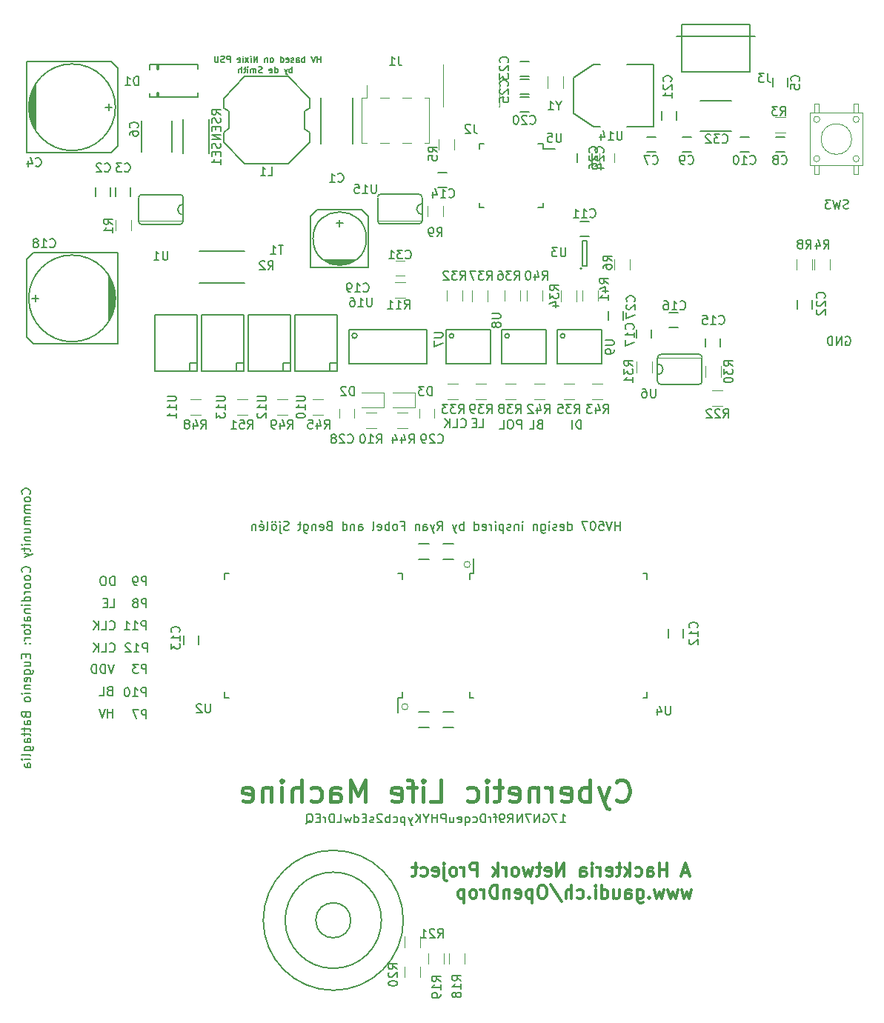
<source format=gbr>
%TF.GenerationSoftware,KiCad,Pcbnew,no-vcs-found-9b4eddb~60~ubuntu16.04.1*%
%TF.CreationDate,2017-11-10T14:06:11+01:00*%
%TF.ProjectId,OpenDropV3,4F70656E44726F7056332E6B69636164,rev?*%
%TF.SameCoordinates,Original*%
%TF.FileFunction,Legend,Bot*%
%TF.FilePolarity,Positive*%
%FSLAX46Y46*%
G04 Gerber Fmt 4.6, Leading zero omitted, Abs format (unit mm)*
G04 Created by KiCad (PCBNEW no-vcs-found-9b4eddb~60~ubuntu16.04.1) date Fri Nov 10 14:06:11 2017*
%MOMM*%
%LPD*%
G01*
G04 APERTURE LIST*
%ADD10C,0.200000*%
%ADD11C,0.150000*%
%ADD12C,0.100000*%
%ADD13C,0.400000*%
%ADD14C,0.300000*%
%ADD15C,0.120000*%
%ADD16C,0.076200*%
%ADD17C,0.050000*%
G04 APERTURE END LIST*
D10*
X63071285Y-108869380D02*
X63071285Y-107869380D01*
X63071285Y-108345571D02*
X62499857Y-108345571D01*
X62499857Y-108869380D02*
X62499857Y-107869380D01*
X62166523Y-107869380D02*
X61833190Y-108869380D01*
X61499857Y-107869380D01*
X63182333Y-102789380D02*
X62849000Y-103789380D01*
X62515666Y-102789380D01*
X62182333Y-103789380D02*
X62182333Y-102789380D01*
X61944238Y-102789380D01*
X61801380Y-102837000D01*
X61706142Y-102932238D01*
X61658523Y-103027476D01*
X61610904Y-103217952D01*
X61610904Y-103360809D01*
X61658523Y-103551285D01*
X61706142Y-103646523D01*
X61801380Y-103741761D01*
X61944238Y-103789380D01*
X62182333Y-103789380D01*
X61182333Y-103789380D02*
X61182333Y-102789380D01*
X60944238Y-102789380D01*
X60801380Y-102837000D01*
X60706142Y-102932238D01*
X60658523Y-103027476D01*
X60610904Y-103217952D01*
X60610904Y-103360809D01*
X60658523Y-103551285D01*
X60706142Y-103646523D01*
X60801380Y-103741761D01*
X60944238Y-103789380D01*
X61182333Y-103789380D01*
X62698238Y-101281142D02*
X62745857Y-101328761D01*
X62888714Y-101376380D01*
X62983952Y-101376380D01*
X63126809Y-101328761D01*
X63222047Y-101233523D01*
X63269666Y-101138285D01*
X63317285Y-100947809D01*
X63317285Y-100804952D01*
X63269666Y-100614476D01*
X63222047Y-100519238D01*
X63126809Y-100424000D01*
X62983952Y-100376380D01*
X62888714Y-100376380D01*
X62745857Y-100424000D01*
X62698238Y-100471619D01*
X61793476Y-101376380D02*
X62269666Y-101376380D01*
X62269666Y-100376380D01*
X61460142Y-101376380D02*
X61460142Y-100376380D01*
X60888714Y-101376380D02*
X61317285Y-100804952D01*
X60888714Y-100376380D02*
X61460142Y-100947809D01*
X62698238Y-98741142D02*
X62745857Y-98788761D01*
X62888714Y-98836380D01*
X62983952Y-98836380D01*
X63126809Y-98788761D01*
X63222047Y-98693523D01*
X63269666Y-98598285D01*
X63317285Y-98407809D01*
X63317285Y-98264952D01*
X63269666Y-98074476D01*
X63222047Y-97979238D01*
X63126809Y-97884000D01*
X62983952Y-97836380D01*
X62888714Y-97836380D01*
X62745857Y-97884000D01*
X62698238Y-97931619D01*
X61793476Y-98836380D02*
X62269666Y-98836380D01*
X62269666Y-97836380D01*
X61460142Y-98836380D02*
X61460142Y-97836380D01*
X60888714Y-98836380D02*
X61317285Y-98264952D01*
X60888714Y-97836380D02*
X61460142Y-98407809D01*
X62753857Y-96296380D02*
X63230047Y-96296380D01*
X63230047Y-95296380D01*
X62420523Y-95772571D02*
X62087190Y-95772571D01*
X61944333Y-96296380D02*
X62420523Y-96296380D01*
X62420523Y-95296380D01*
X61944333Y-95296380D01*
X63269714Y-93756380D02*
X63269714Y-92756380D01*
X63031619Y-92756380D01*
X62888761Y-92804000D01*
X62793523Y-92899238D01*
X62745904Y-92994476D01*
X62698285Y-93184952D01*
X62698285Y-93327809D01*
X62745904Y-93518285D01*
X62793523Y-93613523D01*
X62888761Y-93708761D01*
X63031619Y-93756380D01*
X63269714Y-93756380D01*
X62079238Y-92756380D02*
X61888761Y-92756380D01*
X61793523Y-92804000D01*
X61698285Y-92899238D01*
X61650666Y-93089714D01*
X61650666Y-93423047D01*
X61698285Y-93613523D01*
X61793523Y-93708761D01*
X61888761Y-93756380D01*
X62079238Y-93756380D01*
X62174476Y-93708761D01*
X62269714Y-93613523D01*
X62317333Y-93423047D01*
X62317333Y-93089714D01*
X62269714Y-92899238D01*
X62174476Y-92804000D01*
X62079238Y-92756380D01*
X62690333Y-105805571D02*
X62547476Y-105853190D01*
X62499857Y-105900809D01*
X62452238Y-105996047D01*
X62452238Y-106138904D01*
X62499857Y-106234142D01*
X62547476Y-106281761D01*
X62642714Y-106329380D01*
X63023666Y-106329380D01*
X63023666Y-105329380D01*
X62690333Y-105329380D01*
X62595095Y-105377000D01*
X62547476Y-105424619D01*
X62499857Y-105519857D01*
X62499857Y-105615095D01*
X62547476Y-105710333D01*
X62595095Y-105757952D01*
X62690333Y-105805571D01*
X63023666Y-105805571D01*
X61547476Y-106329380D02*
X62023666Y-106329380D01*
X62023666Y-105329380D01*
X102830238Y-75627142D02*
X102877857Y-75674761D01*
X103020714Y-75722380D01*
X103115952Y-75722380D01*
X103258809Y-75674761D01*
X103354047Y-75579523D01*
X103401666Y-75484285D01*
X103449285Y-75293809D01*
X103449285Y-75150952D01*
X103401666Y-74960476D01*
X103354047Y-74865238D01*
X103258809Y-74770000D01*
X103115952Y-74722380D01*
X103020714Y-74722380D01*
X102877857Y-74770000D01*
X102830238Y-74817619D01*
X101925476Y-75722380D02*
X102401666Y-75722380D01*
X102401666Y-74722380D01*
X101592142Y-75722380D02*
X101592142Y-74722380D01*
X101020714Y-75722380D02*
X101449285Y-75150952D01*
X101020714Y-74722380D02*
X101592142Y-75293809D01*
X104917857Y-75722380D02*
X105394047Y-75722380D01*
X105394047Y-74722380D01*
X104584523Y-75198571D02*
X104251190Y-75198571D01*
X104108333Y-75722380D02*
X104584523Y-75722380D01*
X104584523Y-74722380D01*
X104108333Y-74722380D01*
X109775476Y-75849380D02*
X109775476Y-74849380D01*
X109394523Y-74849380D01*
X109299285Y-74897000D01*
X109251666Y-74944619D01*
X109204047Y-75039857D01*
X109204047Y-75182714D01*
X109251666Y-75277952D01*
X109299285Y-75325571D01*
X109394523Y-75373190D01*
X109775476Y-75373190D01*
X108585000Y-74849380D02*
X108394523Y-74849380D01*
X108299285Y-74897000D01*
X108204047Y-74992238D01*
X108156428Y-75182714D01*
X108156428Y-75516047D01*
X108204047Y-75706523D01*
X108299285Y-75801761D01*
X108394523Y-75849380D01*
X108585000Y-75849380D01*
X108680238Y-75801761D01*
X108775476Y-75706523D01*
X108823095Y-75516047D01*
X108823095Y-75182714D01*
X108775476Y-74992238D01*
X108680238Y-74897000D01*
X108585000Y-74849380D01*
X107251666Y-75849380D02*
X107727857Y-75849380D01*
X107727857Y-74849380D01*
X111839333Y-75325571D02*
X111696476Y-75373190D01*
X111648857Y-75420809D01*
X111601238Y-75516047D01*
X111601238Y-75658904D01*
X111648857Y-75754142D01*
X111696476Y-75801761D01*
X111791714Y-75849380D01*
X112172666Y-75849380D01*
X112172666Y-74849380D01*
X111839333Y-74849380D01*
X111744095Y-74897000D01*
X111696476Y-74944619D01*
X111648857Y-75039857D01*
X111648857Y-75135095D01*
X111696476Y-75230333D01*
X111744095Y-75277952D01*
X111839333Y-75325571D01*
X112172666Y-75325571D01*
X110696476Y-75849380D02*
X111172666Y-75849380D01*
X111172666Y-74849380D01*
X116578000Y-75849380D02*
X116578000Y-74849380D01*
X116339904Y-74849380D01*
X116197047Y-74897000D01*
X116101809Y-74992238D01*
X116054190Y-75087476D01*
X116006571Y-75277952D01*
X116006571Y-75420809D01*
X116054190Y-75611285D01*
X116101809Y-75706523D01*
X116197047Y-75801761D01*
X116339904Y-75849380D01*
X116578000Y-75849380D01*
X115578000Y-75849380D02*
X115578000Y-74849380D01*
X146811904Y-65372000D02*
X146907142Y-65324380D01*
X147050000Y-65324380D01*
X147192857Y-65372000D01*
X147288095Y-65467238D01*
X147335714Y-65562476D01*
X147383333Y-65752952D01*
X147383333Y-65895809D01*
X147335714Y-66086285D01*
X147288095Y-66181523D01*
X147192857Y-66276761D01*
X147050000Y-66324380D01*
X146954761Y-66324380D01*
X146811904Y-66276761D01*
X146764285Y-66229142D01*
X146764285Y-65895809D01*
X146954761Y-65895809D01*
X146335714Y-66324380D02*
X146335714Y-65324380D01*
X145764285Y-66324380D01*
X145764285Y-65324380D01*
X145288095Y-66324380D02*
X145288095Y-65324380D01*
X145050000Y-65324380D01*
X144907142Y-65372000D01*
X144811904Y-65467238D01*
X144764285Y-65562476D01*
X144716666Y-65752952D01*
X144716666Y-65895809D01*
X144764285Y-66086285D01*
X144811904Y-66181523D01*
X144907142Y-66276761D01*
X145050000Y-66324380D01*
X145288095Y-66324380D01*
D11*
X114214285Y-120875380D02*
X114785714Y-120875380D01*
X114500000Y-120875380D02*
X114500000Y-119875380D01*
X114595238Y-120018238D01*
X114690476Y-120113476D01*
X114785714Y-120161095D01*
X113880952Y-119875380D02*
X113214285Y-119875380D01*
X113642857Y-120875380D01*
X112309523Y-119923000D02*
X112404761Y-119875380D01*
X112547619Y-119875380D01*
X112690476Y-119923000D01*
X112785714Y-120018238D01*
X112833333Y-120113476D01*
X112880952Y-120303952D01*
X112880952Y-120446809D01*
X112833333Y-120637285D01*
X112785714Y-120732523D01*
X112690476Y-120827761D01*
X112547619Y-120875380D01*
X112452380Y-120875380D01*
X112309523Y-120827761D01*
X112261904Y-120780142D01*
X112261904Y-120446809D01*
X112452380Y-120446809D01*
X111833333Y-120875380D02*
X111833333Y-119875380D01*
X111261904Y-120875380D01*
X111261904Y-119875380D01*
X110880952Y-119875380D02*
X110214285Y-119875380D01*
X110642857Y-120875380D01*
X109833333Y-120875380D02*
X109833333Y-119875380D01*
X109261904Y-120875380D01*
X109261904Y-119875380D01*
X108214285Y-120875380D02*
X108547619Y-120399190D01*
X108785714Y-120875380D02*
X108785714Y-119875380D01*
X108404761Y-119875380D01*
X108309523Y-119923000D01*
X108261904Y-119970619D01*
X108214285Y-120065857D01*
X108214285Y-120208714D01*
X108261904Y-120303952D01*
X108309523Y-120351571D01*
X108404761Y-120399190D01*
X108785714Y-120399190D01*
X107738095Y-120875380D02*
X107547619Y-120875380D01*
X107452380Y-120827761D01*
X107404761Y-120780142D01*
X107309523Y-120637285D01*
X107261904Y-120446809D01*
X107261904Y-120065857D01*
X107309523Y-119970619D01*
X107357142Y-119923000D01*
X107452380Y-119875380D01*
X107642857Y-119875380D01*
X107738095Y-119923000D01*
X107785714Y-119970619D01*
X107833333Y-120065857D01*
X107833333Y-120303952D01*
X107785714Y-120399190D01*
X107738095Y-120446809D01*
X107642857Y-120494428D01*
X107452380Y-120494428D01*
X107357142Y-120446809D01*
X107309523Y-120399190D01*
X107261904Y-120303952D01*
X106976190Y-120208714D02*
X106595238Y-120208714D01*
X106833333Y-120875380D02*
X106833333Y-120018238D01*
X106785714Y-119923000D01*
X106690476Y-119875380D01*
X106595238Y-119875380D01*
X106261904Y-120875380D02*
X106261904Y-120208714D01*
X106261904Y-120399190D02*
X106214285Y-120303952D01*
X106166666Y-120256333D01*
X106071428Y-120208714D01*
X105976190Y-120208714D01*
X105642857Y-120875380D02*
X105642857Y-119875380D01*
X105404761Y-119875380D01*
X105261904Y-119923000D01*
X105166666Y-120018238D01*
X105119047Y-120113476D01*
X105071428Y-120303952D01*
X105071428Y-120446809D01*
X105119047Y-120637285D01*
X105166666Y-120732523D01*
X105261904Y-120827761D01*
X105404761Y-120875380D01*
X105642857Y-120875380D01*
X104214285Y-120827761D02*
X104309523Y-120875380D01*
X104500000Y-120875380D01*
X104595238Y-120827761D01*
X104642857Y-120780142D01*
X104690476Y-120684904D01*
X104690476Y-120399190D01*
X104642857Y-120303952D01*
X104595238Y-120256333D01*
X104500000Y-120208714D01*
X104309523Y-120208714D01*
X104214285Y-120256333D01*
X103357142Y-120208714D02*
X103357142Y-121208714D01*
X103357142Y-120827761D02*
X103452380Y-120875380D01*
X103642857Y-120875380D01*
X103738095Y-120827761D01*
X103785714Y-120780142D01*
X103833333Y-120684904D01*
X103833333Y-120399190D01*
X103785714Y-120303952D01*
X103738095Y-120256333D01*
X103642857Y-120208714D01*
X103452380Y-120208714D01*
X103357142Y-120256333D01*
X102500000Y-120827761D02*
X102595238Y-120875380D01*
X102785714Y-120875380D01*
X102880952Y-120827761D01*
X102928571Y-120732523D01*
X102928571Y-120351571D01*
X102880952Y-120256333D01*
X102785714Y-120208714D01*
X102595238Y-120208714D01*
X102500000Y-120256333D01*
X102452380Y-120351571D01*
X102452380Y-120446809D01*
X102928571Y-120542047D01*
X101595238Y-120208714D02*
X101595238Y-120875380D01*
X102023809Y-120208714D02*
X102023809Y-120732523D01*
X101976190Y-120827761D01*
X101880952Y-120875380D01*
X101738095Y-120875380D01*
X101642857Y-120827761D01*
X101595238Y-120780142D01*
X101119047Y-120875380D02*
X101119047Y-119875380D01*
X100738095Y-119875380D01*
X100642857Y-119923000D01*
X100595238Y-119970619D01*
X100547619Y-120065857D01*
X100547619Y-120208714D01*
X100595238Y-120303952D01*
X100642857Y-120351571D01*
X100738095Y-120399190D01*
X101119047Y-120399190D01*
X100119047Y-120875380D02*
X100119047Y-119875380D01*
X100119047Y-120351571D02*
X99547619Y-120351571D01*
X99547619Y-120875380D02*
X99547619Y-119875380D01*
X98880952Y-120399190D02*
X98880952Y-120875380D01*
X99214285Y-119875380D02*
X98880952Y-120399190D01*
X98547619Y-119875380D01*
X98214285Y-120875380D02*
X98214285Y-119875380D01*
X97642857Y-120875380D02*
X98071428Y-120303952D01*
X97642857Y-119875380D02*
X98214285Y-120446809D01*
X97309523Y-120208714D02*
X97071428Y-120875380D01*
X96833333Y-120208714D02*
X97071428Y-120875380D01*
X97166666Y-121113476D01*
X97214285Y-121161095D01*
X97309523Y-121208714D01*
X96452380Y-120208714D02*
X96452380Y-121208714D01*
X96452380Y-120256333D02*
X96357142Y-120208714D01*
X96166666Y-120208714D01*
X96071428Y-120256333D01*
X96023809Y-120303952D01*
X95976190Y-120399190D01*
X95976190Y-120684904D01*
X96023809Y-120780142D01*
X96071428Y-120827761D01*
X96166666Y-120875380D01*
X96357142Y-120875380D01*
X96452380Y-120827761D01*
X95119047Y-120827761D02*
X95214285Y-120875380D01*
X95404761Y-120875380D01*
X95500000Y-120827761D01*
X95547619Y-120780142D01*
X95595238Y-120684904D01*
X95595238Y-120399190D01*
X95547619Y-120303952D01*
X95500000Y-120256333D01*
X95404761Y-120208714D01*
X95214285Y-120208714D01*
X95119047Y-120256333D01*
X94690476Y-120875380D02*
X94690476Y-119875380D01*
X94690476Y-120256333D02*
X94595238Y-120208714D01*
X94404761Y-120208714D01*
X94309523Y-120256333D01*
X94261904Y-120303952D01*
X94214285Y-120399190D01*
X94214285Y-120684904D01*
X94261904Y-120780142D01*
X94309523Y-120827761D01*
X94404761Y-120875380D01*
X94595238Y-120875380D01*
X94690476Y-120827761D01*
X93833333Y-119970619D02*
X93785714Y-119923000D01*
X93690476Y-119875380D01*
X93452380Y-119875380D01*
X93357142Y-119923000D01*
X93309523Y-119970619D01*
X93261904Y-120065857D01*
X93261904Y-120161095D01*
X93309523Y-120303952D01*
X93880952Y-120875380D01*
X93261904Y-120875380D01*
X92880952Y-120827761D02*
X92785714Y-120875380D01*
X92595238Y-120875380D01*
X92500000Y-120827761D01*
X92452380Y-120732523D01*
X92452380Y-120684904D01*
X92500000Y-120589666D01*
X92595238Y-120542047D01*
X92738095Y-120542047D01*
X92833333Y-120494428D01*
X92880952Y-120399190D01*
X92880952Y-120351571D01*
X92833333Y-120256333D01*
X92738095Y-120208714D01*
X92595238Y-120208714D01*
X92500000Y-120256333D01*
X92023809Y-120351571D02*
X91690476Y-120351571D01*
X91547619Y-120875380D02*
X92023809Y-120875380D01*
X92023809Y-119875380D01*
X91547619Y-119875380D01*
X90690476Y-120875380D02*
X90690476Y-119875380D01*
X90690476Y-120827761D02*
X90785714Y-120875380D01*
X90976190Y-120875380D01*
X91071428Y-120827761D01*
X91119047Y-120780142D01*
X91166666Y-120684904D01*
X91166666Y-120399190D01*
X91119047Y-120303952D01*
X91071428Y-120256333D01*
X90976190Y-120208714D01*
X90785714Y-120208714D01*
X90690476Y-120256333D01*
X90309523Y-120208714D02*
X90119047Y-120875380D01*
X89928571Y-120399190D01*
X89738095Y-120875380D01*
X89547619Y-120208714D01*
X88690476Y-120875380D02*
X89166666Y-120875380D01*
X89166666Y-119875380D01*
X88357142Y-120875380D02*
X88357142Y-119875380D01*
X88119047Y-119875380D01*
X87976190Y-119923000D01*
X87880952Y-120018238D01*
X87833333Y-120113476D01*
X87785714Y-120303952D01*
X87785714Y-120446809D01*
X87833333Y-120637285D01*
X87880952Y-120732523D01*
X87976190Y-120827761D01*
X88119047Y-120875380D01*
X88357142Y-120875380D01*
X87357142Y-120875380D02*
X87357142Y-120208714D01*
X87357142Y-120399190D02*
X87309523Y-120303952D01*
X87261904Y-120256333D01*
X87166666Y-120208714D01*
X87071428Y-120208714D01*
X86738095Y-120351571D02*
X86404761Y-120351571D01*
X86261904Y-120875380D02*
X86738095Y-120875380D01*
X86738095Y-119875380D01*
X86261904Y-119875380D01*
X85166666Y-120970619D02*
X85261904Y-120923000D01*
X85357142Y-120827761D01*
X85500000Y-120684904D01*
X85595238Y-120637285D01*
X85690476Y-120637285D01*
X85642857Y-120875380D02*
X85738095Y-120827761D01*
X85833333Y-120732523D01*
X85880952Y-120542047D01*
X85880952Y-120208714D01*
X85833333Y-120018238D01*
X85738095Y-119923000D01*
X85642857Y-119875380D01*
X85452380Y-119875380D01*
X85357142Y-119923000D01*
X85261904Y-120018238D01*
X85214285Y-120208714D01*
X85214285Y-120542047D01*
X85261904Y-120732523D01*
X85357142Y-120827761D01*
X85452380Y-120875380D01*
X85642857Y-120875380D01*
D12*
X103915210Y-91372000D02*
G75*
G03X103915210Y-91372000I-359210J0D01*
G01*
X96803210Y-107628000D02*
G75*
G03X96803210Y-107628000I-359210J0D01*
G01*
D13*
X120595238Y-118267857D02*
X120714285Y-118386904D01*
X121071428Y-118505952D01*
X121309523Y-118505952D01*
X121666666Y-118386904D01*
X121904761Y-118148809D01*
X122023809Y-117910714D01*
X122142857Y-117434523D01*
X122142857Y-117077380D01*
X122023809Y-116601190D01*
X121904761Y-116363095D01*
X121666666Y-116125000D01*
X121309523Y-116005952D01*
X121071428Y-116005952D01*
X120714285Y-116125000D01*
X120595238Y-116244047D01*
X119761904Y-116839285D02*
X119166666Y-118505952D01*
X118571428Y-116839285D02*
X119166666Y-118505952D01*
X119404761Y-119101190D01*
X119523809Y-119220238D01*
X119761904Y-119339285D01*
X117619047Y-118505952D02*
X117619047Y-116005952D01*
X117619047Y-116958333D02*
X117380952Y-116839285D01*
X116904761Y-116839285D01*
X116666666Y-116958333D01*
X116547619Y-117077380D01*
X116428571Y-117315476D01*
X116428571Y-118029761D01*
X116547619Y-118267857D01*
X116666666Y-118386904D01*
X116904761Y-118505952D01*
X117380952Y-118505952D01*
X117619047Y-118386904D01*
X114404761Y-118386904D02*
X114642857Y-118505952D01*
X115119047Y-118505952D01*
X115357142Y-118386904D01*
X115476190Y-118148809D01*
X115476190Y-117196428D01*
X115357142Y-116958333D01*
X115119047Y-116839285D01*
X114642857Y-116839285D01*
X114404761Y-116958333D01*
X114285714Y-117196428D01*
X114285714Y-117434523D01*
X115476190Y-117672619D01*
X113214285Y-118505952D02*
X113214285Y-116839285D01*
X113214285Y-117315476D02*
X113095238Y-117077380D01*
X112976190Y-116958333D01*
X112738095Y-116839285D01*
X112500000Y-116839285D01*
X111666666Y-116839285D02*
X111666666Y-118505952D01*
X111666666Y-117077380D02*
X111547619Y-116958333D01*
X111309523Y-116839285D01*
X110952380Y-116839285D01*
X110714285Y-116958333D01*
X110595238Y-117196428D01*
X110595238Y-118505952D01*
X108452380Y-118386904D02*
X108690476Y-118505952D01*
X109166666Y-118505952D01*
X109404761Y-118386904D01*
X109523809Y-118148809D01*
X109523809Y-117196428D01*
X109404761Y-116958333D01*
X109166666Y-116839285D01*
X108690476Y-116839285D01*
X108452380Y-116958333D01*
X108333333Y-117196428D01*
X108333333Y-117434523D01*
X109523809Y-117672619D01*
X107619047Y-116839285D02*
X106666666Y-116839285D01*
X107261904Y-116005952D02*
X107261904Y-118148809D01*
X107142857Y-118386904D01*
X106904761Y-118505952D01*
X106666666Y-118505952D01*
X105833333Y-118505952D02*
X105833333Y-116839285D01*
X105833333Y-116005952D02*
X105952380Y-116125000D01*
X105833333Y-116244047D01*
X105714285Y-116125000D01*
X105833333Y-116005952D01*
X105833333Y-116244047D01*
X103571428Y-118386904D02*
X103809523Y-118505952D01*
X104285714Y-118505952D01*
X104523809Y-118386904D01*
X104642857Y-118267857D01*
X104761904Y-118029761D01*
X104761904Y-117315476D01*
X104642857Y-117077380D01*
X104523809Y-116958333D01*
X104285714Y-116839285D01*
X103809523Y-116839285D01*
X103571428Y-116958333D01*
X99404761Y-118505952D02*
X100595238Y-118505952D01*
X100595238Y-116005952D01*
X98571428Y-118505952D02*
X98571428Y-116839285D01*
X98571428Y-116005952D02*
X98690476Y-116125000D01*
X98571428Y-116244047D01*
X98452380Y-116125000D01*
X98571428Y-116005952D01*
X98571428Y-116244047D01*
X97738095Y-116839285D02*
X96785714Y-116839285D01*
X97380952Y-118505952D02*
X97380952Y-116363095D01*
X97261904Y-116125000D01*
X97023809Y-116005952D01*
X96785714Y-116005952D01*
X95000000Y-118386904D02*
X95238095Y-118505952D01*
X95714285Y-118505952D01*
X95952380Y-118386904D01*
X96071428Y-118148809D01*
X96071428Y-117196428D01*
X95952380Y-116958333D01*
X95714285Y-116839285D01*
X95238095Y-116839285D01*
X95000000Y-116958333D01*
X94880952Y-117196428D01*
X94880952Y-117434523D01*
X96071428Y-117672619D01*
X91904761Y-118505952D02*
X91904761Y-116005952D01*
X91071428Y-117791666D01*
X90238095Y-116005952D01*
X90238095Y-118505952D01*
X87976190Y-118505952D02*
X87976190Y-117196428D01*
X88095238Y-116958333D01*
X88333333Y-116839285D01*
X88809523Y-116839285D01*
X89047619Y-116958333D01*
X87976190Y-118386904D02*
X88214285Y-118505952D01*
X88809523Y-118505952D01*
X89047619Y-118386904D01*
X89166666Y-118148809D01*
X89166666Y-117910714D01*
X89047619Y-117672619D01*
X88809523Y-117553571D01*
X88214285Y-117553571D01*
X87976190Y-117434523D01*
X85714285Y-118386904D02*
X85952380Y-118505952D01*
X86428571Y-118505952D01*
X86666666Y-118386904D01*
X86785714Y-118267857D01*
X86904761Y-118029761D01*
X86904761Y-117315476D01*
X86785714Y-117077380D01*
X86666666Y-116958333D01*
X86428571Y-116839285D01*
X85952380Y-116839285D01*
X85714285Y-116958333D01*
X84642857Y-118505952D02*
X84642857Y-116005952D01*
X83571428Y-118505952D02*
X83571428Y-117196428D01*
X83690476Y-116958333D01*
X83928571Y-116839285D01*
X84285714Y-116839285D01*
X84523809Y-116958333D01*
X84642857Y-117077380D01*
X82380952Y-118505952D02*
X82380952Y-116839285D01*
X82380952Y-116005952D02*
X82500000Y-116125000D01*
X82380952Y-116244047D01*
X82261904Y-116125000D01*
X82380952Y-116005952D01*
X82380952Y-116244047D01*
X81190476Y-116839285D02*
X81190476Y-118505952D01*
X81190476Y-117077380D02*
X81071428Y-116958333D01*
X80833333Y-116839285D01*
X80476190Y-116839285D01*
X80238095Y-116958333D01*
X80119047Y-117196428D01*
X80119047Y-118505952D01*
X77976190Y-118386904D02*
X78214285Y-118505952D01*
X78690476Y-118505952D01*
X78928571Y-118386904D01*
X79047619Y-118148809D01*
X79047619Y-117196428D01*
X78928571Y-116958333D01*
X78690476Y-116839285D01*
X78214285Y-116839285D01*
X77976190Y-116958333D01*
X77857142Y-117196428D01*
X77857142Y-117434523D01*
X79047619Y-117672619D01*
D11*
X53570142Y-83304666D02*
X53617761Y-83257047D01*
X53665380Y-83114190D01*
X53665380Y-83018952D01*
X53617761Y-82876095D01*
X53522523Y-82780857D01*
X53427285Y-82733238D01*
X53236809Y-82685619D01*
X53093952Y-82685619D01*
X52903476Y-82733238D01*
X52808238Y-82780857D01*
X52713000Y-82876095D01*
X52665380Y-83018952D01*
X52665380Y-83114190D01*
X52713000Y-83257047D01*
X52760619Y-83304666D01*
X53665380Y-83876095D02*
X53617761Y-83780857D01*
X53570142Y-83733238D01*
X53474904Y-83685619D01*
X53189190Y-83685619D01*
X53093952Y-83733238D01*
X53046333Y-83780857D01*
X52998714Y-83876095D01*
X52998714Y-84018952D01*
X53046333Y-84114190D01*
X53093952Y-84161809D01*
X53189190Y-84209428D01*
X53474904Y-84209428D01*
X53570142Y-84161809D01*
X53617761Y-84114190D01*
X53665380Y-84018952D01*
X53665380Y-83876095D01*
X53665380Y-84638000D02*
X52998714Y-84638000D01*
X53093952Y-84638000D02*
X53046333Y-84685619D01*
X52998714Y-84780857D01*
X52998714Y-84923714D01*
X53046333Y-85018952D01*
X53141571Y-85066571D01*
X53665380Y-85066571D01*
X53141571Y-85066571D02*
X53046333Y-85114190D01*
X52998714Y-85209428D01*
X52998714Y-85352285D01*
X53046333Y-85447523D01*
X53141571Y-85495142D01*
X53665380Y-85495142D01*
X53665380Y-85971333D02*
X52998714Y-85971333D01*
X53093952Y-85971333D02*
X53046333Y-86018952D01*
X52998714Y-86114190D01*
X52998714Y-86257047D01*
X53046333Y-86352285D01*
X53141571Y-86399904D01*
X53665380Y-86399904D01*
X53141571Y-86399904D02*
X53046333Y-86447523D01*
X52998714Y-86542761D01*
X52998714Y-86685619D01*
X53046333Y-86780857D01*
X53141571Y-86828476D01*
X53665380Y-86828476D01*
X52998714Y-87733238D02*
X53665380Y-87733238D01*
X52998714Y-87304666D02*
X53522523Y-87304666D01*
X53617761Y-87352285D01*
X53665380Y-87447523D01*
X53665380Y-87590380D01*
X53617761Y-87685619D01*
X53570142Y-87733238D01*
X52998714Y-88209428D02*
X53665380Y-88209428D01*
X53093952Y-88209428D02*
X53046333Y-88257047D01*
X52998714Y-88352285D01*
X52998714Y-88495142D01*
X53046333Y-88590380D01*
X53141571Y-88638000D01*
X53665380Y-88638000D01*
X53665380Y-89114190D02*
X52998714Y-89114190D01*
X52665380Y-89114190D02*
X52713000Y-89066571D01*
X52760619Y-89114190D01*
X52713000Y-89161809D01*
X52665380Y-89114190D01*
X52760619Y-89114190D01*
X52998714Y-89447523D02*
X52998714Y-89828476D01*
X52665380Y-89590380D02*
X53522523Y-89590380D01*
X53617761Y-89638000D01*
X53665380Y-89733238D01*
X53665380Y-89828476D01*
X52998714Y-90066571D02*
X53665380Y-90304666D01*
X52998714Y-90542761D02*
X53665380Y-90304666D01*
X53903476Y-90209428D01*
X53951095Y-90161809D01*
X53998714Y-90066571D01*
X53570142Y-92257047D02*
X53617761Y-92209428D01*
X53665380Y-92066571D01*
X53665380Y-91971333D01*
X53617761Y-91828476D01*
X53522523Y-91733238D01*
X53427285Y-91685619D01*
X53236809Y-91638000D01*
X53093952Y-91638000D01*
X52903476Y-91685619D01*
X52808238Y-91733238D01*
X52713000Y-91828476D01*
X52665380Y-91971333D01*
X52665380Y-92066571D01*
X52713000Y-92209428D01*
X52760619Y-92257047D01*
X53665380Y-92828476D02*
X53617761Y-92733238D01*
X53570142Y-92685619D01*
X53474904Y-92638000D01*
X53189190Y-92638000D01*
X53093952Y-92685619D01*
X53046333Y-92733238D01*
X52998714Y-92828476D01*
X52998714Y-92971333D01*
X53046333Y-93066571D01*
X53093952Y-93114190D01*
X53189190Y-93161809D01*
X53474904Y-93161809D01*
X53570142Y-93114190D01*
X53617761Y-93066571D01*
X53665380Y-92971333D01*
X53665380Y-92828476D01*
X53665380Y-93733238D02*
X53617761Y-93638000D01*
X53570142Y-93590380D01*
X53474904Y-93542761D01*
X53189190Y-93542761D01*
X53093952Y-93590380D01*
X53046333Y-93638000D01*
X52998714Y-93733238D01*
X52998714Y-93876095D01*
X53046333Y-93971333D01*
X53093952Y-94018952D01*
X53189190Y-94066571D01*
X53474904Y-94066571D01*
X53570142Y-94018952D01*
X53617761Y-93971333D01*
X53665380Y-93876095D01*
X53665380Y-93733238D01*
X53665380Y-94495142D02*
X52998714Y-94495142D01*
X53189190Y-94495142D02*
X53093952Y-94542761D01*
X53046333Y-94590380D01*
X52998714Y-94685619D01*
X52998714Y-94780857D01*
X53665380Y-95542761D02*
X52665380Y-95542761D01*
X53617761Y-95542761D02*
X53665380Y-95447523D01*
X53665380Y-95257047D01*
X53617761Y-95161809D01*
X53570142Y-95114190D01*
X53474904Y-95066571D01*
X53189190Y-95066571D01*
X53093952Y-95114190D01*
X53046333Y-95161809D01*
X52998714Y-95257047D01*
X52998714Y-95447523D01*
X53046333Y-95542761D01*
X53665380Y-96018952D02*
X52998714Y-96018952D01*
X52665380Y-96018952D02*
X52713000Y-95971333D01*
X52760619Y-96018952D01*
X52713000Y-96066571D01*
X52665380Y-96018952D01*
X52760619Y-96018952D01*
X52998714Y-96495142D02*
X53665380Y-96495142D01*
X53093952Y-96495142D02*
X53046333Y-96542761D01*
X52998714Y-96637999D01*
X52998714Y-96780857D01*
X53046333Y-96876095D01*
X53141571Y-96923714D01*
X53665380Y-96923714D01*
X53665380Y-97828476D02*
X53141571Y-97828476D01*
X53046333Y-97780857D01*
X52998714Y-97685619D01*
X52998714Y-97495142D01*
X53046333Y-97399904D01*
X53617761Y-97828476D02*
X53665380Y-97733238D01*
X53665380Y-97495142D01*
X53617761Y-97399904D01*
X53522523Y-97352285D01*
X53427285Y-97352285D01*
X53332047Y-97399904D01*
X53284428Y-97495142D01*
X53284428Y-97733238D01*
X53236809Y-97828476D01*
X52998714Y-98161809D02*
X52998714Y-98542761D01*
X52665380Y-98304666D02*
X53522523Y-98304666D01*
X53617761Y-98352285D01*
X53665380Y-98447523D01*
X53665380Y-98542761D01*
X53665380Y-99018952D02*
X53617761Y-98923714D01*
X53570142Y-98876095D01*
X53474904Y-98828476D01*
X53189190Y-98828476D01*
X53093952Y-98876095D01*
X53046333Y-98923714D01*
X52998714Y-99018952D01*
X52998714Y-99161809D01*
X53046333Y-99257047D01*
X53093952Y-99304666D01*
X53189190Y-99352285D01*
X53474904Y-99352285D01*
X53570142Y-99304666D01*
X53617761Y-99257047D01*
X53665380Y-99161809D01*
X53665380Y-99018952D01*
X53665380Y-99780857D02*
X52998714Y-99780857D01*
X53189190Y-99780857D02*
X53093952Y-99828476D01*
X53046333Y-99876095D01*
X52998714Y-99971333D01*
X52998714Y-100066571D01*
X53570142Y-100399904D02*
X53617761Y-100447523D01*
X53665380Y-100399904D01*
X53617761Y-100352285D01*
X53570142Y-100399904D01*
X53665380Y-100399904D01*
X53046333Y-100399904D02*
X53093952Y-100447523D01*
X53141571Y-100399904D01*
X53093952Y-100352285D01*
X53046333Y-100399904D01*
X53141571Y-100399904D01*
X53141571Y-101637999D02*
X53141571Y-101971333D01*
X53665380Y-102114190D02*
X53665380Y-101637999D01*
X52665380Y-101637999D01*
X52665380Y-102114190D01*
X52998714Y-102971333D02*
X53665380Y-102971333D01*
X52998714Y-102542761D02*
X53522523Y-102542761D01*
X53617761Y-102590380D01*
X53665380Y-102685619D01*
X53665380Y-102828476D01*
X53617761Y-102923714D01*
X53570142Y-102971333D01*
X52998714Y-103876095D02*
X53808238Y-103876095D01*
X53903476Y-103828476D01*
X53951095Y-103780857D01*
X53998714Y-103685619D01*
X53998714Y-103542761D01*
X53951095Y-103447523D01*
X53617761Y-103876095D02*
X53665380Y-103780857D01*
X53665380Y-103590380D01*
X53617761Y-103495142D01*
X53570142Y-103447523D01*
X53474904Y-103399904D01*
X53189190Y-103399904D01*
X53093952Y-103447523D01*
X53046333Y-103495142D01*
X52998714Y-103590380D01*
X52998714Y-103780857D01*
X53046333Y-103876095D01*
X53617761Y-104733238D02*
X53665380Y-104637999D01*
X53665380Y-104447523D01*
X53617761Y-104352285D01*
X53522523Y-104304666D01*
X53141571Y-104304666D01*
X53046333Y-104352285D01*
X52998714Y-104447523D01*
X52998714Y-104637999D01*
X53046333Y-104733238D01*
X53141571Y-104780857D01*
X53236809Y-104780857D01*
X53332047Y-104304666D01*
X52998714Y-105209428D02*
X53665380Y-105209428D01*
X53093952Y-105209428D02*
X53046333Y-105257047D01*
X52998714Y-105352285D01*
X52998714Y-105495142D01*
X53046333Y-105590380D01*
X53141571Y-105637999D01*
X53665380Y-105637999D01*
X53665380Y-106114190D02*
X52998714Y-106114190D01*
X52665380Y-106114190D02*
X52713000Y-106066571D01*
X52760619Y-106114190D01*
X52713000Y-106161809D01*
X52665380Y-106114190D01*
X52760619Y-106114190D01*
X53665380Y-106733238D02*
X53617761Y-106637999D01*
X53570142Y-106590380D01*
X53474904Y-106542761D01*
X53189190Y-106542761D01*
X53093952Y-106590380D01*
X53046333Y-106637999D01*
X52998714Y-106733238D01*
X52998714Y-106876095D01*
X53046333Y-106971333D01*
X53093952Y-107018952D01*
X53189190Y-107066571D01*
X53474904Y-107066571D01*
X53570142Y-107018952D01*
X53617761Y-106971333D01*
X53665380Y-106876095D01*
X53665380Y-106733238D01*
X53141571Y-108590380D02*
X53189190Y-108733238D01*
X53236809Y-108780857D01*
X53332047Y-108828476D01*
X53474904Y-108828476D01*
X53570142Y-108780857D01*
X53617761Y-108733238D01*
X53665380Y-108637999D01*
X53665380Y-108257047D01*
X52665380Y-108257047D01*
X52665380Y-108590380D01*
X52713000Y-108685619D01*
X52760619Y-108733238D01*
X52855857Y-108780857D01*
X52951095Y-108780857D01*
X53046333Y-108733238D01*
X53093952Y-108685619D01*
X53141571Y-108590380D01*
X53141571Y-108257047D01*
X53665380Y-109685619D02*
X53141571Y-109685619D01*
X53046333Y-109637999D01*
X52998714Y-109542761D01*
X52998714Y-109352285D01*
X53046333Y-109257047D01*
X53617761Y-109685619D02*
X53665380Y-109590380D01*
X53665380Y-109352285D01*
X53617761Y-109257047D01*
X53522523Y-109209428D01*
X53427285Y-109209428D01*
X53332047Y-109257047D01*
X53284428Y-109352285D01*
X53284428Y-109590380D01*
X53236809Y-109685619D01*
X52998714Y-110018952D02*
X52998714Y-110399904D01*
X52665380Y-110161809D02*
X53522523Y-110161809D01*
X53617761Y-110209428D01*
X53665380Y-110304666D01*
X53665380Y-110399904D01*
X52998714Y-110590380D02*
X52998714Y-110971333D01*
X52665380Y-110733238D02*
X53522523Y-110733238D01*
X53617761Y-110780857D01*
X53665380Y-110876095D01*
X53665380Y-110971333D01*
X53665380Y-111733238D02*
X53141571Y-111733238D01*
X53046333Y-111685619D01*
X52998714Y-111590380D01*
X52998714Y-111399904D01*
X53046333Y-111304666D01*
X53617761Y-111733238D02*
X53665380Y-111637999D01*
X53665380Y-111399904D01*
X53617761Y-111304666D01*
X53522523Y-111257047D01*
X53427285Y-111257047D01*
X53332047Y-111304666D01*
X53284428Y-111399904D01*
X53284428Y-111637999D01*
X53236809Y-111733238D01*
X52998714Y-112637999D02*
X53808238Y-112637999D01*
X53903476Y-112590380D01*
X53951095Y-112542761D01*
X53998714Y-112447523D01*
X53998714Y-112304666D01*
X53951095Y-112209428D01*
X53617761Y-112637999D02*
X53665380Y-112542761D01*
X53665380Y-112352285D01*
X53617761Y-112257047D01*
X53570142Y-112209428D01*
X53474904Y-112161809D01*
X53189190Y-112161809D01*
X53093952Y-112209428D01*
X53046333Y-112257047D01*
X52998714Y-112352285D01*
X52998714Y-112542761D01*
X53046333Y-112637999D01*
X53665380Y-113257047D02*
X53617761Y-113161809D01*
X53522523Y-113114190D01*
X52665380Y-113114190D01*
X53665380Y-113637999D02*
X52998714Y-113637999D01*
X52665380Y-113637999D02*
X52713000Y-113590380D01*
X52760619Y-113637999D01*
X52713000Y-113685619D01*
X52665380Y-113637999D01*
X52760619Y-113637999D01*
X53665380Y-114542761D02*
X53141571Y-114542761D01*
X53046333Y-114495142D01*
X52998714Y-114399904D01*
X52998714Y-114209428D01*
X53046333Y-114114190D01*
X53617761Y-114542761D02*
X53665380Y-114447523D01*
X53665380Y-114209428D01*
X53617761Y-114114190D01*
X53522523Y-114066571D01*
X53427285Y-114066571D01*
X53332047Y-114114190D01*
X53284428Y-114209428D01*
X53284428Y-114447523D01*
X53236809Y-114542761D01*
D10*
X121029809Y-87452380D02*
X121029809Y-86452380D01*
X121029809Y-86928571D02*
X120458380Y-86928571D01*
X120458380Y-87452380D02*
X120458380Y-86452380D01*
X120125047Y-86452380D02*
X119791714Y-87452380D01*
X119458380Y-86452380D01*
X118648857Y-86452380D02*
X119125047Y-86452380D01*
X119172666Y-86928571D01*
X119125047Y-86880952D01*
X119029809Y-86833333D01*
X118791714Y-86833333D01*
X118696476Y-86880952D01*
X118648857Y-86928571D01*
X118601238Y-87023809D01*
X118601238Y-87261904D01*
X118648857Y-87357142D01*
X118696476Y-87404761D01*
X118791714Y-87452380D01*
X119029809Y-87452380D01*
X119125047Y-87404761D01*
X119172666Y-87357142D01*
X117982190Y-86452380D02*
X117886952Y-86452380D01*
X117791714Y-86500000D01*
X117744095Y-86547619D01*
X117696476Y-86642857D01*
X117648857Y-86833333D01*
X117648857Y-87071428D01*
X117696476Y-87261904D01*
X117744095Y-87357142D01*
X117791714Y-87404761D01*
X117886952Y-87452380D01*
X117982190Y-87452380D01*
X118077428Y-87404761D01*
X118125047Y-87357142D01*
X118172666Y-87261904D01*
X118220285Y-87071428D01*
X118220285Y-86833333D01*
X118172666Y-86642857D01*
X118125047Y-86547619D01*
X118077428Y-86500000D01*
X117982190Y-86452380D01*
X117315523Y-86452380D02*
X116648857Y-86452380D01*
X117077428Y-87452380D01*
X115077428Y-87452380D02*
X115077428Y-86452380D01*
X115077428Y-87404761D02*
X115172666Y-87452380D01*
X115363142Y-87452380D01*
X115458380Y-87404761D01*
X115505999Y-87357142D01*
X115553619Y-87261904D01*
X115553619Y-86976190D01*
X115505999Y-86880952D01*
X115458380Y-86833333D01*
X115363142Y-86785714D01*
X115172666Y-86785714D01*
X115077428Y-86833333D01*
X114220285Y-87404761D02*
X114315523Y-87452380D01*
X114505999Y-87452380D01*
X114601238Y-87404761D01*
X114648857Y-87309523D01*
X114648857Y-86928571D01*
X114601238Y-86833333D01*
X114505999Y-86785714D01*
X114315523Y-86785714D01*
X114220285Y-86833333D01*
X114172666Y-86928571D01*
X114172666Y-87023809D01*
X114648857Y-87119047D01*
X113791714Y-87404761D02*
X113696476Y-87452380D01*
X113505999Y-87452380D01*
X113410761Y-87404761D01*
X113363142Y-87309523D01*
X113363142Y-87261904D01*
X113410761Y-87166666D01*
X113505999Y-87119047D01*
X113648857Y-87119047D01*
X113744095Y-87071428D01*
X113791714Y-86976190D01*
X113791714Y-86928571D01*
X113744095Y-86833333D01*
X113648857Y-86785714D01*
X113505999Y-86785714D01*
X113410761Y-86833333D01*
X112934571Y-87452380D02*
X112934571Y-86785714D01*
X112934571Y-86452380D02*
X112982190Y-86500000D01*
X112934571Y-86547619D01*
X112886952Y-86500000D01*
X112934571Y-86452380D01*
X112934571Y-86547619D01*
X112029809Y-86785714D02*
X112029809Y-87595238D01*
X112077428Y-87690476D01*
X112125047Y-87738095D01*
X112220285Y-87785714D01*
X112363142Y-87785714D01*
X112458380Y-87738095D01*
X112029809Y-87404761D02*
X112125047Y-87452380D01*
X112315523Y-87452380D01*
X112410761Y-87404761D01*
X112458380Y-87357142D01*
X112505999Y-87261904D01*
X112505999Y-86976190D01*
X112458380Y-86880952D01*
X112410761Y-86833333D01*
X112315523Y-86785714D01*
X112125047Y-86785714D01*
X112029809Y-86833333D01*
X111553619Y-86785714D02*
X111553619Y-87452380D01*
X111553619Y-86880952D02*
X111505999Y-86833333D01*
X111410761Y-86785714D01*
X111267904Y-86785714D01*
X111172666Y-86833333D01*
X111125047Y-86928571D01*
X111125047Y-87452380D01*
X109886952Y-87452380D02*
X109886952Y-86785714D01*
X109886952Y-86452380D02*
X109934571Y-86500000D01*
X109886952Y-86547619D01*
X109839333Y-86500000D01*
X109886952Y-86452380D01*
X109886952Y-86547619D01*
X109410761Y-86785714D02*
X109410761Y-87452380D01*
X109410761Y-86880952D02*
X109363142Y-86833333D01*
X109267904Y-86785714D01*
X109125047Y-86785714D01*
X109029809Y-86833333D01*
X108982190Y-86928571D01*
X108982190Y-87452380D01*
X108553619Y-87404761D02*
X108458380Y-87452380D01*
X108267904Y-87452380D01*
X108172666Y-87404761D01*
X108125047Y-87309523D01*
X108125047Y-87261904D01*
X108172666Y-87166666D01*
X108267904Y-87119047D01*
X108410761Y-87119047D01*
X108506000Y-87071428D01*
X108553619Y-86976190D01*
X108553619Y-86928571D01*
X108506000Y-86833333D01*
X108410761Y-86785714D01*
X108267904Y-86785714D01*
X108172666Y-86833333D01*
X107696476Y-86785714D02*
X107696476Y-87785714D01*
X107696476Y-86833333D02*
X107601238Y-86785714D01*
X107410761Y-86785714D01*
X107315523Y-86833333D01*
X107267904Y-86880952D01*
X107220285Y-86976190D01*
X107220285Y-87261904D01*
X107267904Y-87357142D01*
X107315523Y-87404761D01*
X107410761Y-87452380D01*
X107601238Y-87452380D01*
X107696476Y-87404761D01*
X106791714Y-87452380D02*
X106791714Y-86785714D01*
X106791714Y-86452380D02*
X106839333Y-86500000D01*
X106791714Y-86547619D01*
X106744095Y-86500000D01*
X106791714Y-86452380D01*
X106791714Y-86547619D01*
X106315523Y-87452380D02*
X106315523Y-86785714D01*
X106315523Y-86976190D02*
X106267904Y-86880952D01*
X106220285Y-86833333D01*
X106125047Y-86785714D01*
X106029809Y-86785714D01*
X105315523Y-87404761D02*
X105410761Y-87452380D01*
X105601238Y-87452380D01*
X105696476Y-87404761D01*
X105744095Y-87309523D01*
X105744095Y-86928571D01*
X105696476Y-86833333D01*
X105601238Y-86785714D01*
X105410761Y-86785714D01*
X105315523Y-86833333D01*
X105267904Y-86928571D01*
X105267904Y-87023809D01*
X105744095Y-87119047D01*
X104410761Y-87452380D02*
X104410761Y-86452380D01*
X104410761Y-87404761D02*
X104506000Y-87452380D01*
X104696476Y-87452380D01*
X104791714Y-87404761D01*
X104839333Y-87357142D01*
X104886952Y-87261904D01*
X104886952Y-86976190D01*
X104839333Y-86880952D01*
X104791714Y-86833333D01*
X104696476Y-86785714D01*
X104506000Y-86785714D01*
X104410761Y-86833333D01*
X103172666Y-87452380D02*
X103172666Y-86452380D01*
X103172666Y-86833333D02*
X103077428Y-86785714D01*
X102886952Y-86785714D01*
X102791714Y-86833333D01*
X102744095Y-86880952D01*
X102696476Y-86976190D01*
X102696476Y-87261904D01*
X102744095Y-87357142D01*
X102791714Y-87404761D01*
X102886952Y-87452380D01*
X103077428Y-87452380D01*
X103172666Y-87404761D01*
X102363142Y-86785714D02*
X102125047Y-87452380D01*
X101886952Y-86785714D02*
X102125047Y-87452380D01*
X102220285Y-87690476D01*
X102267904Y-87738095D01*
X102363142Y-87785714D01*
X100172666Y-87452380D02*
X100506000Y-86976190D01*
X100744095Y-87452380D02*
X100744095Y-86452380D01*
X100363142Y-86452380D01*
X100267904Y-86500000D01*
X100220285Y-86547619D01*
X100172666Y-86642857D01*
X100172666Y-86785714D01*
X100220285Y-86880952D01*
X100267904Y-86928571D01*
X100363142Y-86976190D01*
X100744095Y-86976190D01*
X99839333Y-86785714D02*
X99601238Y-87452380D01*
X99363142Y-86785714D02*
X99601238Y-87452380D01*
X99696476Y-87690476D01*
X99744095Y-87738095D01*
X99839333Y-87785714D01*
X98553619Y-87452380D02*
X98553619Y-86928571D01*
X98601238Y-86833333D01*
X98696476Y-86785714D01*
X98886952Y-86785714D01*
X98982190Y-86833333D01*
X98553619Y-87404761D02*
X98648857Y-87452380D01*
X98886952Y-87452380D01*
X98982190Y-87404761D01*
X99029809Y-87309523D01*
X99029809Y-87214285D01*
X98982190Y-87119047D01*
X98886952Y-87071428D01*
X98648857Y-87071428D01*
X98553619Y-87023809D01*
X98077428Y-86785714D02*
X98077428Y-87452380D01*
X98077428Y-86880952D02*
X98029809Y-86833333D01*
X97934571Y-86785714D01*
X97791714Y-86785714D01*
X97696476Y-86833333D01*
X97648857Y-86928571D01*
X97648857Y-87452380D01*
X96077428Y-86928571D02*
X96410761Y-86928571D01*
X96410761Y-87452380D02*
X96410761Y-86452380D01*
X95934571Y-86452380D01*
X95410761Y-87452380D02*
X95506000Y-87404761D01*
X95553619Y-87357142D01*
X95601238Y-87261904D01*
X95601238Y-86976190D01*
X95553619Y-86880952D01*
X95506000Y-86833333D01*
X95410761Y-86785714D01*
X95267904Y-86785714D01*
X95172666Y-86833333D01*
X95125047Y-86880952D01*
X95077428Y-86976190D01*
X95077428Y-87261904D01*
X95125047Y-87357142D01*
X95172666Y-87404761D01*
X95267904Y-87452380D01*
X95410761Y-87452380D01*
X94648857Y-87452380D02*
X94648857Y-86452380D01*
X94648857Y-86833333D02*
X94553619Y-86785714D01*
X94363142Y-86785714D01*
X94267904Y-86833333D01*
X94220285Y-86880952D01*
X94172666Y-86976190D01*
X94172666Y-87261904D01*
X94220285Y-87357142D01*
X94267904Y-87404761D01*
X94363142Y-87452380D01*
X94553619Y-87452380D01*
X94648857Y-87404761D01*
X93363142Y-87404761D02*
X93458380Y-87452380D01*
X93648857Y-87452380D01*
X93744095Y-87404761D01*
X93791714Y-87309523D01*
X93791714Y-86928571D01*
X93744095Y-86833333D01*
X93648857Y-86785714D01*
X93458380Y-86785714D01*
X93363142Y-86833333D01*
X93315523Y-86928571D01*
X93315523Y-87023809D01*
X93791714Y-87119047D01*
X92744095Y-87452380D02*
X92839333Y-87404761D01*
X92886952Y-87309523D01*
X92886952Y-86452380D01*
X91172666Y-87452380D02*
X91172666Y-86928571D01*
X91220285Y-86833333D01*
X91315523Y-86785714D01*
X91506000Y-86785714D01*
X91601238Y-86833333D01*
X91172666Y-87404761D02*
X91267904Y-87452380D01*
X91506000Y-87452380D01*
X91601238Y-87404761D01*
X91648857Y-87309523D01*
X91648857Y-87214285D01*
X91601238Y-87119047D01*
X91506000Y-87071428D01*
X91267904Y-87071428D01*
X91172666Y-87023809D01*
X90696476Y-86785714D02*
X90696476Y-87452380D01*
X90696476Y-86880952D02*
X90648857Y-86833333D01*
X90553619Y-86785714D01*
X90410761Y-86785714D01*
X90315523Y-86833333D01*
X90267904Y-86928571D01*
X90267904Y-87452380D01*
X89363142Y-87452380D02*
X89363142Y-86452380D01*
X89363142Y-87404761D02*
X89458380Y-87452380D01*
X89648857Y-87452380D01*
X89744095Y-87404761D01*
X89791714Y-87357142D01*
X89839333Y-87261904D01*
X89839333Y-86976190D01*
X89791714Y-86880952D01*
X89744095Y-86833333D01*
X89648857Y-86785714D01*
X89458380Y-86785714D01*
X89363142Y-86833333D01*
X87791714Y-86928571D02*
X87648857Y-86976190D01*
X87601238Y-87023809D01*
X87553619Y-87119047D01*
X87553619Y-87261904D01*
X87601238Y-87357142D01*
X87648857Y-87404761D01*
X87744095Y-87452380D01*
X88125047Y-87452380D01*
X88125047Y-86452380D01*
X87791714Y-86452380D01*
X87696476Y-86500000D01*
X87648857Y-86547619D01*
X87601238Y-86642857D01*
X87601238Y-86738095D01*
X87648857Y-86833333D01*
X87696476Y-86880952D01*
X87791714Y-86928571D01*
X88125047Y-86928571D01*
X86744095Y-87404761D02*
X86839333Y-87452380D01*
X87029809Y-87452380D01*
X87125047Y-87404761D01*
X87172666Y-87309523D01*
X87172666Y-86928571D01*
X87125047Y-86833333D01*
X87029809Y-86785714D01*
X86839333Y-86785714D01*
X86744095Y-86833333D01*
X86696476Y-86928571D01*
X86696476Y-87023809D01*
X87172666Y-87119047D01*
X86267904Y-86785714D02*
X86267904Y-87452380D01*
X86267904Y-86880952D02*
X86220285Y-86833333D01*
X86125047Y-86785714D01*
X85982190Y-86785714D01*
X85886952Y-86833333D01*
X85839333Y-86928571D01*
X85839333Y-87452380D01*
X84934571Y-86785714D02*
X84934571Y-87595238D01*
X84982190Y-87690476D01*
X85029809Y-87738095D01*
X85125047Y-87785714D01*
X85267904Y-87785714D01*
X85363142Y-87738095D01*
X84934571Y-87404761D02*
X85029809Y-87452380D01*
X85220285Y-87452380D01*
X85315523Y-87404761D01*
X85363142Y-87357142D01*
X85410761Y-87261904D01*
X85410761Y-86976190D01*
X85363142Y-86880952D01*
X85315523Y-86833333D01*
X85220285Y-86785714D01*
X85029809Y-86785714D01*
X84934571Y-86833333D01*
X84601238Y-86785714D02*
X84220285Y-86785714D01*
X84458380Y-86452380D02*
X84458380Y-87309523D01*
X84410761Y-87404761D01*
X84315523Y-87452380D01*
X84220285Y-87452380D01*
X83172666Y-87404761D02*
X83029809Y-87452380D01*
X82791714Y-87452380D01*
X82696476Y-87404761D01*
X82648857Y-87357142D01*
X82601238Y-87261904D01*
X82601238Y-87166666D01*
X82648857Y-87071428D01*
X82696476Y-87023809D01*
X82791714Y-86976190D01*
X82982190Y-86928571D01*
X83077428Y-86880952D01*
X83125047Y-86833333D01*
X83172666Y-86738095D01*
X83172666Y-86642857D01*
X83125047Y-86547619D01*
X83077428Y-86500000D01*
X82982190Y-86452380D01*
X82744095Y-86452380D01*
X82601238Y-86500000D01*
X82172666Y-86785714D02*
X82172666Y-87642857D01*
X82220285Y-87738095D01*
X82315523Y-87785714D01*
X82363142Y-87785714D01*
X82172666Y-86452380D02*
X82220285Y-86500000D01*
X82172666Y-86547619D01*
X82125047Y-86500000D01*
X82172666Y-86452380D01*
X82172666Y-86547619D01*
X81553619Y-87452380D02*
X81648857Y-87404761D01*
X81696476Y-87357142D01*
X81744095Y-87261904D01*
X81744095Y-86976190D01*
X81696476Y-86880952D01*
X81648857Y-86833333D01*
X81553619Y-86785714D01*
X81410761Y-86785714D01*
X81315523Y-86833333D01*
X81267904Y-86880952D01*
X81220285Y-86976190D01*
X81220285Y-87261904D01*
X81267904Y-87357142D01*
X81315523Y-87404761D01*
X81410761Y-87452380D01*
X81553619Y-87452380D01*
X81648857Y-86452380D02*
X81601238Y-86500000D01*
X81648857Y-86547619D01*
X81696476Y-86500000D01*
X81648857Y-86452380D01*
X81648857Y-86547619D01*
X81267904Y-86452380D02*
X81220285Y-86500000D01*
X81267904Y-86547619D01*
X81315523Y-86500000D01*
X81267904Y-86452380D01*
X81267904Y-86547619D01*
X80648857Y-87452380D02*
X80744095Y-87404761D01*
X80791714Y-87309523D01*
X80791714Y-86452380D01*
X79886952Y-87404761D02*
X79982190Y-87452380D01*
X80172666Y-87452380D01*
X80267904Y-87404761D01*
X80315523Y-87309523D01*
X80315523Y-86928571D01*
X80267904Y-86833333D01*
X80172666Y-86785714D01*
X79982190Y-86785714D01*
X79886952Y-86833333D01*
X79839333Y-86928571D01*
X79839333Y-87023809D01*
X80315523Y-87119047D01*
X79982190Y-86404761D02*
X80125047Y-86547619D01*
X79410761Y-86785714D02*
X79410761Y-87452380D01*
X79410761Y-86880952D02*
X79363142Y-86833333D01*
X79267904Y-86785714D01*
X79125047Y-86785714D01*
X79029809Y-86833333D01*
X78982190Y-86928571D01*
X78982190Y-87452380D01*
D11*
X86851333Y-33965666D02*
X86851333Y-33265666D01*
X86851333Y-33599000D02*
X86451333Y-33599000D01*
X86451333Y-33965666D02*
X86451333Y-33265666D01*
X86218000Y-33265666D02*
X85984666Y-33965666D01*
X85751333Y-33265666D01*
X84984666Y-33965666D02*
X84984666Y-33265666D01*
X84984666Y-33532333D02*
X84918000Y-33499000D01*
X84784666Y-33499000D01*
X84718000Y-33532333D01*
X84684666Y-33565666D01*
X84651333Y-33632333D01*
X84651333Y-33832333D01*
X84684666Y-33899000D01*
X84718000Y-33932333D01*
X84784666Y-33965666D01*
X84918000Y-33965666D01*
X84984666Y-33932333D01*
X84051333Y-33965666D02*
X84051333Y-33599000D01*
X84084666Y-33532333D01*
X84151333Y-33499000D01*
X84284666Y-33499000D01*
X84351333Y-33532333D01*
X84051333Y-33932333D02*
X84118000Y-33965666D01*
X84284666Y-33965666D01*
X84351333Y-33932333D01*
X84384666Y-33865666D01*
X84384666Y-33799000D01*
X84351333Y-33732333D01*
X84284666Y-33699000D01*
X84118000Y-33699000D01*
X84051333Y-33665666D01*
X83751333Y-33932333D02*
X83684666Y-33965666D01*
X83551333Y-33965666D01*
X83484666Y-33932333D01*
X83451333Y-33865666D01*
X83451333Y-33832333D01*
X83484666Y-33765666D01*
X83551333Y-33732333D01*
X83651333Y-33732333D01*
X83718000Y-33699000D01*
X83751333Y-33632333D01*
X83751333Y-33599000D01*
X83718000Y-33532333D01*
X83651333Y-33499000D01*
X83551333Y-33499000D01*
X83484666Y-33532333D01*
X82884666Y-33932333D02*
X82951333Y-33965666D01*
X83084666Y-33965666D01*
X83151333Y-33932333D01*
X83184666Y-33865666D01*
X83184666Y-33599000D01*
X83151333Y-33532333D01*
X83084666Y-33499000D01*
X82951333Y-33499000D01*
X82884666Y-33532333D01*
X82851333Y-33599000D01*
X82851333Y-33665666D01*
X83184666Y-33732333D01*
X82251333Y-33965666D02*
X82251333Y-33265666D01*
X82251333Y-33932333D02*
X82318000Y-33965666D01*
X82451333Y-33965666D01*
X82518000Y-33932333D01*
X82551333Y-33899000D01*
X82584666Y-33832333D01*
X82584666Y-33632333D01*
X82551333Y-33565666D01*
X82518000Y-33532333D01*
X82451333Y-33499000D01*
X82318000Y-33499000D01*
X82251333Y-33532333D01*
X81284666Y-33965666D02*
X81351333Y-33932333D01*
X81384666Y-33899000D01*
X81418000Y-33832333D01*
X81418000Y-33632333D01*
X81384666Y-33565666D01*
X81351333Y-33532333D01*
X81284666Y-33499000D01*
X81184666Y-33499000D01*
X81118000Y-33532333D01*
X81084666Y-33565666D01*
X81051333Y-33632333D01*
X81051333Y-33832333D01*
X81084666Y-33899000D01*
X81118000Y-33932333D01*
X81184666Y-33965666D01*
X81284666Y-33965666D01*
X80751333Y-33499000D02*
X80751333Y-33965666D01*
X80751333Y-33565666D02*
X80718000Y-33532333D01*
X80651333Y-33499000D01*
X80551333Y-33499000D01*
X80484666Y-33532333D01*
X80451333Y-33599000D01*
X80451333Y-33965666D01*
X79584666Y-33965666D02*
X79584666Y-33265666D01*
X79184666Y-33965666D01*
X79184666Y-33265666D01*
X78851333Y-33965666D02*
X78851333Y-33499000D01*
X78851333Y-33265666D02*
X78884666Y-33299000D01*
X78851333Y-33332333D01*
X78818000Y-33299000D01*
X78851333Y-33265666D01*
X78851333Y-33332333D01*
X78584666Y-33965666D02*
X78218000Y-33499000D01*
X78584666Y-33499000D02*
X78218000Y-33965666D01*
X77951333Y-33965666D02*
X77951333Y-33499000D01*
X77951333Y-33265666D02*
X77984666Y-33299000D01*
X77951333Y-33332333D01*
X77918000Y-33299000D01*
X77951333Y-33265666D01*
X77951333Y-33332333D01*
X77351333Y-33932333D02*
X77418000Y-33965666D01*
X77551333Y-33965666D01*
X77618000Y-33932333D01*
X77651333Y-33865666D01*
X77651333Y-33599000D01*
X77618000Y-33532333D01*
X77551333Y-33499000D01*
X77418000Y-33499000D01*
X77351333Y-33532333D01*
X77318000Y-33599000D01*
X77318000Y-33665666D01*
X77651333Y-33732333D01*
X76484666Y-33965666D02*
X76484666Y-33265666D01*
X76218000Y-33265666D01*
X76151333Y-33299000D01*
X76118000Y-33332333D01*
X76084666Y-33399000D01*
X76084666Y-33499000D01*
X76118000Y-33565666D01*
X76151333Y-33599000D01*
X76218000Y-33632333D01*
X76484666Y-33632333D01*
X75818000Y-33932333D02*
X75718000Y-33965666D01*
X75551333Y-33965666D01*
X75484666Y-33932333D01*
X75451333Y-33899000D01*
X75418000Y-33832333D01*
X75418000Y-33765666D01*
X75451333Y-33699000D01*
X75484666Y-33665666D01*
X75551333Y-33632333D01*
X75684666Y-33599000D01*
X75751333Y-33565666D01*
X75784666Y-33532333D01*
X75818000Y-33465666D01*
X75818000Y-33399000D01*
X75784666Y-33332333D01*
X75751333Y-33299000D01*
X75684666Y-33265666D01*
X75518000Y-33265666D01*
X75418000Y-33299000D01*
X75118000Y-33265666D02*
X75118000Y-33832333D01*
X75084666Y-33899000D01*
X75051333Y-33932333D01*
X74984666Y-33965666D01*
X74851333Y-33965666D01*
X74784666Y-33932333D01*
X74751333Y-33899000D01*
X74718000Y-33832333D01*
X74718000Y-33265666D01*
X83568000Y-35165666D02*
X83568000Y-34465666D01*
X83568000Y-34732333D02*
X83501333Y-34699000D01*
X83368000Y-34699000D01*
X83301333Y-34732333D01*
X83268000Y-34765666D01*
X83234666Y-34832333D01*
X83234666Y-35032333D01*
X83268000Y-35099000D01*
X83301333Y-35132333D01*
X83368000Y-35165666D01*
X83501333Y-35165666D01*
X83568000Y-35132333D01*
X83001333Y-34699000D02*
X82834666Y-35165666D01*
X82668000Y-34699000D02*
X82834666Y-35165666D01*
X82901333Y-35332333D01*
X82934666Y-35365666D01*
X83001333Y-35399000D01*
X81568000Y-35165666D02*
X81568000Y-34465666D01*
X81568000Y-35132333D02*
X81634666Y-35165666D01*
X81768000Y-35165666D01*
X81834666Y-35132333D01*
X81868000Y-35099000D01*
X81901333Y-35032333D01*
X81901333Y-34832333D01*
X81868000Y-34765666D01*
X81834666Y-34732333D01*
X81768000Y-34699000D01*
X81634666Y-34699000D01*
X81568000Y-34732333D01*
X80968000Y-35132333D02*
X81034666Y-35165666D01*
X81168000Y-35165666D01*
X81234666Y-35132333D01*
X81268000Y-35065666D01*
X81268000Y-34799000D01*
X81234666Y-34732333D01*
X81168000Y-34699000D01*
X81034666Y-34699000D01*
X80968000Y-34732333D01*
X80934666Y-34799000D01*
X80934666Y-34865666D01*
X81268000Y-34932333D01*
X80134666Y-35132333D02*
X80034666Y-35165666D01*
X79868000Y-35165666D01*
X79801333Y-35132333D01*
X79768000Y-35099000D01*
X79734666Y-35032333D01*
X79734666Y-34965666D01*
X79768000Y-34899000D01*
X79801333Y-34865666D01*
X79868000Y-34832333D01*
X80001333Y-34799000D01*
X80068000Y-34765666D01*
X80101333Y-34732333D01*
X80134666Y-34665666D01*
X80134666Y-34599000D01*
X80101333Y-34532333D01*
X80068000Y-34499000D01*
X80001333Y-34465666D01*
X79834666Y-34465666D01*
X79734666Y-34499000D01*
X79434666Y-35165666D02*
X79434666Y-34699000D01*
X79434666Y-34765666D02*
X79401333Y-34732333D01*
X79334666Y-34699000D01*
X79234666Y-34699000D01*
X79168000Y-34732333D01*
X79134666Y-34799000D01*
X79134666Y-35165666D01*
X79134666Y-34799000D02*
X79101333Y-34732333D01*
X79034666Y-34699000D01*
X78934666Y-34699000D01*
X78868000Y-34732333D01*
X78834666Y-34799000D01*
X78834666Y-35165666D01*
X78501333Y-35165666D02*
X78501333Y-34699000D01*
X78501333Y-34465666D02*
X78534666Y-34499000D01*
X78501333Y-34532333D01*
X78468000Y-34499000D01*
X78501333Y-34465666D01*
X78501333Y-34532333D01*
X78268000Y-34699000D02*
X78001333Y-34699000D01*
X78168000Y-34465666D02*
X78168000Y-35065666D01*
X78134666Y-35132333D01*
X78068000Y-35165666D01*
X78001333Y-35165666D01*
X77768000Y-35165666D02*
X77768000Y-34465666D01*
X77468000Y-35165666D02*
X77468000Y-34799000D01*
X77501333Y-34732333D01*
X77568000Y-34699000D01*
X77668000Y-34699000D01*
X77734666Y-34732333D01*
X77768000Y-34765666D01*
D14*
X128871285Y-126574000D02*
X128157000Y-126574000D01*
X129014142Y-127002571D02*
X128514142Y-125502571D01*
X128014142Y-127002571D01*
X126371285Y-127002571D02*
X126371285Y-125502571D01*
X126371285Y-126216857D02*
X125514142Y-126216857D01*
X125514142Y-127002571D02*
X125514142Y-125502571D01*
X124157000Y-127002571D02*
X124157000Y-126216857D01*
X124228428Y-126074000D01*
X124371285Y-126002571D01*
X124657000Y-126002571D01*
X124799857Y-126074000D01*
X124157000Y-126931142D02*
X124299857Y-127002571D01*
X124657000Y-127002571D01*
X124799857Y-126931142D01*
X124871285Y-126788285D01*
X124871285Y-126645428D01*
X124799857Y-126502571D01*
X124657000Y-126431142D01*
X124299857Y-126431142D01*
X124157000Y-126359714D01*
X122799857Y-126931142D02*
X122942714Y-127002571D01*
X123228428Y-127002571D01*
X123371285Y-126931142D01*
X123442714Y-126859714D01*
X123514142Y-126716857D01*
X123514142Y-126288285D01*
X123442714Y-126145428D01*
X123371285Y-126074000D01*
X123228428Y-126002571D01*
X122942714Y-126002571D01*
X122799857Y-126074000D01*
X122157000Y-127002571D02*
X122157000Y-125502571D01*
X122014142Y-126431142D02*
X121585571Y-127002571D01*
X121585571Y-126002571D02*
X122157000Y-126574000D01*
X121157000Y-126002571D02*
X120585571Y-126002571D01*
X120942714Y-125502571D02*
X120942714Y-126788285D01*
X120871285Y-126931142D01*
X120728428Y-127002571D01*
X120585571Y-127002571D01*
X119514142Y-126931142D02*
X119657000Y-127002571D01*
X119942714Y-127002571D01*
X120085571Y-126931142D01*
X120157000Y-126788285D01*
X120157000Y-126216857D01*
X120085571Y-126074000D01*
X119942714Y-126002571D01*
X119657000Y-126002571D01*
X119514142Y-126074000D01*
X119442714Y-126216857D01*
X119442714Y-126359714D01*
X120157000Y-126502571D01*
X118799857Y-127002571D02*
X118799857Y-126002571D01*
X118799857Y-126288285D02*
X118728428Y-126145428D01*
X118657000Y-126074000D01*
X118514142Y-126002571D01*
X118371285Y-126002571D01*
X117871285Y-127002571D02*
X117871285Y-126002571D01*
X117871285Y-125502571D02*
X117942714Y-125574000D01*
X117871285Y-125645428D01*
X117799857Y-125574000D01*
X117871285Y-125502571D01*
X117871285Y-125645428D01*
X116514142Y-127002571D02*
X116514142Y-126216857D01*
X116585571Y-126074000D01*
X116728428Y-126002571D01*
X117014142Y-126002571D01*
X117157000Y-126074000D01*
X116514142Y-126931142D02*
X116657000Y-127002571D01*
X117014142Y-127002571D01*
X117157000Y-126931142D01*
X117228428Y-126788285D01*
X117228428Y-126645428D01*
X117157000Y-126502571D01*
X117014142Y-126431142D01*
X116657000Y-126431142D01*
X116514142Y-126359714D01*
X114657000Y-127002571D02*
X114657000Y-125502571D01*
X113799857Y-127002571D01*
X113799857Y-125502571D01*
X112514142Y-126931142D02*
X112657000Y-127002571D01*
X112942714Y-127002571D01*
X113085571Y-126931142D01*
X113157000Y-126788285D01*
X113157000Y-126216857D01*
X113085571Y-126074000D01*
X112942714Y-126002571D01*
X112657000Y-126002571D01*
X112514142Y-126074000D01*
X112442714Y-126216857D01*
X112442714Y-126359714D01*
X113157000Y-126502571D01*
X112014142Y-126002571D02*
X111442714Y-126002571D01*
X111799857Y-125502571D02*
X111799857Y-126788285D01*
X111728428Y-126931142D01*
X111585571Y-127002571D01*
X111442714Y-127002571D01*
X111085571Y-126002571D02*
X110799857Y-127002571D01*
X110514142Y-126288285D01*
X110228428Y-127002571D01*
X109942714Y-126002571D01*
X109157000Y-127002571D02*
X109299857Y-126931142D01*
X109371285Y-126859714D01*
X109442714Y-126716857D01*
X109442714Y-126288285D01*
X109371285Y-126145428D01*
X109299857Y-126074000D01*
X109157000Y-126002571D01*
X108942714Y-126002571D01*
X108799857Y-126074000D01*
X108728428Y-126145428D01*
X108657000Y-126288285D01*
X108657000Y-126716857D01*
X108728428Y-126859714D01*
X108799857Y-126931142D01*
X108942714Y-127002571D01*
X109157000Y-127002571D01*
X108014142Y-127002571D02*
X108014142Y-126002571D01*
X108014142Y-126288285D02*
X107942714Y-126145428D01*
X107871285Y-126074000D01*
X107728428Y-126002571D01*
X107585571Y-126002571D01*
X107085571Y-127002571D02*
X107085571Y-125502571D01*
X106942714Y-126431142D02*
X106514142Y-127002571D01*
X106514142Y-126002571D02*
X107085571Y-126574000D01*
X104728428Y-127002571D02*
X104728428Y-125502571D01*
X104157000Y-125502571D01*
X104014142Y-125574000D01*
X103942714Y-125645428D01*
X103871285Y-125788285D01*
X103871285Y-126002571D01*
X103942714Y-126145428D01*
X104014142Y-126216857D01*
X104157000Y-126288285D01*
X104728428Y-126288285D01*
X103228428Y-127002571D02*
X103228428Y-126002571D01*
X103228428Y-126288285D02*
X103157000Y-126145428D01*
X103085571Y-126074000D01*
X102942714Y-126002571D01*
X102799857Y-126002571D01*
X102085571Y-127002571D02*
X102228428Y-126931142D01*
X102299857Y-126859714D01*
X102371285Y-126716857D01*
X102371285Y-126288285D01*
X102299857Y-126145428D01*
X102228428Y-126074000D01*
X102085571Y-126002571D01*
X101871285Y-126002571D01*
X101728428Y-126074000D01*
X101657000Y-126145428D01*
X101585571Y-126288285D01*
X101585571Y-126716857D01*
X101657000Y-126859714D01*
X101728428Y-126931142D01*
X101871285Y-127002571D01*
X102085571Y-127002571D01*
X100942714Y-126002571D02*
X100942714Y-127288285D01*
X101014142Y-127431142D01*
X101157000Y-127502571D01*
X101228428Y-127502571D01*
X100942714Y-125502571D02*
X101014142Y-125574000D01*
X100942714Y-125645428D01*
X100871285Y-125574000D01*
X100942714Y-125502571D01*
X100942714Y-125645428D01*
X99657000Y-126931142D02*
X99799857Y-127002571D01*
X100085571Y-127002571D01*
X100228428Y-126931142D01*
X100299857Y-126788285D01*
X100299857Y-126216857D01*
X100228428Y-126074000D01*
X100085571Y-126002571D01*
X99799857Y-126002571D01*
X99657000Y-126074000D01*
X99585571Y-126216857D01*
X99585571Y-126359714D01*
X100299857Y-126502571D01*
X98299857Y-126931142D02*
X98442714Y-127002571D01*
X98728428Y-127002571D01*
X98871285Y-126931142D01*
X98942714Y-126859714D01*
X99014142Y-126716857D01*
X99014142Y-126288285D01*
X98942714Y-126145428D01*
X98871285Y-126074000D01*
X98728428Y-126002571D01*
X98442714Y-126002571D01*
X98299857Y-126074000D01*
X97871285Y-126002571D02*
X97299857Y-126002571D01*
X97657000Y-125502571D02*
X97657000Y-126788285D01*
X97585571Y-126931142D01*
X97442714Y-127002571D01*
X97299857Y-127002571D01*
X129216857Y-128542571D02*
X128931142Y-129542571D01*
X128645428Y-128828285D01*
X128359714Y-129542571D01*
X128074000Y-128542571D01*
X127645428Y-128542571D02*
X127359714Y-129542571D01*
X127074000Y-128828285D01*
X126788285Y-129542571D01*
X126502571Y-128542571D01*
X126074000Y-128542571D02*
X125788285Y-129542571D01*
X125502571Y-128828285D01*
X125216857Y-129542571D01*
X124931142Y-128542571D01*
X124359714Y-129399714D02*
X124288285Y-129471142D01*
X124359714Y-129542571D01*
X124431142Y-129471142D01*
X124359714Y-129399714D01*
X124359714Y-129542571D01*
X123002571Y-128542571D02*
X123002571Y-129756857D01*
X123074000Y-129899714D01*
X123145428Y-129971142D01*
X123288285Y-130042571D01*
X123502571Y-130042571D01*
X123645428Y-129971142D01*
X123002571Y-129471142D02*
X123145428Y-129542571D01*
X123431142Y-129542571D01*
X123574000Y-129471142D01*
X123645428Y-129399714D01*
X123716857Y-129256857D01*
X123716857Y-128828285D01*
X123645428Y-128685428D01*
X123574000Y-128614000D01*
X123431142Y-128542571D01*
X123145428Y-128542571D01*
X123002571Y-128614000D01*
X121645428Y-129542571D02*
X121645428Y-128756857D01*
X121716857Y-128614000D01*
X121859714Y-128542571D01*
X122145428Y-128542571D01*
X122288285Y-128614000D01*
X121645428Y-129471142D02*
X121788285Y-129542571D01*
X122145428Y-129542571D01*
X122288285Y-129471142D01*
X122359714Y-129328285D01*
X122359714Y-129185428D01*
X122288285Y-129042571D01*
X122145428Y-128971142D01*
X121788285Y-128971142D01*
X121645428Y-128899714D01*
X120288285Y-128542571D02*
X120288285Y-129542571D01*
X120931142Y-128542571D02*
X120931142Y-129328285D01*
X120859714Y-129471142D01*
X120716857Y-129542571D01*
X120502571Y-129542571D01*
X120359714Y-129471142D01*
X120288285Y-129399714D01*
X118931142Y-129542571D02*
X118931142Y-128042571D01*
X118931142Y-129471142D02*
X119074000Y-129542571D01*
X119359714Y-129542571D01*
X119502571Y-129471142D01*
X119574000Y-129399714D01*
X119645428Y-129256857D01*
X119645428Y-128828285D01*
X119574000Y-128685428D01*
X119502571Y-128614000D01*
X119359714Y-128542571D01*
X119074000Y-128542571D01*
X118931142Y-128614000D01*
X118216857Y-129542571D02*
X118216857Y-128542571D01*
X118216857Y-128042571D02*
X118288285Y-128114000D01*
X118216857Y-128185428D01*
X118145428Y-128114000D01*
X118216857Y-128042571D01*
X118216857Y-128185428D01*
X117502571Y-129399714D02*
X117431142Y-129471142D01*
X117502571Y-129542571D01*
X117574000Y-129471142D01*
X117502571Y-129399714D01*
X117502571Y-129542571D01*
X116145428Y-129471142D02*
X116288285Y-129542571D01*
X116574000Y-129542571D01*
X116716857Y-129471142D01*
X116788285Y-129399714D01*
X116859714Y-129256857D01*
X116859714Y-128828285D01*
X116788285Y-128685428D01*
X116716857Y-128614000D01*
X116574000Y-128542571D01*
X116288285Y-128542571D01*
X116145428Y-128614000D01*
X115502571Y-129542571D02*
X115502571Y-128042571D01*
X114859714Y-129542571D02*
X114859714Y-128756857D01*
X114931142Y-128614000D01*
X115074000Y-128542571D01*
X115288285Y-128542571D01*
X115431142Y-128614000D01*
X115502571Y-128685428D01*
X113074000Y-127971142D02*
X114359714Y-129899714D01*
X112288285Y-128042571D02*
X112002571Y-128042571D01*
X111859714Y-128114000D01*
X111716857Y-128256857D01*
X111645428Y-128542571D01*
X111645428Y-129042571D01*
X111716857Y-129328285D01*
X111859714Y-129471142D01*
X112002571Y-129542571D01*
X112288285Y-129542571D01*
X112431142Y-129471142D01*
X112574000Y-129328285D01*
X112645428Y-129042571D01*
X112645428Y-128542571D01*
X112574000Y-128256857D01*
X112431142Y-128114000D01*
X112288285Y-128042571D01*
X111002571Y-128542571D02*
X111002571Y-130042571D01*
X111002571Y-128614000D02*
X110859714Y-128542571D01*
X110574000Y-128542571D01*
X110431142Y-128614000D01*
X110359714Y-128685428D01*
X110288285Y-128828285D01*
X110288285Y-129256857D01*
X110359714Y-129399714D01*
X110431142Y-129471142D01*
X110574000Y-129542571D01*
X110859714Y-129542571D01*
X111002571Y-129471142D01*
X109074000Y-129471142D02*
X109216857Y-129542571D01*
X109502571Y-129542571D01*
X109645428Y-129471142D01*
X109716857Y-129328285D01*
X109716857Y-128756857D01*
X109645428Y-128614000D01*
X109502571Y-128542571D01*
X109216857Y-128542571D01*
X109074000Y-128614000D01*
X109002571Y-128756857D01*
X109002571Y-128899714D01*
X109716857Y-129042571D01*
X108359714Y-128542571D02*
X108359714Y-129542571D01*
X108359714Y-128685428D02*
X108288285Y-128614000D01*
X108145428Y-128542571D01*
X107931142Y-128542571D01*
X107788285Y-128614000D01*
X107716857Y-128756857D01*
X107716857Y-129542571D01*
X107002571Y-129542571D02*
X107002571Y-128042571D01*
X106645428Y-128042571D01*
X106431142Y-128114000D01*
X106288285Y-128256857D01*
X106216857Y-128399714D01*
X106145428Y-128685428D01*
X106145428Y-128899714D01*
X106216857Y-129185428D01*
X106288285Y-129328285D01*
X106431142Y-129471142D01*
X106645428Y-129542571D01*
X107002571Y-129542571D01*
X105502571Y-129542571D02*
X105502571Y-128542571D01*
X105502571Y-128828285D02*
X105431142Y-128685428D01*
X105359714Y-128614000D01*
X105216857Y-128542571D01*
X105074000Y-128542571D01*
X104359714Y-129542571D02*
X104502571Y-129471142D01*
X104574000Y-129399714D01*
X104645428Y-129256857D01*
X104645428Y-128828285D01*
X104574000Y-128685428D01*
X104502571Y-128614000D01*
X104359714Y-128542571D01*
X104145428Y-128542571D01*
X104002571Y-128614000D01*
X103931142Y-128685428D01*
X103859714Y-128828285D01*
X103859714Y-129256857D01*
X103931142Y-129399714D01*
X104002571Y-129471142D01*
X104145428Y-129542571D01*
X104359714Y-129542571D01*
X103216857Y-128542571D02*
X103216857Y-130042571D01*
X103216857Y-128614000D02*
X103074000Y-128542571D01*
X102788285Y-128542571D01*
X102645428Y-128614000D01*
X102574000Y-128685428D01*
X102502571Y-128828285D01*
X102502571Y-129256857D01*
X102574000Y-129399714D01*
X102645428Y-129471142D01*
X102788285Y-129542571D01*
X103074000Y-129542571D01*
X103216857Y-129471142D01*
D11*
%TO.C,SP1*%
X96265000Y-132039000D02*
G75*
G03X96265000Y-132039000I-8000000J0D01*
G01*
X93765000Y-132039000D02*
G75*
G03X93765000Y-132039000I-5500000J0D01*
G01*
X90265000Y-132039000D02*
G75*
G03X90265000Y-132039000I-2000000J0D01*
G01*
D15*
%TO.C,J2*%
X107183000Y-39062000D02*
X107248000Y-39062000D01*
X107183000Y-35532000D02*
X107248000Y-35532000D01*
X100778000Y-39062000D02*
X100843000Y-39062000D01*
X100778000Y-35532000D02*
X100843000Y-35532000D01*
X100843000Y-34207000D02*
X100843000Y-35532000D01*
X107248000Y-35532000D02*
X107248000Y-39062000D01*
X100778000Y-35532000D02*
X100778000Y-39062000D01*
D11*
%TO.C,U5*%
X112210000Y-43324000D02*
X112210000Y-43849000D01*
X104960000Y-43324000D02*
X104960000Y-43849000D01*
X104960000Y-50574000D02*
X104960000Y-50049000D01*
X112210000Y-50574000D02*
X112210000Y-50049000D01*
X112210000Y-43324000D02*
X111685000Y-43324000D01*
X112210000Y-50574000D02*
X111685000Y-50574000D01*
X104960000Y-50574000D02*
X105485000Y-50574000D01*
X104960000Y-43324000D02*
X105485000Y-43324000D01*
X112210000Y-43849000D02*
X113585000Y-43849000D01*
%TO.C,C14*%
X101211000Y-48307000D02*
X100211000Y-48307000D01*
X100211000Y-46607000D02*
X101211000Y-46607000D01*
%TO.C,U12*%
X83247860Y-68318140D02*
X82546820Y-68318140D01*
X82546820Y-68367000D02*
X82546820Y-69267000D01*
X83347000Y-62867000D02*
X83347000Y-69267000D01*
X83347000Y-69267000D02*
X78547000Y-69267000D01*
X78547000Y-69267000D02*
X78547000Y-62867000D01*
X78547000Y-62867000D02*
X83347000Y-62867000D01*
%TO.C,C18*%
X63246000Y-61976000D02*
X63246000Y-59944000D01*
X63119000Y-59563000D02*
X63119000Y-62484000D01*
X62992000Y-62738000D02*
X62992000Y-59182000D01*
X62865000Y-58801000D02*
X62865000Y-63119000D01*
X62738000Y-63373000D02*
X62738000Y-58547000D01*
X62611000Y-58420000D02*
X62611000Y-63500000D01*
X63627000Y-55753000D02*
X63627000Y-66167000D01*
X63627000Y-66167000D02*
X53975000Y-66167000D01*
X53975000Y-66167000D02*
X53213000Y-65405000D01*
X53213000Y-65405000D02*
X53213000Y-56515000D01*
X53213000Y-56515000D02*
X53975000Y-55753000D01*
X53975000Y-55753000D02*
X63627000Y-55753000D01*
X53848000Y-60960000D02*
X54610000Y-60960000D01*
X54229000Y-60579000D02*
X54229000Y-61341000D01*
X63373000Y-60960000D02*
G75*
G03X63373000Y-60960000I-4953000J0D01*
G01*
D15*
%TO.C,R32*%
X101276000Y-60069500D02*
X101276000Y-61269500D01*
X103036000Y-61269500D02*
X103036000Y-60069500D01*
D11*
%TO.C,U9*%
X114729000Y-65241500D02*
G75*
G03X114729000Y-65241500I-254000J0D01*
G01*
X113840000Y-68467300D02*
X113840000Y-64555700D01*
X118920000Y-68467300D02*
X118920000Y-64555700D01*
X113840000Y-68467300D02*
X118920000Y-68467300D01*
X118920000Y-64555700D02*
X113840000Y-64555700D01*
%TO.C,U8*%
X112570000Y-64555700D02*
X107490000Y-64555700D01*
X107490000Y-68467300D02*
X112570000Y-68467300D01*
X112570000Y-68467300D02*
X112570000Y-64555700D01*
X107490000Y-68467300D02*
X107490000Y-64555700D01*
X108379000Y-65241500D02*
G75*
G03X108379000Y-65241500I-254000J0D01*
G01*
D15*
%TO.C,R33*%
X101302000Y-72471500D02*
X102502000Y-72471500D01*
X102502000Y-70711500D02*
X101302000Y-70711500D01*
%TO.C,R1*%
X63382000Y-51978000D02*
X63382000Y-53178000D01*
X65142000Y-53178000D02*
X65142000Y-51978000D01*
%TO.C,R5*%
X102099000Y-43993000D02*
X102099000Y-42793000D01*
X100339000Y-42793000D02*
X100339000Y-43993000D01*
%TO.C,R18*%
X101530000Y-135817000D02*
X101530000Y-137017000D01*
X103290000Y-137017000D02*
X103290000Y-135817000D01*
%TO.C,R19*%
X100877000Y-137017000D02*
X100877000Y-135817000D01*
X99117000Y-135817000D02*
X99117000Y-137017000D01*
%TO.C,R20*%
X98210000Y-138541000D02*
X98210000Y-137341000D01*
X96450000Y-137341000D02*
X96450000Y-138541000D01*
%TO.C,R21*%
X98210000Y-135112000D02*
X98210000Y-133912000D01*
X96450000Y-133912000D02*
X96450000Y-135112000D01*
%TO.C,R22*%
X131576000Y-73243040D02*
X132776000Y-73243040D01*
X132776000Y-71483040D02*
X131576000Y-71483040D01*
%TO.C,R30*%
X130788000Y-68715040D02*
X130788000Y-69915040D01*
X132548000Y-69915040D02*
X132548000Y-68715040D01*
%TO.C,R31*%
X122914000Y-68207040D02*
X122914000Y-69407040D01*
X124674000Y-69407040D02*
X124674000Y-68207040D01*
%TO.C,R35*%
X114589000Y-72467000D02*
X115789000Y-72467000D01*
X115789000Y-70707000D02*
X114589000Y-70707000D01*
%TO.C,R38*%
X107906000Y-72471500D02*
X109106000Y-72471500D01*
X109106000Y-70711500D02*
X107906000Y-70711500D01*
%TO.C,R39*%
X105756000Y-70707000D02*
X104556000Y-70707000D01*
X104556000Y-72467000D02*
X105756000Y-72467000D01*
%TO.C,R42*%
X112408000Y-70711500D02*
X111208000Y-70711500D01*
X111208000Y-72471500D02*
X112408000Y-72471500D01*
%TO.C,R44*%
X96739000Y-74009000D02*
X95539000Y-74009000D01*
X95539000Y-75769000D02*
X96739000Y-75769000D01*
%TO.C,R45*%
X85887000Y-74245000D02*
X87087000Y-74245000D01*
X87087000Y-72485000D02*
X85887000Y-72485000D01*
%TO.C,R48*%
X73117000Y-72485000D02*
X71917000Y-72485000D01*
X71917000Y-74245000D02*
X73117000Y-74245000D01*
%TO.C,R49*%
X83023000Y-72485000D02*
X81823000Y-72485000D01*
X81823000Y-74245000D02*
X83023000Y-74245000D01*
%TO.C,R51*%
X78451000Y-72485000D02*
X77251000Y-72485000D01*
X77251000Y-74245000D02*
X78451000Y-74245000D01*
%TO.C,R41*%
X116770000Y-60069500D02*
X116770000Y-61269500D01*
X118530000Y-61269500D02*
X118530000Y-60069500D01*
%TO.C,R43*%
X119012000Y-70711500D02*
X117812000Y-70711500D01*
X117812000Y-72471500D02*
X119012000Y-72471500D01*
%TO.C,R3*%
X139919000Y-40227000D02*
X138719000Y-40227000D01*
X138719000Y-41987000D02*
X139919000Y-41987000D01*
%TO.C,R4*%
X145025000Y-57709000D02*
X145025000Y-56509000D01*
X143265000Y-56509000D02*
X143265000Y-57709000D01*
%TO.C,R6*%
X122165000Y-57709000D02*
X122165000Y-56509000D01*
X120405000Y-56509000D02*
X120405000Y-57709000D01*
%TO.C,R8*%
X142993000Y-57709000D02*
X142993000Y-56509000D01*
X141233000Y-56509000D02*
X141233000Y-57709000D01*
%TO.C,R34*%
X114295000Y-60075000D02*
X114295000Y-61275000D01*
X116055000Y-61275000D02*
X116055000Y-60075000D01*
%TO.C,R36*%
X107880000Y-60069500D02*
X107880000Y-61269500D01*
X109640000Y-61269500D02*
X109640000Y-60069500D01*
%TO.C,R37*%
X104095000Y-60075000D02*
X104095000Y-61275000D01*
X105855000Y-61275000D02*
X105855000Y-60075000D01*
%TO.C,R40*%
X110420000Y-60069500D02*
X110420000Y-61269500D01*
X112180000Y-61269500D02*
X112180000Y-60069500D01*
%TO.C,R9*%
X99069000Y-50413000D02*
X99069000Y-51613000D01*
X100829000Y-51613000D02*
X100829000Y-50413000D01*
%TO.C,R10*%
X91983000Y-75769000D02*
X93183000Y-75769000D01*
X93183000Y-74009000D02*
X91983000Y-74009000D01*
%TO.C,R11*%
X96485000Y-59150000D02*
X95285000Y-59150000D01*
X95285000Y-60910000D02*
X96485000Y-60910000D01*
D11*
%TO.C,U2*%
X96125000Y-106625000D02*
X95675000Y-106625000D01*
X96125000Y-92375000D02*
X95675000Y-92375000D01*
X75875000Y-92375000D02*
X76325000Y-92375000D01*
X75875000Y-106625000D02*
X76325000Y-106625000D01*
X96125000Y-106625000D02*
X96125000Y-105975000D01*
X75875000Y-106625000D02*
X75875000Y-105975000D01*
X75875000Y-92375000D02*
X75875000Y-93025000D01*
X96125000Y-92375000D02*
X96125000Y-93025000D01*
X95675000Y-106625000D02*
X95675000Y-108300000D01*
%TO.C,R16*%
X99225000Y-89000000D02*
X98025000Y-89000000D01*
X98025000Y-90750000D02*
X99225000Y-90750000D01*
%TO.C,U4*%
X103875000Y-92375000D02*
X104325000Y-92375000D01*
X103875000Y-106625000D02*
X104325000Y-106625000D01*
X124125000Y-106625000D02*
X123675000Y-106625000D01*
X124125000Y-92375000D02*
X123675000Y-92375000D01*
X103875000Y-92375000D02*
X103875000Y-93025000D01*
X124125000Y-92375000D02*
X124125000Y-93025000D01*
X124125000Y-106625000D02*
X124125000Y-105975000D01*
X103875000Y-106625000D02*
X103875000Y-105975000D01*
X104325000Y-92375000D02*
X104325000Y-90700000D01*
%TO.C,U11*%
X72579860Y-68318140D02*
X71878820Y-68318140D01*
X71878820Y-68367000D02*
X71878820Y-69267000D01*
X72679000Y-62867000D02*
X72679000Y-69267000D01*
X72679000Y-69267000D02*
X67879000Y-69267000D01*
X67879000Y-69267000D02*
X67879000Y-62867000D01*
X67879000Y-62867000D02*
X72679000Y-62867000D01*
%TO.C,U10*%
X88581860Y-68318140D02*
X87880820Y-68318140D01*
X87880820Y-68367000D02*
X87880820Y-69267000D01*
X88681000Y-62867000D02*
X88681000Y-69267000D01*
X88681000Y-69267000D02*
X83881000Y-69267000D01*
X83881000Y-69267000D02*
X83881000Y-62867000D01*
X83881000Y-62867000D02*
X88681000Y-62867000D01*
%TO.C,U13*%
X77913860Y-68318140D02*
X77212820Y-68318140D01*
X77212820Y-68367000D02*
X77212820Y-69267000D01*
X78013000Y-62867000D02*
X78013000Y-69267000D01*
X78013000Y-69267000D02*
X73213000Y-69267000D01*
X73213000Y-69267000D02*
X73213000Y-62867000D01*
X73213000Y-62867000D02*
X78013000Y-62867000D01*
%TO.C,U7*%
X102029000Y-65241500D02*
G75*
G03X102029000Y-65241500I-254000J0D01*
G01*
X101140000Y-68467300D02*
X101140000Y-64555700D01*
X106220000Y-68467300D02*
X106220000Y-64555700D01*
X101140000Y-68467300D02*
X106220000Y-68467300D01*
X106220000Y-64555700D02*
X101140000Y-64555700D01*
%TO.C,C17*%
X124644000Y-64497040D02*
X124644000Y-65497040D01*
X122944000Y-65497040D02*
X122944000Y-64497040D01*
D16*
%TO.C,U6*%
X125328000Y-67761040D02*
X130388000Y-67761040D01*
D11*
X125948000Y-69061040D02*
G75*
G02X125328000Y-69681040I-620000J0D01*
G01*
X125308000Y-68431040D02*
G75*
G02X125948000Y-69051040I10000J-630000D01*
G01*
X125328000Y-67711040D02*
G75*
G02X125688000Y-67371040I350000J-10000D01*
G01*
X130068000Y-67351040D02*
G75*
G02X130398000Y-67681040I0J-330000D01*
G01*
X130398000Y-70481040D02*
G75*
G02X130058000Y-70761040I-310000J30000D01*
G01*
X125708000Y-70771040D02*
G75*
G02X125328000Y-70451040I-30000J350000D01*
G01*
X125318000Y-70381840D02*
X125318000Y-67740240D01*
X130398000Y-70381840D02*
X130398000Y-67740240D01*
X125699000Y-70762840D02*
X130017000Y-70762840D01*
X130017000Y-67359240D02*
X125699000Y-67359240D01*
%TO.C,R2*%
X78165000Y-55538000D02*
X72965000Y-55538000D01*
X72965000Y-59188000D02*
X78165000Y-59188000D01*
%TO.C,RSENSE1*%
X71090000Y-40495000D02*
X71090000Y-44395000D01*
X74040000Y-44395000D02*
X74040000Y-40495000D01*
%TO.C,C2*%
X62826000Y-48268000D02*
X62826000Y-49268000D01*
X61126000Y-49268000D02*
X61126000Y-48268000D01*
%TO.C,C3*%
X63412000Y-49268000D02*
X63412000Y-48268000D01*
X65112000Y-48268000D02*
X65112000Y-49268000D01*
%TO.C,C1*%
X90471000Y-43240000D02*
X90471000Y-38040000D01*
X86821000Y-38040000D02*
X86821000Y-43240000D01*
%TO.C,C12*%
X126582000Y-99746000D02*
X126582000Y-98746000D01*
X128282000Y-98746000D02*
X128282000Y-99746000D01*
%TO.C,C13*%
X72910000Y-99508000D02*
X72910000Y-100508000D01*
X71210000Y-100508000D02*
X71210000Y-99508000D01*
%TO.C,D1*%
X72775000Y-37945000D02*
X72775000Y-37415000D01*
X72775000Y-34245000D02*
X72775000Y-34755000D01*
X67275000Y-37945000D02*
X67275000Y-37485000D01*
X67275000Y-34245000D02*
X67275000Y-34785000D01*
D14*
X68225000Y-37845000D02*
X68225000Y-37495000D01*
X68225000Y-34345000D02*
X68225000Y-34695000D01*
D11*
X67275000Y-34245000D02*
X72775000Y-34245000D01*
X72775000Y-37945000D02*
X67275000Y-37945000D01*
%TO.C,C15*%
X130818000Y-66513040D02*
X130818000Y-65513040D01*
X132518000Y-65513040D02*
X132518000Y-66513040D01*
%TO.C,C16*%
X127627000Y-64309000D02*
X126627000Y-64309000D01*
X126627000Y-62609000D02*
X127627000Y-62609000D01*
%TO.C,R17*%
X101975000Y-108250000D02*
X100775000Y-108250000D01*
X100775000Y-110000000D02*
X101975000Y-110000000D01*
%TO.C,R15*%
X101975000Y-89000000D02*
X100775000Y-89000000D01*
X100775000Y-90750000D02*
X101975000Y-90750000D01*
%TO.C,R7*%
X98025000Y-110000000D02*
X99225000Y-110000000D01*
X99225000Y-108250000D02*
X98025000Y-108250000D01*
%TO.C,C4*%
X53594000Y-38100000D02*
X53594000Y-40132000D01*
X53721000Y-40513000D02*
X53721000Y-37592000D01*
X53848000Y-37338000D02*
X53848000Y-40894000D01*
X53975000Y-41275000D02*
X53975000Y-36957000D01*
X54102000Y-36703000D02*
X54102000Y-41529000D01*
X54229000Y-41656000D02*
X54229000Y-36576000D01*
X53213000Y-44323000D02*
X53213000Y-33909000D01*
X53213000Y-33909000D02*
X62865000Y-33909000D01*
X62865000Y-33909000D02*
X63627000Y-34671000D01*
X63627000Y-34671000D02*
X63627000Y-43561000D01*
X63627000Y-43561000D02*
X62865000Y-44323000D01*
X62865000Y-44323000D02*
X53213000Y-44323000D01*
X62992000Y-39116000D02*
X62230000Y-39116000D01*
X62611000Y-39497000D02*
X62611000Y-38735000D01*
X63373000Y-39116000D02*
G75*
G03X63373000Y-39116000I-4953000J0D01*
G01*
%TO.C,C20*%
X109609000Y-37971000D02*
X110609000Y-37971000D01*
X110609000Y-39671000D02*
X109609000Y-39671000D01*
%TO.C,C21*%
X127469000Y-39591000D02*
X127469000Y-40591000D01*
X125769000Y-40591000D02*
X125769000Y-39591000D01*
%TO.C,C22*%
X142963000Y-61181000D02*
X142963000Y-62181000D01*
X141263000Y-62181000D02*
X141263000Y-61181000D01*
%TO.C,C23*%
X109609000Y-33907000D02*
X110609000Y-33907000D01*
X110609000Y-35607000D02*
X109609000Y-35607000D01*
%TO.C,C24*%
X117817000Y-44417000D02*
X117817000Y-45417000D01*
X116117000Y-45417000D02*
X116117000Y-44417000D01*
%TO.C,C25*%
X109609000Y-35939000D02*
X110609000Y-35939000D01*
X110609000Y-37639000D02*
X109609000Y-37639000D01*
D17*
%TO.C,SW3*%
X143853553Y-45000000D02*
G75*
G03X143853553Y-45000000I-353553J0D01*
G01*
X143853553Y-40500000D02*
G75*
G03X143853553Y-40500000I-353553J0D01*
G01*
X148353553Y-40500000D02*
G75*
G03X148353553Y-40500000I-353553J0D01*
G01*
X148353553Y-45000000D02*
G75*
G03X148353553Y-45000000I-353553J0D01*
G01*
X143250000Y-39750000D02*
X143250000Y-38750000D01*
X143250000Y-38750000D02*
X143750000Y-38750000D01*
X143750000Y-38750000D02*
X143750000Y-39750000D01*
X143750000Y-45750000D02*
X143750000Y-46750000D01*
X143750000Y-46750000D02*
X143250000Y-46750000D01*
X143250000Y-46750000D02*
X143250000Y-45750000D01*
X148250000Y-45750000D02*
X148250000Y-46750000D01*
X148250000Y-46750000D02*
X147750000Y-46750000D01*
X147750000Y-46750000D02*
X147750000Y-45750000D01*
X148250000Y-39750000D02*
X148250000Y-38750000D01*
X148250000Y-38750000D02*
X147750000Y-38750000D01*
X147750000Y-39750000D02*
X147750000Y-38750000D01*
X148750000Y-39750000D02*
X142750000Y-39750000D01*
X142750000Y-39750000D02*
X142750000Y-45750000D01*
X142750000Y-45750000D02*
X148750000Y-45750000D01*
X147499200Y-42750000D02*
G75*
G03X147499200Y-42750000I-1749200J0D01*
G01*
X148750000Y-45750000D02*
X148750000Y-39750000D01*
D11*
%TO.C,C19*%
X89762000Y-57046000D02*
X88238000Y-57046000D01*
X87857000Y-56919000D02*
X90143000Y-56919000D01*
X90397000Y-56792000D02*
X87603000Y-56792000D01*
X87349000Y-56665000D02*
X90651000Y-56665000D01*
X90778000Y-56538000D02*
X87222000Y-56538000D01*
X92302000Y-57427000D02*
X85698000Y-57427000D01*
X85698000Y-57427000D02*
X85698000Y-51585000D01*
X85698000Y-51585000D02*
X86460000Y-50823000D01*
X86460000Y-50823000D02*
X91540000Y-50823000D01*
X91540000Y-50823000D02*
X92302000Y-51585000D01*
X92302000Y-51585000D02*
X92302000Y-57427000D01*
X89000000Y-51966000D02*
X89000000Y-52728000D01*
X89381000Y-52347000D02*
X88619000Y-52347000D01*
X92048000Y-54125000D02*
G75*
G03X92048000Y-54125000I-3048000J0D01*
G01*
%TO.C,L1*%
X78145000Y-45599000D02*
X83145000Y-45599000D01*
X83145000Y-35599000D02*
X78145000Y-35599000D01*
X84945000Y-39599000D02*
X84945000Y-41599000D01*
X76345000Y-39599000D02*
X76345000Y-41499000D01*
X76345000Y-39599000D02*
X75745000Y-39199000D01*
X76345000Y-41499000D02*
X75745000Y-41999000D01*
X84945000Y-41599000D02*
X85545000Y-41999000D01*
X84945000Y-39599000D02*
X85545000Y-39199000D01*
X75745000Y-39199000D02*
X75745000Y-38099000D01*
X75745000Y-41999000D02*
X75745000Y-43099000D01*
X85545000Y-41999000D02*
X85545000Y-43099000D01*
X85545000Y-39199000D02*
X85545000Y-38099000D01*
X85545000Y-38099000D02*
X83145000Y-35599000D01*
X75745000Y-38099000D02*
X78145000Y-35599000D01*
X75745000Y-43099000D02*
X78145000Y-45599000D01*
X85545000Y-43099000D02*
X83145000Y-45599000D01*
%TO.C,C7*%
X124087000Y-42543000D02*
X125087000Y-42543000D01*
X125087000Y-44243000D02*
X124087000Y-44243000D01*
%TO.C,C8*%
X139819000Y-44243000D02*
X138819000Y-44243000D01*
X138819000Y-42543000D02*
X139819000Y-42543000D01*
%TO.C,C9*%
X129151000Y-44243000D02*
X128151000Y-44243000D01*
X128151000Y-42543000D02*
X129151000Y-42543000D01*
%TO.C,C10*%
X134755000Y-42543000D02*
X135755000Y-42543000D01*
X135755000Y-44243000D02*
X134755000Y-44243000D01*
%TO.C,C11*%
X117467000Y-53895000D02*
X116467000Y-53895000D01*
X116467000Y-52195000D02*
X117467000Y-52195000D01*
%TO.C,C6*%
X66395000Y-44245000D02*
X66395000Y-40645000D01*
X69845000Y-40645000D02*
X69845000Y-44245000D01*
%TO.C,C27*%
X121373000Y-62451000D02*
X121373000Y-63451000D01*
X119673000Y-63451000D02*
X119673000Y-62451000D01*
%TO.C,U14*%
X121793000Y-34249000D02*
X124841000Y-34249000D01*
X124841000Y-34249000D02*
X124841000Y-41361000D01*
X124841000Y-41361000D02*
X121793000Y-41361000D01*
X118745000Y-34249000D02*
X117983000Y-34249000D01*
X117983000Y-34249000D02*
X115697000Y-35773000D01*
X115697000Y-35773000D02*
X115697000Y-39837000D01*
X115697000Y-39837000D02*
X117983000Y-41361000D01*
X117983000Y-41361000D02*
X118745000Y-41361000D01*
D16*
%TO.C,U1*%
X71110000Y-52100000D02*
X66050000Y-52100000D01*
D11*
X70490000Y-50800000D02*
G75*
G02X71110000Y-50180000I620000J0D01*
G01*
X71130000Y-51430000D02*
G75*
G02X70490000Y-50810000I-10000J630000D01*
G01*
X71110000Y-52150000D02*
G75*
G02X70750000Y-52490000I-350000J10000D01*
G01*
X66370000Y-52510000D02*
G75*
G02X66040000Y-52180000I0J330000D01*
G01*
X66040000Y-49380000D02*
G75*
G02X66380000Y-49100000I310000J-30000D01*
G01*
X70730000Y-49090000D02*
G75*
G02X71110000Y-49410000I30000J-350000D01*
G01*
X71120000Y-49479200D02*
X71120000Y-52120800D01*
X66040000Y-49479200D02*
X66040000Y-52120800D01*
X70739000Y-49098200D02*
X66421000Y-49098200D01*
X66421000Y-52501800D02*
X70739000Y-52501800D01*
D16*
%TO.C,U15*%
X98415000Y-52059000D02*
X93355000Y-52059000D01*
D11*
X97795000Y-50759000D02*
G75*
G02X98415000Y-50139000I620000J0D01*
G01*
X98435000Y-51389000D02*
G75*
G02X97795000Y-50769000I-10000J630000D01*
G01*
X98415000Y-52109000D02*
G75*
G02X98055000Y-52449000I-350000J10000D01*
G01*
X93675000Y-52469000D02*
G75*
G02X93345000Y-52139000I0J330000D01*
G01*
X93345000Y-49339000D02*
G75*
G02X93685000Y-49059000I310000J-30000D01*
G01*
X98035000Y-49049000D02*
G75*
G02X98415000Y-49369000I30000J-350000D01*
G01*
X98425000Y-49438200D02*
X98425000Y-52079800D01*
X93345000Y-49438200D02*
X93345000Y-52079800D01*
X98044000Y-49057200D02*
X93726000Y-49057200D01*
X93726000Y-52460800D02*
X98044000Y-52460800D01*
%TO.C,C5*%
X138469000Y-36781000D02*
X138469000Y-35781000D01*
X140169000Y-35781000D02*
X140169000Y-36781000D01*
%TO.C,U3*%
X116667000Y-57539000D02*
G75*
G03X116667000Y-57539000I-100000J0D01*
G01*
X117217000Y-57289000D02*
X116717000Y-57289000D01*
X117217000Y-54389000D02*
X117217000Y-57289000D01*
X116717000Y-54389000D02*
X117217000Y-54389000D01*
X116717000Y-57289000D02*
X116717000Y-54389000D01*
D15*
%TO.C,C28*%
X88939000Y-74627000D02*
X88939000Y-73627000D01*
X90639000Y-73627000D02*
X90639000Y-74627000D01*
%TO.C,C29*%
X99783000Y-73627000D02*
X99783000Y-74627000D01*
X98083000Y-74627000D02*
X98083000Y-73627000D01*
%TO.C,C31*%
X96385000Y-58340000D02*
X95385000Y-58340000D01*
X95385000Y-56640000D02*
X96385000Y-56640000D01*
%TO.C,D2*%
X94083000Y-71753000D02*
X91533000Y-71753000D01*
X94083000Y-73453000D02*
X91533000Y-73453000D01*
X94083000Y-71753000D02*
X94083000Y-73453000D01*
%TO.C,D3*%
X97639000Y-71753000D02*
X97639000Y-73453000D01*
X97639000Y-73453000D02*
X95089000Y-73453000D01*
X97639000Y-71753000D02*
X95089000Y-71753000D01*
%TO.C,J1*%
X96137000Y-43199000D02*
X97157000Y-43199000D01*
X96137000Y-37999000D02*
X97157000Y-37999000D01*
X93597000Y-43199000D02*
X94617000Y-43199000D01*
X93597000Y-37999000D02*
X94617000Y-37999000D01*
X98677000Y-43199000D02*
X99247000Y-43199000D01*
X98677000Y-37999000D02*
X99247000Y-37999000D01*
X91507000Y-43199000D02*
X92077000Y-43199000D01*
X91507000Y-37999000D02*
X92077000Y-37999000D01*
X92077000Y-36559000D02*
X92077000Y-37999000D01*
X99247000Y-37999000D02*
X99247000Y-43199000D01*
X91507000Y-37999000D02*
X91507000Y-43199000D01*
D11*
%TO.C,U16*%
X90978591Y-65227000D02*
G75*
G03X90978591Y-65227000I-288591J0D01*
G01*
X98945000Y-68455800D02*
X98945000Y-64544200D01*
X98945000Y-64544200D02*
X90055000Y-64544200D01*
X90055000Y-68455800D02*
X90055000Y-64544200D01*
X90055000Y-68455800D02*
X98945000Y-68455800D01*
X90055000Y-67008000D02*
X90055000Y-65738000D01*
D15*
%TO.C,Y1*%
X114540000Y-36956000D02*
X114540000Y-35606000D01*
X112790000Y-36956000D02*
X112790000Y-35606000D01*
D11*
%TO.C,C32*%
X133753000Y-41816000D02*
X130153000Y-41816000D01*
X130153000Y-38366000D02*
X133753000Y-38366000D01*
D15*
%TO.C,C26*%
X120357000Y-44417000D02*
X120357000Y-45417000D01*
X118657000Y-45417000D02*
X118657000Y-44417000D01*
D11*
%TO.C,J3*%
X128100000Y-29671000D02*
X135900000Y-29671000D01*
X128100000Y-35058540D02*
X135900000Y-35058540D01*
X135900000Y-35058540D02*
X135900000Y-29671000D01*
X127500000Y-31021000D02*
X136500000Y-31021000D01*
X128100000Y-29671000D02*
X128100000Y-35058540D01*
%TO.C,J2*%
X104346333Y-41067380D02*
X104346333Y-41781666D01*
X104393952Y-41924523D01*
X104489190Y-42019761D01*
X104632047Y-42067380D01*
X104727285Y-42067380D01*
X103917761Y-41162619D02*
X103870142Y-41115000D01*
X103774904Y-41067380D01*
X103536809Y-41067380D01*
X103441571Y-41115000D01*
X103393952Y-41162619D01*
X103346333Y-41257857D01*
X103346333Y-41353095D01*
X103393952Y-41495952D01*
X103965380Y-42067380D01*
X103346333Y-42067380D01*
%TO.C,U5*%
X114299904Y-42083380D02*
X114299904Y-42892904D01*
X114252285Y-42988142D01*
X114204666Y-43035761D01*
X114109428Y-43083380D01*
X113918952Y-43083380D01*
X113823714Y-43035761D01*
X113776095Y-42988142D01*
X113728476Y-42892904D01*
X113728476Y-42083380D01*
X112776095Y-42083380D02*
X113252285Y-42083380D01*
X113299904Y-42559571D01*
X113252285Y-42511952D01*
X113157047Y-42464333D01*
X112918952Y-42464333D01*
X112823714Y-42511952D01*
X112776095Y-42559571D01*
X112728476Y-42654809D01*
X112728476Y-42892904D01*
X112776095Y-42988142D01*
X112823714Y-43035761D01*
X112918952Y-43083380D01*
X113157047Y-43083380D01*
X113252285Y-43035761D01*
X113299904Y-42988142D01*
%TO.C,C14*%
X101480857Y-49338142D02*
X101528476Y-49385761D01*
X101671333Y-49433380D01*
X101766571Y-49433380D01*
X101909428Y-49385761D01*
X102004666Y-49290523D01*
X102052285Y-49195285D01*
X102099904Y-49004809D01*
X102099904Y-48861952D01*
X102052285Y-48671476D01*
X102004666Y-48576238D01*
X101909428Y-48481000D01*
X101766571Y-48433380D01*
X101671333Y-48433380D01*
X101528476Y-48481000D01*
X101480857Y-48528619D01*
X100528476Y-49433380D02*
X101099904Y-49433380D01*
X100814190Y-49433380D02*
X100814190Y-48433380D01*
X100909428Y-48576238D01*
X101004666Y-48671476D01*
X101099904Y-48719095D01*
X99671333Y-48766714D02*
X99671333Y-49433380D01*
X99909428Y-48385761D02*
X100147523Y-49100047D01*
X99528476Y-49100047D01*
%TO.C,U12*%
X79589380Y-72126904D02*
X80398904Y-72126904D01*
X80494142Y-72174523D01*
X80541761Y-72222142D01*
X80589380Y-72317380D01*
X80589380Y-72507857D01*
X80541761Y-72603095D01*
X80494142Y-72650714D01*
X80398904Y-72698333D01*
X79589380Y-72698333D01*
X80589380Y-73698333D02*
X80589380Y-73126904D01*
X80589380Y-73412619D02*
X79589380Y-73412619D01*
X79732238Y-73317380D01*
X79827476Y-73222142D01*
X79875095Y-73126904D01*
X79684619Y-74079285D02*
X79637000Y-74126904D01*
X79589380Y-74222142D01*
X79589380Y-74460238D01*
X79637000Y-74555476D01*
X79684619Y-74603095D01*
X79779857Y-74650714D01*
X79875095Y-74650714D01*
X80017952Y-74603095D01*
X80589380Y-74031666D01*
X80589380Y-74650714D01*
%TO.C,C18*%
X55887857Y-55053142D02*
X55935476Y-55100761D01*
X56078333Y-55148380D01*
X56173571Y-55148380D01*
X56316428Y-55100761D01*
X56411666Y-55005523D01*
X56459285Y-54910285D01*
X56506904Y-54719809D01*
X56506904Y-54576952D01*
X56459285Y-54386476D01*
X56411666Y-54291238D01*
X56316428Y-54196000D01*
X56173571Y-54148380D01*
X56078333Y-54148380D01*
X55935476Y-54196000D01*
X55887857Y-54243619D01*
X54935476Y-55148380D02*
X55506904Y-55148380D01*
X55221190Y-55148380D02*
X55221190Y-54148380D01*
X55316428Y-54291238D01*
X55411666Y-54386476D01*
X55506904Y-54434095D01*
X54364047Y-54576952D02*
X54459285Y-54529333D01*
X54506904Y-54481714D01*
X54554523Y-54386476D01*
X54554523Y-54338857D01*
X54506904Y-54243619D01*
X54459285Y-54196000D01*
X54364047Y-54148380D01*
X54173571Y-54148380D01*
X54078333Y-54196000D01*
X54030714Y-54243619D01*
X53983095Y-54338857D01*
X53983095Y-54386476D01*
X54030714Y-54481714D01*
X54078333Y-54529333D01*
X54173571Y-54576952D01*
X54364047Y-54576952D01*
X54459285Y-54624571D01*
X54506904Y-54672190D01*
X54554523Y-54767428D01*
X54554523Y-54957904D01*
X54506904Y-55053142D01*
X54459285Y-55100761D01*
X54364047Y-55148380D01*
X54173571Y-55148380D01*
X54078333Y-55100761D01*
X54030714Y-55053142D01*
X53983095Y-54957904D01*
X53983095Y-54767428D01*
X54030714Y-54672190D01*
X54078333Y-54624571D01*
X54173571Y-54576952D01*
%TO.C,R32*%
X102750857Y-58831380D02*
X103084190Y-58355190D01*
X103322285Y-58831380D02*
X103322285Y-57831380D01*
X102941333Y-57831380D01*
X102846095Y-57879000D01*
X102798476Y-57926619D01*
X102750857Y-58021857D01*
X102750857Y-58164714D01*
X102798476Y-58259952D01*
X102846095Y-58307571D01*
X102941333Y-58355190D01*
X103322285Y-58355190D01*
X102417523Y-57831380D02*
X101798476Y-57831380D01*
X102131809Y-58212333D01*
X101988952Y-58212333D01*
X101893714Y-58259952D01*
X101846095Y-58307571D01*
X101798476Y-58402809D01*
X101798476Y-58640904D01*
X101846095Y-58736142D01*
X101893714Y-58783761D01*
X101988952Y-58831380D01*
X102274666Y-58831380D01*
X102369904Y-58783761D01*
X102417523Y-58736142D01*
X101417523Y-57926619D02*
X101369904Y-57879000D01*
X101274666Y-57831380D01*
X101036571Y-57831380D01*
X100941333Y-57879000D01*
X100893714Y-57926619D01*
X100846095Y-58021857D01*
X100846095Y-58117095D01*
X100893714Y-58259952D01*
X101465142Y-58831380D01*
X100846095Y-58831380D01*
%TO.C,U9*%
X119340380Y-65745095D02*
X120149904Y-65745095D01*
X120245142Y-65792714D01*
X120292761Y-65840333D01*
X120340380Y-65935571D01*
X120340380Y-66126047D01*
X120292761Y-66221285D01*
X120245142Y-66268904D01*
X120149904Y-66316523D01*
X119340380Y-66316523D01*
X120340380Y-66840333D02*
X120340380Y-67030809D01*
X120292761Y-67126047D01*
X120245142Y-67173666D01*
X120102285Y-67268904D01*
X119911809Y-67316523D01*
X119530857Y-67316523D01*
X119435619Y-67268904D01*
X119388000Y-67221285D01*
X119340380Y-67126047D01*
X119340380Y-66935571D01*
X119388000Y-66840333D01*
X119435619Y-66792714D01*
X119530857Y-66745095D01*
X119768952Y-66745095D01*
X119864190Y-66792714D01*
X119911809Y-66840333D01*
X119959428Y-66935571D01*
X119959428Y-67126047D01*
X119911809Y-67221285D01*
X119864190Y-67268904D01*
X119768952Y-67316523D01*
%TO.C,U8*%
X106386380Y-62697095D02*
X107195904Y-62697095D01*
X107291142Y-62744714D01*
X107338761Y-62792333D01*
X107386380Y-62887571D01*
X107386380Y-63078047D01*
X107338761Y-63173285D01*
X107291142Y-63220904D01*
X107195904Y-63268523D01*
X106386380Y-63268523D01*
X106814952Y-63887571D02*
X106767333Y-63792333D01*
X106719714Y-63744714D01*
X106624476Y-63697095D01*
X106576857Y-63697095D01*
X106481619Y-63744714D01*
X106434000Y-63792333D01*
X106386380Y-63887571D01*
X106386380Y-64078047D01*
X106434000Y-64173285D01*
X106481619Y-64220904D01*
X106576857Y-64268523D01*
X106624476Y-64268523D01*
X106719714Y-64220904D01*
X106767333Y-64173285D01*
X106814952Y-64078047D01*
X106814952Y-63887571D01*
X106862571Y-63792333D01*
X106910190Y-63744714D01*
X107005428Y-63697095D01*
X107195904Y-63697095D01*
X107291142Y-63744714D01*
X107338761Y-63792333D01*
X107386380Y-63887571D01*
X107386380Y-64078047D01*
X107338761Y-64173285D01*
X107291142Y-64220904D01*
X107195904Y-64268523D01*
X107005428Y-64268523D01*
X106910190Y-64220904D01*
X106862571Y-64173285D01*
X106814952Y-64078047D01*
%TO.C,R33*%
X102623857Y-74071380D02*
X102957190Y-73595190D01*
X103195285Y-74071380D02*
X103195285Y-73071380D01*
X102814333Y-73071380D01*
X102719095Y-73119000D01*
X102671476Y-73166619D01*
X102623857Y-73261857D01*
X102623857Y-73404714D01*
X102671476Y-73499952D01*
X102719095Y-73547571D01*
X102814333Y-73595190D01*
X103195285Y-73595190D01*
X102290523Y-73071380D02*
X101671476Y-73071380D01*
X102004809Y-73452333D01*
X101861952Y-73452333D01*
X101766714Y-73499952D01*
X101719095Y-73547571D01*
X101671476Y-73642809D01*
X101671476Y-73880904D01*
X101719095Y-73976142D01*
X101766714Y-74023761D01*
X101861952Y-74071380D01*
X102147666Y-74071380D01*
X102242904Y-74023761D01*
X102290523Y-73976142D01*
X101338142Y-73071380D02*
X100719095Y-73071380D01*
X101052428Y-73452333D01*
X100909571Y-73452333D01*
X100814333Y-73499952D01*
X100766714Y-73547571D01*
X100719095Y-73642809D01*
X100719095Y-73880904D01*
X100766714Y-73976142D01*
X100814333Y-74023761D01*
X100909571Y-74071380D01*
X101195285Y-74071380D01*
X101290523Y-74023761D01*
X101338142Y-73976142D01*
%TO.C,R1*%
X63063380Y-52497333D02*
X62587190Y-52164000D01*
X63063380Y-51925904D02*
X62063380Y-51925904D01*
X62063380Y-52306857D01*
X62111000Y-52402095D01*
X62158619Y-52449714D01*
X62253857Y-52497333D01*
X62396714Y-52497333D01*
X62491952Y-52449714D01*
X62539571Y-52402095D01*
X62587190Y-52306857D01*
X62587190Y-51925904D01*
X63063380Y-53449714D02*
X63063380Y-52878285D01*
X63063380Y-53164000D02*
X62063380Y-53164000D01*
X62206238Y-53068761D01*
X62301476Y-52973523D01*
X62349095Y-52878285D01*
%TO.C,R5*%
X100147380Y-44242333D02*
X99671190Y-43909000D01*
X100147380Y-43670904D02*
X99147380Y-43670904D01*
X99147380Y-44051857D01*
X99195000Y-44147095D01*
X99242619Y-44194714D01*
X99337857Y-44242333D01*
X99480714Y-44242333D01*
X99575952Y-44194714D01*
X99623571Y-44147095D01*
X99671190Y-44051857D01*
X99671190Y-43670904D01*
X99147380Y-45147095D02*
X99147380Y-44670904D01*
X99623571Y-44623285D01*
X99575952Y-44670904D01*
X99528333Y-44766142D01*
X99528333Y-45004238D01*
X99575952Y-45099476D01*
X99623571Y-45147095D01*
X99718809Y-45194714D01*
X99956904Y-45194714D01*
X100052142Y-45147095D01*
X100099761Y-45099476D01*
X100147380Y-45004238D01*
X100147380Y-44766142D01*
X100099761Y-44670904D01*
X100052142Y-44623285D01*
%TO.C,R18*%
X102862380Y-138949142D02*
X102386190Y-138615809D01*
X102862380Y-138377714D02*
X101862380Y-138377714D01*
X101862380Y-138758666D01*
X101910000Y-138853904D01*
X101957619Y-138901523D01*
X102052857Y-138949142D01*
X102195714Y-138949142D01*
X102290952Y-138901523D01*
X102338571Y-138853904D01*
X102386190Y-138758666D01*
X102386190Y-138377714D01*
X102862380Y-139901523D02*
X102862380Y-139330095D01*
X102862380Y-139615809D02*
X101862380Y-139615809D01*
X102005238Y-139520571D01*
X102100476Y-139425333D01*
X102148095Y-139330095D01*
X102290952Y-140472952D02*
X102243333Y-140377714D01*
X102195714Y-140330095D01*
X102100476Y-140282476D01*
X102052857Y-140282476D01*
X101957619Y-140330095D01*
X101910000Y-140377714D01*
X101862380Y-140472952D01*
X101862380Y-140663428D01*
X101910000Y-140758666D01*
X101957619Y-140806285D01*
X102052857Y-140853904D01*
X102100476Y-140853904D01*
X102195714Y-140806285D01*
X102243333Y-140758666D01*
X102290952Y-140663428D01*
X102290952Y-140472952D01*
X102338571Y-140377714D01*
X102386190Y-140330095D01*
X102481428Y-140282476D01*
X102671904Y-140282476D01*
X102767142Y-140330095D01*
X102814761Y-140377714D01*
X102862380Y-140472952D01*
X102862380Y-140663428D01*
X102814761Y-140758666D01*
X102767142Y-140806285D01*
X102671904Y-140853904D01*
X102481428Y-140853904D01*
X102386190Y-140806285D01*
X102338571Y-140758666D01*
X102290952Y-140663428D01*
%TO.C,R19*%
X100528380Y-139016142D02*
X100052190Y-138682809D01*
X100528380Y-138444714D02*
X99528380Y-138444714D01*
X99528380Y-138825666D01*
X99576000Y-138920904D01*
X99623619Y-138968523D01*
X99718857Y-139016142D01*
X99861714Y-139016142D01*
X99956952Y-138968523D01*
X100004571Y-138920904D01*
X100052190Y-138825666D01*
X100052190Y-138444714D01*
X100528380Y-139968523D02*
X100528380Y-139397095D01*
X100528380Y-139682809D02*
X99528380Y-139682809D01*
X99671238Y-139587571D01*
X99766476Y-139492333D01*
X99814095Y-139397095D01*
X100528380Y-140444714D02*
X100528380Y-140635190D01*
X100480761Y-140730428D01*
X100433142Y-140778047D01*
X100290285Y-140873285D01*
X100099809Y-140920904D01*
X99718857Y-140920904D01*
X99623619Y-140873285D01*
X99576000Y-140825666D01*
X99528380Y-140730428D01*
X99528380Y-140539952D01*
X99576000Y-140444714D01*
X99623619Y-140397095D01*
X99718857Y-140349476D01*
X99956952Y-140349476D01*
X100052190Y-140397095D01*
X100099809Y-140444714D01*
X100147428Y-140539952D01*
X100147428Y-140730428D01*
X100099809Y-140825666D01*
X100052190Y-140873285D01*
X99956952Y-140920904D01*
%TO.C,R20*%
X95575380Y-137619142D02*
X95099190Y-137285809D01*
X95575380Y-137047714D02*
X94575380Y-137047714D01*
X94575380Y-137428666D01*
X94623000Y-137523904D01*
X94670619Y-137571523D01*
X94765857Y-137619142D01*
X94908714Y-137619142D01*
X95003952Y-137571523D01*
X95051571Y-137523904D01*
X95099190Y-137428666D01*
X95099190Y-137047714D01*
X94670619Y-138000095D02*
X94623000Y-138047714D01*
X94575380Y-138142952D01*
X94575380Y-138381047D01*
X94623000Y-138476285D01*
X94670619Y-138523904D01*
X94765857Y-138571523D01*
X94861095Y-138571523D01*
X95003952Y-138523904D01*
X95575380Y-137952476D01*
X95575380Y-138571523D01*
X94575380Y-139190571D02*
X94575380Y-139285809D01*
X94623000Y-139381047D01*
X94670619Y-139428666D01*
X94765857Y-139476285D01*
X94956333Y-139523904D01*
X95194428Y-139523904D01*
X95384904Y-139476285D01*
X95480142Y-139428666D01*
X95527761Y-139381047D01*
X95575380Y-139285809D01*
X95575380Y-139190571D01*
X95527761Y-139095333D01*
X95480142Y-139047714D01*
X95384904Y-139000095D01*
X95194428Y-138952476D01*
X94956333Y-138952476D01*
X94765857Y-139000095D01*
X94670619Y-139047714D01*
X94623000Y-139095333D01*
X94575380Y-139190571D01*
%TO.C,R21*%
X100210857Y-134015380D02*
X100544190Y-133539190D01*
X100782285Y-134015380D02*
X100782285Y-133015380D01*
X100401333Y-133015380D01*
X100306095Y-133063000D01*
X100258476Y-133110619D01*
X100210857Y-133205857D01*
X100210857Y-133348714D01*
X100258476Y-133443952D01*
X100306095Y-133491571D01*
X100401333Y-133539190D01*
X100782285Y-133539190D01*
X99829904Y-133110619D02*
X99782285Y-133063000D01*
X99687047Y-133015380D01*
X99448952Y-133015380D01*
X99353714Y-133063000D01*
X99306095Y-133110619D01*
X99258476Y-133205857D01*
X99258476Y-133301095D01*
X99306095Y-133443952D01*
X99877523Y-134015380D01*
X99258476Y-134015380D01*
X98306095Y-134015380D02*
X98877523Y-134015380D01*
X98591809Y-134015380D02*
X98591809Y-133015380D01*
X98687047Y-133158238D01*
X98782285Y-133253476D01*
X98877523Y-133301095D01*
%TO.C,R22*%
X132818857Y-74593420D02*
X133152190Y-74117230D01*
X133390285Y-74593420D02*
X133390285Y-73593420D01*
X133009333Y-73593420D01*
X132914095Y-73641040D01*
X132866476Y-73688659D01*
X132818857Y-73783897D01*
X132818857Y-73926754D01*
X132866476Y-74021992D01*
X132914095Y-74069611D01*
X133009333Y-74117230D01*
X133390285Y-74117230D01*
X132437904Y-73688659D02*
X132390285Y-73641040D01*
X132295047Y-73593420D01*
X132056952Y-73593420D01*
X131961714Y-73641040D01*
X131914095Y-73688659D01*
X131866476Y-73783897D01*
X131866476Y-73879135D01*
X131914095Y-74021992D01*
X132485523Y-74593420D01*
X131866476Y-74593420D01*
X131485523Y-73688659D02*
X131437904Y-73641040D01*
X131342666Y-73593420D01*
X131104571Y-73593420D01*
X131009333Y-73641040D01*
X130961714Y-73688659D01*
X130914095Y-73783897D01*
X130914095Y-73879135D01*
X130961714Y-74021992D01*
X131533142Y-74593420D01*
X130914095Y-74593420D01*
%TO.C,R30*%
X133898380Y-68672182D02*
X133422190Y-68338849D01*
X133898380Y-68100754D02*
X132898380Y-68100754D01*
X132898380Y-68481706D01*
X132946000Y-68576944D01*
X132993619Y-68624563D01*
X133088857Y-68672182D01*
X133231714Y-68672182D01*
X133326952Y-68624563D01*
X133374571Y-68576944D01*
X133422190Y-68481706D01*
X133422190Y-68100754D01*
X132898380Y-69005516D02*
X132898380Y-69624563D01*
X133279333Y-69291230D01*
X133279333Y-69434087D01*
X133326952Y-69529325D01*
X133374571Y-69576944D01*
X133469809Y-69624563D01*
X133707904Y-69624563D01*
X133803142Y-69576944D01*
X133850761Y-69529325D01*
X133898380Y-69434087D01*
X133898380Y-69148373D01*
X133850761Y-69053135D01*
X133803142Y-69005516D01*
X132898380Y-70243611D02*
X132898380Y-70338849D01*
X132946000Y-70434087D01*
X132993619Y-70481706D01*
X133088857Y-70529325D01*
X133279333Y-70576944D01*
X133517428Y-70576944D01*
X133707904Y-70529325D01*
X133803142Y-70481706D01*
X133850761Y-70434087D01*
X133898380Y-70338849D01*
X133898380Y-70243611D01*
X133850761Y-70148373D01*
X133803142Y-70100754D01*
X133707904Y-70053135D01*
X133517428Y-70005516D01*
X133279333Y-70005516D01*
X133088857Y-70053135D01*
X132993619Y-70100754D01*
X132946000Y-70148373D01*
X132898380Y-70243611D01*
%TO.C,R31*%
X122499380Y-68658142D02*
X122023190Y-68324809D01*
X122499380Y-68086714D02*
X121499380Y-68086714D01*
X121499380Y-68467666D01*
X121547000Y-68562904D01*
X121594619Y-68610523D01*
X121689857Y-68658142D01*
X121832714Y-68658142D01*
X121927952Y-68610523D01*
X121975571Y-68562904D01*
X122023190Y-68467666D01*
X122023190Y-68086714D01*
X121499380Y-68991476D02*
X121499380Y-69610523D01*
X121880333Y-69277190D01*
X121880333Y-69420047D01*
X121927952Y-69515285D01*
X121975571Y-69562904D01*
X122070809Y-69610523D01*
X122308904Y-69610523D01*
X122404142Y-69562904D01*
X122451761Y-69515285D01*
X122499380Y-69420047D01*
X122499380Y-69134333D01*
X122451761Y-69039095D01*
X122404142Y-68991476D01*
X122499380Y-70562904D02*
X122499380Y-69991476D01*
X122499380Y-70277190D02*
X121499380Y-70277190D01*
X121642238Y-70181952D01*
X121737476Y-70086714D01*
X121785095Y-69991476D01*
%TO.C,R35*%
X115831857Y-74071380D02*
X116165190Y-73595190D01*
X116403285Y-74071380D02*
X116403285Y-73071380D01*
X116022333Y-73071380D01*
X115927095Y-73119000D01*
X115879476Y-73166619D01*
X115831857Y-73261857D01*
X115831857Y-73404714D01*
X115879476Y-73499952D01*
X115927095Y-73547571D01*
X116022333Y-73595190D01*
X116403285Y-73595190D01*
X115498523Y-73071380D02*
X114879476Y-73071380D01*
X115212809Y-73452333D01*
X115069952Y-73452333D01*
X114974714Y-73499952D01*
X114927095Y-73547571D01*
X114879476Y-73642809D01*
X114879476Y-73880904D01*
X114927095Y-73976142D01*
X114974714Y-74023761D01*
X115069952Y-74071380D01*
X115355666Y-74071380D01*
X115450904Y-74023761D01*
X115498523Y-73976142D01*
X113974714Y-73071380D02*
X114450904Y-73071380D01*
X114498523Y-73547571D01*
X114450904Y-73499952D01*
X114355666Y-73452333D01*
X114117571Y-73452333D01*
X114022333Y-73499952D01*
X113974714Y-73547571D01*
X113927095Y-73642809D01*
X113927095Y-73880904D01*
X113974714Y-73976142D01*
X114022333Y-74023761D01*
X114117571Y-74071380D01*
X114355666Y-74071380D01*
X114450904Y-74023761D01*
X114498523Y-73976142D01*
%TO.C,R38*%
X109100857Y-74071380D02*
X109434190Y-73595190D01*
X109672285Y-74071380D02*
X109672285Y-73071380D01*
X109291333Y-73071380D01*
X109196095Y-73119000D01*
X109148476Y-73166619D01*
X109100857Y-73261857D01*
X109100857Y-73404714D01*
X109148476Y-73499952D01*
X109196095Y-73547571D01*
X109291333Y-73595190D01*
X109672285Y-73595190D01*
X108767523Y-73071380D02*
X108148476Y-73071380D01*
X108481809Y-73452333D01*
X108338952Y-73452333D01*
X108243714Y-73499952D01*
X108196095Y-73547571D01*
X108148476Y-73642809D01*
X108148476Y-73880904D01*
X108196095Y-73976142D01*
X108243714Y-74023761D01*
X108338952Y-74071380D01*
X108624666Y-74071380D01*
X108719904Y-74023761D01*
X108767523Y-73976142D01*
X107577047Y-73499952D02*
X107672285Y-73452333D01*
X107719904Y-73404714D01*
X107767523Y-73309476D01*
X107767523Y-73261857D01*
X107719904Y-73166619D01*
X107672285Y-73119000D01*
X107577047Y-73071380D01*
X107386571Y-73071380D01*
X107291333Y-73119000D01*
X107243714Y-73166619D01*
X107196095Y-73261857D01*
X107196095Y-73309476D01*
X107243714Y-73404714D01*
X107291333Y-73452333D01*
X107386571Y-73499952D01*
X107577047Y-73499952D01*
X107672285Y-73547571D01*
X107719904Y-73595190D01*
X107767523Y-73690428D01*
X107767523Y-73880904D01*
X107719904Y-73976142D01*
X107672285Y-74023761D01*
X107577047Y-74071380D01*
X107386571Y-74071380D01*
X107291333Y-74023761D01*
X107243714Y-73976142D01*
X107196095Y-73880904D01*
X107196095Y-73690428D01*
X107243714Y-73595190D01*
X107291333Y-73547571D01*
X107386571Y-73499952D01*
%TO.C,R39*%
X105798857Y-74071380D02*
X106132190Y-73595190D01*
X106370285Y-74071380D02*
X106370285Y-73071380D01*
X105989333Y-73071380D01*
X105894095Y-73119000D01*
X105846476Y-73166619D01*
X105798857Y-73261857D01*
X105798857Y-73404714D01*
X105846476Y-73499952D01*
X105894095Y-73547571D01*
X105989333Y-73595190D01*
X106370285Y-73595190D01*
X105465523Y-73071380D02*
X104846476Y-73071380D01*
X105179809Y-73452333D01*
X105036952Y-73452333D01*
X104941714Y-73499952D01*
X104894095Y-73547571D01*
X104846476Y-73642809D01*
X104846476Y-73880904D01*
X104894095Y-73976142D01*
X104941714Y-74023761D01*
X105036952Y-74071380D01*
X105322666Y-74071380D01*
X105417904Y-74023761D01*
X105465523Y-73976142D01*
X104370285Y-74071380D02*
X104179809Y-74071380D01*
X104084571Y-74023761D01*
X104036952Y-73976142D01*
X103941714Y-73833285D01*
X103894095Y-73642809D01*
X103894095Y-73261857D01*
X103941714Y-73166619D01*
X103989333Y-73119000D01*
X104084571Y-73071380D01*
X104275047Y-73071380D01*
X104370285Y-73119000D01*
X104417904Y-73166619D01*
X104465523Y-73261857D01*
X104465523Y-73499952D01*
X104417904Y-73595190D01*
X104370285Y-73642809D01*
X104275047Y-73690428D01*
X104084571Y-73690428D01*
X103989333Y-73642809D01*
X103941714Y-73595190D01*
X103894095Y-73499952D01*
%TO.C,R42*%
X112402857Y-74071380D02*
X112736190Y-73595190D01*
X112974285Y-74071380D02*
X112974285Y-73071380D01*
X112593333Y-73071380D01*
X112498095Y-73119000D01*
X112450476Y-73166619D01*
X112402857Y-73261857D01*
X112402857Y-73404714D01*
X112450476Y-73499952D01*
X112498095Y-73547571D01*
X112593333Y-73595190D01*
X112974285Y-73595190D01*
X111545714Y-73404714D02*
X111545714Y-74071380D01*
X111783809Y-73023761D02*
X112021904Y-73738047D01*
X111402857Y-73738047D01*
X111069523Y-73166619D02*
X111021904Y-73119000D01*
X110926666Y-73071380D01*
X110688571Y-73071380D01*
X110593333Y-73119000D01*
X110545714Y-73166619D01*
X110498095Y-73261857D01*
X110498095Y-73357095D01*
X110545714Y-73499952D01*
X111117142Y-74071380D01*
X110498095Y-74071380D01*
%TO.C,R44*%
X96908857Y-77500380D02*
X97242190Y-77024190D01*
X97480285Y-77500380D02*
X97480285Y-76500380D01*
X97099333Y-76500380D01*
X97004095Y-76548000D01*
X96956476Y-76595619D01*
X96908857Y-76690857D01*
X96908857Y-76833714D01*
X96956476Y-76928952D01*
X97004095Y-76976571D01*
X97099333Y-77024190D01*
X97480285Y-77024190D01*
X96051714Y-76833714D02*
X96051714Y-77500380D01*
X96289809Y-76452761D02*
X96527904Y-77167047D01*
X95908857Y-77167047D01*
X95099333Y-76833714D02*
X95099333Y-77500380D01*
X95337428Y-76452761D02*
X95575523Y-77167047D01*
X94956476Y-77167047D01*
%TO.C,R45*%
X87256857Y-75849380D02*
X87590190Y-75373190D01*
X87828285Y-75849380D02*
X87828285Y-74849380D01*
X87447333Y-74849380D01*
X87352095Y-74897000D01*
X87304476Y-74944619D01*
X87256857Y-75039857D01*
X87256857Y-75182714D01*
X87304476Y-75277952D01*
X87352095Y-75325571D01*
X87447333Y-75373190D01*
X87828285Y-75373190D01*
X86399714Y-75182714D02*
X86399714Y-75849380D01*
X86637809Y-74801761D02*
X86875904Y-75516047D01*
X86256857Y-75516047D01*
X85399714Y-74849380D02*
X85875904Y-74849380D01*
X85923523Y-75325571D01*
X85875904Y-75277952D01*
X85780666Y-75230333D01*
X85542571Y-75230333D01*
X85447333Y-75277952D01*
X85399714Y-75325571D01*
X85352095Y-75420809D01*
X85352095Y-75658904D01*
X85399714Y-75754142D01*
X85447333Y-75801761D01*
X85542571Y-75849380D01*
X85780666Y-75849380D01*
X85875904Y-75801761D01*
X85923523Y-75754142D01*
%TO.C,R48*%
X73159857Y-75849380D02*
X73493190Y-75373190D01*
X73731285Y-75849380D02*
X73731285Y-74849380D01*
X73350333Y-74849380D01*
X73255095Y-74897000D01*
X73207476Y-74944619D01*
X73159857Y-75039857D01*
X73159857Y-75182714D01*
X73207476Y-75277952D01*
X73255095Y-75325571D01*
X73350333Y-75373190D01*
X73731285Y-75373190D01*
X72302714Y-75182714D02*
X72302714Y-75849380D01*
X72540809Y-74801761D02*
X72778904Y-75516047D01*
X72159857Y-75516047D01*
X71636047Y-75277952D02*
X71731285Y-75230333D01*
X71778904Y-75182714D01*
X71826523Y-75087476D01*
X71826523Y-75039857D01*
X71778904Y-74944619D01*
X71731285Y-74897000D01*
X71636047Y-74849380D01*
X71445571Y-74849380D01*
X71350333Y-74897000D01*
X71302714Y-74944619D01*
X71255095Y-75039857D01*
X71255095Y-75087476D01*
X71302714Y-75182714D01*
X71350333Y-75230333D01*
X71445571Y-75277952D01*
X71636047Y-75277952D01*
X71731285Y-75325571D01*
X71778904Y-75373190D01*
X71826523Y-75468428D01*
X71826523Y-75658904D01*
X71778904Y-75754142D01*
X71731285Y-75801761D01*
X71636047Y-75849380D01*
X71445571Y-75849380D01*
X71350333Y-75801761D01*
X71302714Y-75754142D01*
X71255095Y-75658904D01*
X71255095Y-75468428D01*
X71302714Y-75373190D01*
X71350333Y-75325571D01*
X71445571Y-75277952D01*
%TO.C,R49*%
X83065857Y-75849380D02*
X83399190Y-75373190D01*
X83637285Y-75849380D02*
X83637285Y-74849380D01*
X83256333Y-74849380D01*
X83161095Y-74897000D01*
X83113476Y-74944619D01*
X83065857Y-75039857D01*
X83065857Y-75182714D01*
X83113476Y-75277952D01*
X83161095Y-75325571D01*
X83256333Y-75373190D01*
X83637285Y-75373190D01*
X82208714Y-75182714D02*
X82208714Y-75849380D01*
X82446809Y-74801761D02*
X82684904Y-75516047D01*
X82065857Y-75516047D01*
X81637285Y-75849380D02*
X81446809Y-75849380D01*
X81351571Y-75801761D01*
X81303952Y-75754142D01*
X81208714Y-75611285D01*
X81161095Y-75420809D01*
X81161095Y-75039857D01*
X81208714Y-74944619D01*
X81256333Y-74897000D01*
X81351571Y-74849380D01*
X81542047Y-74849380D01*
X81637285Y-74897000D01*
X81684904Y-74944619D01*
X81732523Y-75039857D01*
X81732523Y-75277952D01*
X81684904Y-75373190D01*
X81637285Y-75420809D01*
X81542047Y-75468428D01*
X81351571Y-75468428D01*
X81256333Y-75420809D01*
X81208714Y-75373190D01*
X81161095Y-75277952D01*
%TO.C,R51*%
X78493857Y-75849380D02*
X78827190Y-75373190D01*
X79065285Y-75849380D02*
X79065285Y-74849380D01*
X78684333Y-74849380D01*
X78589095Y-74897000D01*
X78541476Y-74944619D01*
X78493857Y-75039857D01*
X78493857Y-75182714D01*
X78541476Y-75277952D01*
X78589095Y-75325571D01*
X78684333Y-75373190D01*
X79065285Y-75373190D01*
X77589095Y-74849380D02*
X78065285Y-74849380D01*
X78112904Y-75325571D01*
X78065285Y-75277952D01*
X77970047Y-75230333D01*
X77731952Y-75230333D01*
X77636714Y-75277952D01*
X77589095Y-75325571D01*
X77541476Y-75420809D01*
X77541476Y-75658904D01*
X77589095Y-75754142D01*
X77636714Y-75801761D01*
X77731952Y-75849380D01*
X77970047Y-75849380D01*
X78065285Y-75801761D01*
X78112904Y-75754142D01*
X76589095Y-75849380D02*
X77160523Y-75849380D01*
X76874809Y-75849380D02*
X76874809Y-74849380D01*
X76970047Y-74992238D01*
X77065285Y-75087476D01*
X77160523Y-75135095D01*
%TO.C,R41*%
X119705380Y-59260142D02*
X119229190Y-58926809D01*
X119705380Y-58688714D02*
X118705380Y-58688714D01*
X118705380Y-59069666D01*
X118753000Y-59164904D01*
X118800619Y-59212523D01*
X118895857Y-59260142D01*
X119038714Y-59260142D01*
X119133952Y-59212523D01*
X119181571Y-59164904D01*
X119229190Y-59069666D01*
X119229190Y-58688714D01*
X119038714Y-60117285D02*
X119705380Y-60117285D01*
X118657761Y-59879190D02*
X119372047Y-59641095D01*
X119372047Y-60260142D01*
X119705380Y-61164904D02*
X119705380Y-60593476D01*
X119705380Y-60879190D02*
X118705380Y-60879190D01*
X118848238Y-60783952D01*
X118943476Y-60688714D01*
X118991095Y-60593476D01*
%TO.C,R43*%
X119133857Y-74071380D02*
X119467190Y-73595190D01*
X119705285Y-74071380D02*
X119705285Y-73071380D01*
X119324333Y-73071380D01*
X119229095Y-73119000D01*
X119181476Y-73166619D01*
X119133857Y-73261857D01*
X119133857Y-73404714D01*
X119181476Y-73499952D01*
X119229095Y-73547571D01*
X119324333Y-73595190D01*
X119705285Y-73595190D01*
X118276714Y-73404714D02*
X118276714Y-74071380D01*
X118514809Y-73023761D02*
X118752904Y-73738047D01*
X118133857Y-73738047D01*
X117848142Y-73071380D02*
X117229095Y-73071380D01*
X117562428Y-73452333D01*
X117419571Y-73452333D01*
X117324333Y-73499952D01*
X117276714Y-73547571D01*
X117229095Y-73642809D01*
X117229095Y-73880904D01*
X117276714Y-73976142D01*
X117324333Y-74023761D01*
X117419571Y-74071380D01*
X117705285Y-74071380D01*
X117800523Y-74023761D01*
X117848142Y-73976142D01*
%TO.C,R3*%
X139358666Y-40035380D02*
X139692000Y-39559190D01*
X139930095Y-40035380D02*
X139930095Y-39035380D01*
X139549142Y-39035380D01*
X139453904Y-39083000D01*
X139406285Y-39130619D01*
X139358666Y-39225857D01*
X139358666Y-39368714D01*
X139406285Y-39463952D01*
X139453904Y-39511571D01*
X139549142Y-39559190D01*
X139930095Y-39559190D01*
X139025333Y-39035380D02*
X138406285Y-39035380D01*
X138739619Y-39416333D01*
X138596761Y-39416333D01*
X138501523Y-39463952D01*
X138453904Y-39511571D01*
X138406285Y-39606809D01*
X138406285Y-39844904D01*
X138453904Y-39940142D01*
X138501523Y-39987761D01*
X138596761Y-40035380D01*
X138882476Y-40035380D01*
X138977714Y-39987761D01*
X139025333Y-39940142D01*
%TO.C,R4*%
X144311666Y-55275380D02*
X144645000Y-54799190D01*
X144883095Y-55275380D02*
X144883095Y-54275380D01*
X144502142Y-54275380D01*
X144406904Y-54323000D01*
X144359285Y-54370619D01*
X144311666Y-54465857D01*
X144311666Y-54608714D01*
X144359285Y-54703952D01*
X144406904Y-54751571D01*
X144502142Y-54799190D01*
X144883095Y-54799190D01*
X143454523Y-54608714D02*
X143454523Y-55275380D01*
X143692619Y-54227761D02*
X143930714Y-54942047D01*
X143311666Y-54942047D01*
%TO.C,R6*%
X120086380Y-56688333D02*
X119610190Y-56355000D01*
X120086380Y-56116904D02*
X119086380Y-56116904D01*
X119086380Y-56497857D01*
X119134000Y-56593095D01*
X119181619Y-56640714D01*
X119276857Y-56688333D01*
X119419714Y-56688333D01*
X119514952Y-56640714D01*
X119562571Y-56593095D01*
X119610190Y-56497857D01*
X119610190Y-56116904D01*
X119086380Y-57545476D02*
X119086380Y-57355000D01*
X119134000Y-57259761D01*
X119181619Y-57212142D01*
X119324476Y-57116904D01*
X119514952Y-57069285D01*
X119895904Y-57069285D01*
X119991142Y-57116904D01*
X120038761Y-57164523D01*
X120086380Y-57259761D01*
X120086380Y-57450238D01*
X120038761Y-57545476D01*
X119991142Y-57593095D01*
X119895904Y-57640714D01*
X119657809Y-57640714D01*
X119562571Y-57593095D01*
X119514952Y-57545476D01*
X119467333Y-57450238D01*
X119467333Y-57259761D01*
X119514952Y-57164523D01*
X119562571Y-57116904D01*
X119657809Y-57069285D01*
%TO.C,R8*%
X142279666Y-55275380D02*
X142613000Y-54799190D01*
X142851095Y-55275380D02*
X142851095Y-54275380D01*
X142470142Y-54275380D01*
X142374904Y-54323000D01*
X142327285Y-54370619D01*
X142279666Y-54465857D01*
X142279666Y-54608714D01*
X142327285Y-54703952D01*
X142374904Y-54751571D01*
X142470142Y-54799190D01*
X142851095Y-54799190D01*
X141708238Y-54703952D02*
X141803476Y-54656333D01*
X141851095Y-54608714D01*
X141898714Y-54513476D01*
X141898714Y-54465857D01*
X141851095Y-54370619D01*
X141803476Y-54323000D01*
X141708238Y-54275380D01*
X141517761Y-54275380D01*
X141422523Y-54323000D01*
X141374904Y-54370619D01*
X141327285Y-54465857D01*
X141327285Y-54513476D01*
X141374904Y-54608714D01*
X141422523Y-54656333D01*
X141517761Y-54703952D01*
X141708238Y-54703952D01*
X141803476Y-54751571D01*
X141851095Y-54799190D01*
X141898714Y-54894428D01*
X141898714Y-55084904D01*
X141851095Y-55180142D01*
X141803476Y-55227761D01*
X141708238Y-55275380D01*
X141517761Y-55275380D01*
X141422523Y-55227761D01*
X141374904Y-55180142D01*
X141327285Y-55084904D01*
X141327285Y-54894428D01*
X141374904Y-54799190D01*
X141422523Y-54751571D01*
X141517761Y-54703952D01*
%TO.C,R34*%
X113990380Y-60022142D02*
X113514190Y-59688809D01*
X113990380Y-59450714D02*
X112990380Y-59450714D01*
X112990380Y-59831666D01*
X113038000Y-59926904D01*
X113085619Y-59974523D01*
X113180857Y-60022142D01*
X113323714Y-60022142D01*
X113418952Y-59974523D01*
X113466571Y-59926904D01*
X113514190Y-59831666D01*
X113514190Y-59450714D01*
X112990380Y-60355476D02*
X112990380Y-60974523D01*
X113371333Y-60641190D01*
X113371333Y-60784047D01*
X113418952Y-60879285D01*
X113466571Y-60926904D01*
X113561809Y-60974523D01*
X113799904Y-60974523D01*
X113895142Y-60926904D01*
X113942761Y-60879285D01*
X113990380Y-60784047D01*
X113990380Y-60498333D01*
X113942761Y-60403095D01*
X113895142Y-60355476D01*
X113323714Y-61831666D02*
X113990380Y-61831666D01*
X112942761Y-61593571D02*
X113657047Y-61355476D01*
X113657047Y-61974523D01*
%TO.C,R36*%
X108973857Y-58831380D02*
X109307190Y-58355190D01*
X109545285Y-58831380D02*
X109545285Y-57831380D01*
X109164333Y-57831380D01*
X109069095Y-57879000D01*
X109021476Y-57926619D01*
X108973857Y-58021857D01*
X108973857Y-58164714D01*
X109021476Y-58259952D01*
X109069095Y-58307571D01*
X109164333Y-58355190D01*
X109545285Y-58355190D01*
X108640523Y-57831380D02*
X108021476Y-57831380D01*
X108354809Y-58212333D01*
X108211952Y-58212333D01*
X108116714Y-58259952D01*
X108069095Y-58307571D01*
X108021476Y-58402809D01*
X108021476Y-58640904D01*
X108069095Y-58736142D01*
X108116714Y-58783761D01*
X108211952Y-58831380D01*
X108497666Y-58831380D01*
X108592904Y-58783761D01*
X108640523Y-58736142D01*
X107164333Y-57831380D02*
X107354809Y-57831380D01*
X107450047Y-57879000D01*
X107497666Y-57926619D01*
X107592904Y-58069476D01*
X107640523Y-58259952D01*
X107640523Y-58640904D01*
X107592904Y-58736142D01*
X107545285Y-58783761D01*
X107450047Y-58831380D01*
X107259571Y-58831380D01*
X107164333Y-58783761D01*
X107116714Y-58736142D01*
X107069095Y-58640904D01*
X107069095Y-58402809D01*
X107116714Y-58307571D01*
X107164333Y-58259952D01*
X107259571Y-58212333D01*
X107450047Y-58212333D01*
X107545285Y-58259952D01*
X107592904Y-58307571D01*
X107640523Y-58402809D01*
%TO.C,R37*%
X105798857Y-58831380D02*
X106132190Y-58355190D01*
X106370285Y-58831380D02*
X106370285Y-57831380D01*
X105989333Y-57831380D01*
X105894095Y-57879000D01*
X105846476Y-57926619D01*
X105798857Y-58021857D01*
X105798857Y-58164714D01*
X105846476Y-58259952D01*
X105894095Y-58307571D01*
X105989333Y-58355190D01*
X106370285Y-58355190D01*
X105465523Y-57831380D02*
X104846476Y-57831380D01*
X105179809Y-58212333D01*
X105036952Y-58212333D01*
X104941714Y-58259952D01*
X104894095Y-58307571D01*
X104846476Y-58402809D01*
X104846476Y-58640904D01*
X104894095Y-58736142D01*
X104941714Y-58783761D01*
X105036952Y-58831380D01*
X105322666Y-58831380D01*
X105417904Y-58783761D01*
X105465523Y-58736142D01*
X104513142Y-57831380D02*
X103846476Y-57831380D01*
X104275047Y-58831380D01*
%TO.C,R40*%
X112148857Y-58831380D02*
X112482190Y-58355190D01*
X112720285Y-58831380D02*
X112720285Y-57831380D01*
X112339333Y-57831380D01*
X112244095Y-57879000D01*
X112196476Y-57926619D01*
X112148857Y-58021857D01*
X112148857Y-58164714D01*
X112196476Y-58259952D01*
X112244095Y-58307571D01*
X112339333Y-58355190D01*
X112720285Y-58355190D01*
X111291714Y-58164714D02*
X111291714Y-58831380D01*
X111529809Y-57783761D02*
X111767904Y-58498047D01*
X111148857Y-58498047D01*
X110577428Y-57831380D02*
X110482190Y-57831380D01*
X110386952Y-57879000D01*
X110339333Y-57926619D01*
X110291714Y-58021857D01*
X110244095Y-58212333D01*
X110244095Y-58450428D01*
X110291714Y-58640904D01*
X110339333Y-58736142D01*
X110386952Y-58783761D01*
X110482190Y-58831380D01*
X110577428Y-58831380D01*
X110672666Y-58783761D01*
X110720285Y-58736142D01*
X110767904Y-58640904D01*
X110815523Y-58450428D01*
X110815523Y-58212333D01*
X110767904Y-58021857D01*
X110720285Y-57926619D01*
X110672666Y-57879000D01*
X110577428Y-57831380D01*
%TO.C,R9*%
X100115666Y-53878380D02*
X100449000Y-53402190D01*
X100687095Y-53878380D02*
X100687095Y-52878380D01*
X100306142Y-52878380D01*
X100210904Y-52926000D01*
X100163285Y-52973619D01*
X100115666Y-53068857D01*
X100115666Y-53211714D01*
X100163285Y-53306952D01*
X100210904Y-53354571D01*
X100306142Y-53402190D01*
X100687095Y-53402190D01*
X99639476Y-53878380D02*
X99449000Y-53878380D01*
X99353761Y-53830761D01*
X99306142Y-53783142D01*
X99210904Y-53640285D01*
X99163285Y-53449809D01*
X99163285Y-53068857D01*
X99210904Y-52973619D01*
X99258523Y-52926000D01*
X99353761Y-52878380D01*
X99544238Y-52878380D01*
X99639476Y-52926000D01*
X99687095Y-52973619D01*
X99734714Y-53068857D01*
X99734714Y-53306952D01*
X99687095Y-53402190D01*
X99639476Y-53449809D01*
X99544238Y-53497428D01*
X99353761Y-53497428D01*
X99258523Y-53449809D01*
X99210904Y-53402190D01*
X99163285Y-53306952D01*
%TO.C,R10*%
X93225857Y-77500380D02*
X93559190Y-77024190D01*
X93797285Y-77500380D02*
X93797285Y-76500380D01*
X93416333Y-76500380D01*
X93321095Y-76548000D01*
X93273476Y-76595619D01*
X93225857Y-76690857D01*
X93225857Y-76833714D01*
X93273476Y-76928952D01*
X93321095Y-76976571D01*
X93416333Y-77024190D01*
X93797285Y-77024190D01*
X92273476Y-77500380D02*
X92844904Y-77500380D01*
X92559190Y-77500380D02*
X92559190Y-76500380D01*
X92654428Y-76643238D01*
X92749666Y-76738476D01*
X92844904Y-76786095D01*
X91654428Y-76500380D02*
X91559190Y-76500380D01*
X91463952Y-76548000D01*
X91416333Y-76595619D01*
X91368714Y-76690857D01*
X91321095Y-76881333D01*
X91321095Y-77119428D01*
X91368714Y-77309904D01*
X91416333Y-77405142D01*
X91463952Y-77452761D01*
X91559190Y-77500380D01*
X91654428Y-77500380D01*
X91749666Y-77452761D01*
X91797285Y-77405142D01*
X91844904Y-77309904D01*
X91892523Y-77119428D01*
X91892523Y-76881333D01*
X91844904Y-76690857D01*
X91797285Y-76595619D01*
X91749666Y-76548000D01*
X91654428Y-76500380D01*
%TO.C,R11*%
X96400857Y-62133380D02*
X96734190Y-61657190D01*
X96972285Y-62133380D02*
X96972285Y-61133380D01*
X96591333Y-61133380D01*
X96496095Y-61181000D01*
X96448476Y-61228619D01*
X96400857Y-61323857D01*
X96400857Y-61466714D01*
X96448476Y-61561952D01*
X96496095Y-61609571D01*
X96591333Y-61657190D01*
X96972285Y-61657190D01*
X95448476Y-62133380D02*
X96019904Y-62133380D01*
X95734190Y-62133380D02*
X95734190Y-61133380D01*
X95829428Y-61276238D01*
X95924666Y-61371476D01*
X96019904Y-61419095D01*
X94496095Y-62133380D02*
X95067523Y-62133380D01*
X94781809Y-62133380D02*
X94781809Y-61133380D01*
X94877047Y-61276238D01*
X94972285Y-61371476D01*
X95067523Y-61419095D01*
%TO.C,U2*%
X74215904Y-107302380D02*
X74215904Y-108111904D01*
X74168285Y-108207142D01*
X74120666Y-108254761D01*
X74025428Y-108302380D01*
X73834952Y-108302380D01*
X73739714Y-108254761D01*
X73692095Y-108207142D01*
X73644476Y-108111904D01*
X73644476Y-107302380D01*
X73215904Y-107397619D02*
X73168285Y-107350000D01*
X73073047Y-107302380D01*
X72834952Y-107302380D01*
X72739714Y-107350000D01*
X72692095Y-107397619D01*
X72644476Y-107492857D01*
X72644476Y-107588095D01*
X72692095Y-107730952D01*
X73263523Y-108302380D01*
X72644476Y-108302380D01*
%TO.C,U4*%
X126793904Y-107556380D02*
X126793904Y-108365904D01*
X126746285Y-108461142D01*
X126698666Y-108508761D01*
X126603428Y-108556380D01*
X126412952Y-108556380D01*
X126317714Y-108508761D01*
X126270095Y-108461142D01*
X126222476Y-108365904D01*
X126222476Y-107556380D01*
X125317714Y-107889714D02*
X125317714Y-108556380D01*
X125555809Y-107508761D02*
X125793904Y-108223047D01*
X125174857Y-108223047D01*
%TO.C,T1*%
X82549904Y-54910380D02*
X81978476Y-54910380D01*
X82264190Y-55910380D02*
X82264190Y-54910380D01*
X81121333Y-55910380D02*
X81692761Y-55910380D01*
X81407047Y-55910380D02*
X81407047Y-54910380D01*
X81502285Y-55053238D01*
X81597523Y-55148476D01*
X81692761Y-55196095D01*
%TO.C,U11*%
X69302380Y-72126904D02*
X70111904Y-72126904D01*
X70207142Y-72174523D01*
X70254761Y-72222142D01*
X70302380Y-72317380D01*
X70302380Y-72507857D01*
X70254761Y-72603095D01*
X70207142Y-72650714D01*
X70111904Y-72698333D01*
X69302380Y-72698333D01*
X70302380Y-73698333D02*
X70302380Y-73126904D01*
X70302380Y-73412619D02*
X69302380Y-73412619D01*
X69445238Y-73317380D01*
X69540476Y-73222142D01*
X69588095Y-73126904D01*
X70302380Y-74650714D02*
X70302380Y-74079285D01*
X70302380Y-74365000D02*
X69302380Y-74365000D01*
X69445238Y-74269761D01*
X69540476Y-74174523D01*
X69588095Y-74079285D01*
%TO.C,U10*%
X84034380Y-72126904D02*
X84843904Y-72126904D01*
X84939142Y-72174523D01*
X84986761Y-72222142D01*
X85034380Y-72317380D01*
X85034380Y-72507857D01*
X84986761Y-72603095D01*
X84939142Y-72650714D01*
X84843904Y-72698333D01*
X84034380Y-72698333D01*
X85034380Y-73698333D02*
X85034380Y-73126904D01*
X85034380Y-73412619D02*
X84034380Y-73412619D01*
X84177238Y-73317380D01*
X84272476Y-73222142D01*
X84320095Y-73126904D01*
X84034380Y-74317380D02*
X84034380Y-74412619D01*
X84082000Y-74507857D01*
X84129619Y-74555476D01*
X84224857Y-74603095D01*
X84415333Y-74650714D01*
X84653428Y-74650714D01*
X84843904Y-74603095D01*
X84939142Y-74555476D01*
X84986761Y-74507857D01*
X85034380Y-74412619D01*
X85034380Y-74317380D01*
X84986761Y-74222142D01*
X84939142Y-74174523D01*
X84843904Y-74126904D01*
X84653428Y-74079285D01*
X84415333Y-74079285D01*
X84224857Y-74126904D01*
X84129619Y-74174523D01*
X84082000Y-74222142D01*
X84034380Y-74317380D01*
%TO.C,U13*%
X74890380Y-72126904D02*
X75699904Y-72126904D01*
X75795142Y-72174523D01*
X75842761Y-72222142D01*
X75890380Y-72317380D01*
X75890380Y-72507857D01*
X75842761Y-72603095D01*
X75795142Y-72650714D01*
X75699904Y-72698333D01*
X74890380Y-72698333D01*
X75890380Y-73698333D02*
X75890380Y-73126904D01*
X75890380Y-73412619D02*
X74890380Y-73412619D01*
X75033238Y-73317380D01*
X75128476Y-73222142D01*
X75176095Y-73126904D01*
X74890380Y-74031666D02*
X74890380Y-74650714D01*
X75271333Y-74317380D01*
X75271333Y-74460238D01*
X75318952Y-74555476D01*
X75366571Y-74603095D01*
X75461809Y-74650714D01*
X75699904Y-74650714D01*
X75795142Y-74603095D01*
X75842761Y-74555476D01*
X75890380Y-74460238D01*
X75890380Y-74174523D01*
X75842761Y-74079285D01*
X75795142Y-74031666D01*
%TO.C,U7*%
X99782380Y-64856095D02*
X100591904Y-64856095D01*
X100687142Y-64903714D01*
X100734761Y-64951333D01*
X100782380Y-65046571D01*
X100782380Y-65237047D01*
X100734761Y-65332285D01*
X100687142Y-65379904D01*
X100591904Y-65427523D01*
X99782380Y-65427523D01*
X99782380Y-65808476D02*
X99782380Y-66475142D01*
X100782380Y-66046571D01*
%TO.C,C17*%
X122531142Y-64467142D02*
X122578761Y-64419523D01*
X122626380Y-64276666D01*
X122626380Y-64181428D01*
X122578761Y-64038571D01*
X122483523Y-63943333D01*
X122388285Y-63895714D01*
X122197809Y-63848095D01*
X122054952Y-63848095D01*
X121864476Y-63895714D01*
X121769238Y-63943333D01*
X121674000Y-64038571D01*
X121626380Y-64181428D01*
X121626380Y-64276666D01*
X121674000Y-64419523D01*
X121721619Y-64467142D01*
X122626380Y-65419523D02*
X122626380Y-64848095D01*
X122626380Y-65133809D02*
X121626380Y-65133809D01*
X121769238Y-65038571D01*
X121864476Y-64943333D01*
X121912095Y-64848095D01*
X121626380Y-65752857D02*
X121626380Y-66419523D01*
X122626380Y-65990952D01*
%TO.C,U6*%
X125094904Y-71293380D02*
X125094904Y-72102904D01*
X125047285Y-72198142D01*
X124999666Y-72245761D01*
X124904428Y-72293380D01*
X124713952Y-72293380D01*
X124618714Y-72245761D01*
X124571095Y-72198142D01*
X124523476Y-72102904D01*
X124523476Y-71293380D01*
X123618714Y-71293380D02*
X123809190Y-71293380D01*
X123904428Y-71341000D01*
X123952047Y-71388619D01*
X124047285Y-71531476D01*
X124094904Y-71721952D01*
X124094904Y-72102904D01*
X124047285Y-72198142D01*
X123999666Y-72245761D01*
X123904428Y-72293380D01*
X123713952Y-72293380D01*
X123618714Y-72245761D01*
X123571095Y-72198142D01*
X123523476Y-72102904D01*
X123523476Y-71864809D01*
X123571095Y-71769571D01*
X123618714Y-71721952D01*
X123713952Y-71674333D01*
X123904428Y-71674333D01*
X123999666Y-71721952D01*
X124047285Y-71769571D01*
X124094904Y-71864809D01*
%TO.C,R2*%
X80811666Y-57688380D02*
X81145000Y-57212190D01*
X81383095Y-57688380D02*
X81383095Y-56688380D01*
X81002142Y-56688380D01*
X80906904Y-56736000D01*
X80859285Y-56783619D01*
X80811666Y-56878857D01*
X80811666Y-57021714D01*
X80859285Y-57116952D01*
X80906904Y-57164571D01*
X81002142Y-57212190D01*
X81383095Y-57212190D01*
X80430714Y-56783619D02*
X80383095Y-56736000D01*
X80287857Y-56688380D01*
X80049761Y-56688380D01*
X79954523Y-56736000D01*
X79906904Y-56783619D01*
X79859285Y-56878857D01*
X79859285Y-56974095D01*
X79906904Y-57116952D01*
X80478333Y-57688380D01*
X79859285Y-57688380D01*
%TO.C,RSENSE1*%
X75382380Y-39956380D02*
X74906190Y-39623047D01*
X75382380Y-39384952D02*
X74382380Y-39384952D01*
X74382380Y-39765904D01*
X74430000Y-39861142D01*
X74477619Y-39908761D01*
X74572857Y-39956380D01*
X74715714Y-39956380D01*
X74810952Y-39908761D01*
X74858571Y-39861142D01*
X74906190Y-39765904D01*
X74906190Y-39384952D01*
X75334761Y-40337333D02*
X75382380Y-40480190D01*
X75382380Y-40718285D01*
X75334761Y-40813523D01*
X75287142Y-40861142D01*
X75191904Y-40908761D01*
X75096666Y-40908761D01*
X75001428Y-40861142D01*
X74953809Y-40813523D01*
X74906190Y-40718285D01*
X74858571Y-40527809D01*
X74810952Y-40432571D01*
X74763333Y-40384952D01*
X74668095Y-40337333D01*
X74572857Y-40337333D01*
X74477619Y-40384952D01*
X74430000Y-40432571D01*
X74382380Y-40527809D01*
X74382380Y-40765904D01*
X74430000Y-40908761D01*
X74858571Y-41337333D02*
X74858571Y-41670666D01*
X75382380Y-41813523D02*
X75382380Y-41337333D01*
X74382380Y-41337333D01*
X74382380Y-41813523D01*
X75382380Y-42242095D02*
X74382380Y-42242095D01*
X75382380Y-42813523D01*
X74382380Y-42813523D01*
X75334761Y-43242095D02*
X75382380Y-43384952D01*
X75382380Y-43623047D01*
X75334761Y-43718285D01*
X75287142Y-43765904D01*
X75191904Y-43813523D01*
X75096666Y-43813523D01*
X75001428Y-43765904D01*
X74953809Y-43718285D01*
X74906190Y-43623047D01*
X74858571Y-43432571D01*
X74810952Y-43337333D01*
X74763333Y-43289714D01*
X74668095Y-43242095D01*
X74572857Y-43242095D01*
X74477619Y-43289714D01*
X74430000Y-43337333D01*
X74382380Y-43432571D01*
X74382380Y-43670666D01*
X74430000Y-43813523D01*
X74858571Y-44242095D02*
X74858571Y-44575428D01*
X75382380Y-44718285D02*
X75382380Y-44242095D01*
X74382380Y-44242095D01*
X74382380Y-44718285D01*
X75382380Y-45670666D02*
X75382380Y-45099238D01*
X75382380Y-45384952D02*
X74382380Y-45384952D01*
X74525238Y-45289714D01*
X74620476Y-45194476D01*
X74668095Y-45099238D01*
%TO.C,C2*%
X62142666Y-46417142D02*
X62190285Y-46464761D01*
X62333142Y-46512380D01*
X62428380Y-46512380D01*
X62571238Y-46464761D01*
X62666476Y-46369523D01*
X62714095Y-46274285D01*
X62761714Y-46083809D01*
X62761714Y-45940952D01*
X62714095Y-45750476D01*
X62666476Y-45655238D01*
X62571238Y-45560000D01*
X62428380Y-45512380D01*
X62333142Y-45512380D01*
X62190285Y-45560000D01*
X62142666Y-45607619D01*
X61761714Y-45607619D02*
X61714095Y-45560000D01*
X61618857Y-45512380D01*
X61380761Y-45512380D01*
X61285523Y-45560000D01*
X61237904Y-45607619D01*
X61190285Y-45702857D01*
X61190285Y-45798095D01*
X61237904Y-45940952D01*
X61809333Y-46512380D01*
X61190285Y-46512380D01*
%TO.C,C3*%
X64428666Y-46417142D02*
X64476285Y-46464761D01*
X64619142Y-46512380D01*
X64714380Y-46512380D01*
X64857238Y-46464761D01*
X64952476Y-46369523D01*
X65000095Y-46274285D01*
X65047714Y-46083809D01*
X65047714Y-45940952D01*
X65000095Y-45750476D01*
X64952476Y-45655238D01*
X64857238Y-45560000D01*
X64714380Y-45512380D01*
X64619142Y-45512380D01*
X64476285Y-45560000D01*
X64428666Y-45607619D01*
X64095333Y-45512380D02*
X63476285Y-45512380D01*
X63809619Y-45893333D01*
X63666761Y-45893333D01*
X63571523Y-45940952D01*
X63523904Y-45988571D01*
X63476285Y-46083809D01*
X63476285Y-46321904D01*
X63523904Y-46417142D01*
X63571523Y-46464761D01*
X63666761Y-46512380D01*
X63952476Y-46512380D01*
X64047714Y-46464761D01*
X64095333Y-46417142D01*
%TO.C,C1*%
X88812666Y-47560142D02*
X88860285Y-47607761D01*
X89003142Y-47655380D01*
X89098380Y-47655380D01*
X89241238Y-47607761D01*
X89336476Y-47512523D01*
X89384095Y-47417285D01*
X89431714Y-47226809D01*
X89431714Y-47083952D01*
X89384095Y-46893476D01*
X89336476Y-46798238D01*
X89241238Y-46703000D01*
X89098380Y-46655380D01*
X89003142Y-46655380D01*
X88860285Y-46703000D01*
X88812666Y-46750619D01*
X87860285Y-47655380D02*
X88431714Y-47655380D01*
X88146000Y-47655380D02*
X88146000Y-46655380D01*
X88241238Y-46798238D01*
X88336476Y-46893476D01*
X88431714Y-46941095D01*
%TO.C,C12*%
X129821142Y-98603142D02*
X129868761Y-98555523D01*
X129916380Y-98412666D01*
X129916380Y-98317428D01*
X129868761Y-98174571D01*
X129773523Y-98079333D01*
X129678285Y-98031714D01*
X129487809Y-97984095D01*
X129344952Y-97984095D01*
X129154476Y-98031714D01*
X129059238Y-98079333D01*
X128964000Y-98174571D01*
X128916380Y-98317428D01*
X128916380Y-98412666D01*
X128964000Y-98555523D01*
X129011619Y-98603142D01*
X129916380Y-99555523D02*
X129916380Y-98984095D01*
X129916380Y-99269809D02*
X128916380Y-99269809D01*
X129059238Y-99174571D01*
X129154476Y-99079333D01*
X129202095Y-98984095D01*
X129011619Y-99936476D02*
X128964000Y-99984095D01*
X128916380Y-100079333D01*
X128916380Y-100317428D01*
X128964000Y-100412666D01*
X129011619Y-100460285D01*
X129106857Y-100507904D01*
X129202095Y-100507904D01*
X129344952Y-100460285D01*
X129916380Y-99888857D01*
X129916380Y-100507904D01*
%TO.C,C13*%
X70639142Y-99111142D02*
X70686761Y-99063523D01*
X70734380Y-98920666D01*
X70734380Y-98825428D01*
X70686761Y-98682571D01*
X70591523Y-98587333D01*
X70496285Y-98539714D01*
X70305809Y-98492095D01*
X70162952Y-98492095D01*
X69972476Y-98539714D01*
X69877238Y-98587333D01*
X69782000Y-98682571D01*
X69734380Y-98825428D01*
X69734380Y-98920666D01*
X69782000Y-99063523D01*
X69829619Y-99111142D01*
X70734380Y-100063523D02*
X70734380Y-99492095D01*
X70734380Y-99777809D02*
X69734380Y-99777809D01*
X69877238Y-99682571D01*
X69972476Y-99587333D01*
X70020095Y-99492095D01*
X69734380Y-100396857D02*
X69734380Y-101015904D01*
X70115333Y-100682571D01*
X70115333Y-100825428D01*
X70162952Y-100920666D01*
X70210571Y-100968285D01*
X70305809Y-101015904D01*
X70543904Y-101015904D01*
X70639142Y-100968285D01*
X70686761Y-100920666D01*
X70734380Y-100825428D01*
X70734380Y-100539714D01*
X70686761Y-100444476D01*
X70639142Y-100396857D01*
%TO.C,D1*%
X66016095Y-36606380D02*
X66016095Y-35606380D01*
X65778000Y-35606380D01*
X65635142Y-35654000D01*
X65539904Y-35749238D01*
X65492285Y-35844476D01*
X65444666Y-36034952D01*
X65444666Y-36177809D01*
X65492285Y-36368285D01*
X65539904Y-36463523D01*
X65635142Y-36558761D01*
X65778000Y-36606380D01*
X66016095Y-36606380D01*
X64492285Y-36606380D02*
X65063714Y-36606380D01*
X64778000Y-36606380D02*
X64778000Y-35606380D01*
X64873238Y-35749238D01*
X64968476Y-35844476D01*
X65063714Y-35892095D01*
%TO.C,C15*%
X132341857Y-63816142D02*
X132389476Y-63863761D01*
X132532333Y-63911380D01*
X132627571Y-63911380D01*
X132770428Y-63863761D01*
X132865666Y-63768523D01*
X132913285Y-63673285D01*
X132960904Y-63482809D01*
X132960904Y-63339952D01*
X132913285Y-63149476D01*
X132865666Y-63054238D01*
X132770428Y-62959000D01*
X132627571Y-62911380D01*
X132532333Y-62911380D01*
X132389476Y-62959000D01*
X132341857Y-63006619D01*
X131389476Y-63911380D02*
X131960904Y-63911380D01*
X131675190Y-63911380D02*
X131675190Y-62911380D01*
X131770428Y-63054238D01*
X131865666Y-63149476D01*
X131960904Y-63197095D01*
X130484714Y-62911380D02*
X130960904Y-62911380D01*
X131008523Y-63387571D01*
X130960904Y-63339952D01*
X130865666Y-63292333D01*
X130627571Y-63292333D01*
X130532333Y-63339952D01*
X130484714Y-63387571D01*
X130437095Y-63482809D01*
X130437095Y-63720904D01*
X130484714Y-63816142D01*
X130532333Y-63863761D01*
X130627571Y-63911380D01*
X130865666Y-63911380D01*
X130960904Y-63863761D01*
X131008523Y-63816142D01*
%TO.C,C16*%
X127896857Y-62165142D02*
X127944476Y-62212761D01*
X128087333Y-62260380D01*
X128182571Y-62260380D01*
X128325428Y-62212761D01*
X128420666Y-62117523D01*
X128468285Y-62022285D01*
X128515904Y-61831809D01*
X128515904Y-61688952D01*
X128468285Y-61498476D01*
X128420666Y-61403238D01*
X128325428Y-61308000D01*
X128182571Y-61260380D01*
X128087333Y-61260380D01*
X127944476Y-61308000D01*
X127896857Y-61355619D01*
X126944476Y-62260380D02*
X127515904Y-62260380D01*
X127230190Y-62260380D02*
X127230190Y-61260380D01*
X127325428Y-61403238D01*
X127420666Y-61498476D01*
X127515904Y-61546095D01*
X126087333Y-61260380D02*
X126277809Y-61260380D01*
X126373047Y-61308000D01*
X126420666Y-61355619D01*
X126515904Y-61498476D01*
X126563523Y-61688952D01*
X126563523Y-62069904D01*
X126515904Y-62165142D01*
X126468285Y-62212761D01*
X126373047Y-62260380D01*
X126182571Y-62260380D01*
X126087333Y-62212761D01*
X126039714Y-62165142D01*
X125992095Y-62069904D01*
X125992095Y-61831809D01*
X126039714Y-61736571D01*
X126087333Y-61688952D01*
X126182571Y-61641333D01*
X126373047Y-61641333D01*
X126468285Y-61688952D01*
X126515904Y-61736571D01*
X126563523Y-61831809D01*
%TO.C,C4*%
X54268666Y-45782142D02*
X54316285Y-45829761D01*
X54459142Y-45877380D01*
X54554380Y-45877380D01*
X54697238Y-45829761D01*
X54792476Y-45734523D01*
X54840095Y-45639285D01*
X54887714Y-45448809D01*
X54887714Y-45305952D01*
X54840095Y-45115476D01*
X54792476Y-45020238D01*
X54697238Y-44925000D01*
X54554380Y-44877380D01*
X54459142Y-44877380D01*
X54316285Y-44925000D01*
X54268666Y-44972619D01*
X53411523Y-45210714D02*
X53411523Y-45877380D01*
X53649619Y-44829761D02*
X53887714Y-45544047D01*
X53268666Y-45544047D01*
%TO.C,C20*%
X110751857Y-40956142D02*
X110799476Y-41003761D01*
X110942333Y-41051380D01*
X111037571Y-41051380D01*
X111180428Y-41003761D01*
X111275666Y-40908523D01*
X111323285Y-40813285D01*
X111370904Y-40622809D01*
X111370904Y-40479952D01*
X111323285Y-40289476D01*
X111275666Y-40194238D01*
X111180428Y-40099000D01*
X111037571Y-40051380D01*
X110942333Y-40051380D01*
X110799476Y-40099000D01*
X110751857Y-40146619D01*
X110370904Y-40146619D02*
X110323285Y-40099000D01*
X110228047Y-40051380D01*
X109989952Y-40051380D01*
X109894714Y-40099000D01*
X109847095Y-40146619D01*
X109799476Y-40241857D01*
X109799476Y-40337095D01*
X109847095Y-40479952D01*
X110418523Y-41051380D01*
X109799476Y-41051380D01*
X109180428Y-40051380D02*
X109085190Y-40051380D01*
X108989952Y-40099000D01*
X108942333Y-40146619D01*
X108894714Y-40241857D01*
X108847095Y-40432333D01*
X108847095Y-40670428D01*
X108894714Y-40860904D01*
X108942333Y-40956142D01*
X108989952Y-41003761D01*
X109085190Y-41051380D01*
X109180428Y-41051380D01*
X109275666Y-41003761D01*
X109323285Y-40956142D01*
X109370904Y-40860904D01*
X109418523Y-40670428D01*
X109418523Y-40432333D01*
X109370904Y-40241857D01*
X109323285Y-40146619D01*
X109275666Y-40099000D01*
X109180428Y-40051380D01*
%TO.C,C21*%
X126849142Y-36146142D02*
X126896761Y-36098523D01*
X126944380Y-35955666D01*
X126944380Y-35860428D01*
X126896761Y-35717571D01*
X126801523Y-35622333D01*
X126706285Y-35574714D01*
X126515809Y-35527095D01*
X126372952Y-35527095D01*
X126182476Y-35574714D01*
X126087238Y-35622333D01*
X125992000Y-35717571D01*
X125944380Y-35860428D01*
X125944380Y-35955666D01*
X125992000Y-36098523D01*
X126039619Y-36146142D01*
X126039619Y-36527095D02*
X125992000Y-36574714D01*
X125944380Y-36669952D01*
X125944380Y-36908047D01*
X125992000Y-37003285D01*
X126039619Y-37050904D01*
X126134857Y-37098523D01*
X126230095Y-37098523D01*
X126372952Y-37050904D01*
X126944380Y-36479476D01*
X126944380Y-37098523D01*
X126944380Y-38050904D02*
X126944380Y-37479476D01*
X126944380Y-37765190D02*
X125944380Y-37765190D01*
X126087238Y-37669952D01*
X126182476Y-37574714D01*
X126230095Y-37479476D01*
%TO.C,C22*%
X144375142Y-60911142D02*
X144422761Y-60863523D01*
X144470380Y-60720666D01*
X144470380Y-60625428D01*
X144422761Y-60482571D01*
X144327523Y-60387333D01*
X144232285Y-60339714D01*
X144041809Y-60292095D01*
X143898952Y-60292095D01*
X143708476Y-60339714D01*
X143613238Y-60387333D01*
X143518000Y-60482571D01*
X143470380Y-60625428D01*
X143470380Y-60720666D01*
X143518000Y-60863523D01*
X143565619Y-60911142D01*
X143565619Y-61292095D02*
X143518000Y-61339714D01*
X143470380Y-61434952D01*
X143470380Y-61673047D01*
X143518000Y-61768285D01*
X143565619Y-61815904D01*
X143660857Y-61863523D01*
X143756095Y-61863523D01*
X143898952Y-61815904D01*
X144470380Y-61244476D01*
X144470380Y-61863523D01*
X143565619Y-62244476D02*
X143518000Y-62292095D01*
X143470380Y-62387333D01*
X143470380Y-62625428D01*
X143518000Y-62720666D01*
X143565619Y-62768285D01*
X143660857Y-62815904D01*
X143756095Y-62815904D01*
X143898952Y-62768285D01*
X144470380Y-62196857D01*
X144470380Y-62815904D01*
%TO.C,C23*%
X108180142Y-33987142D02*
X108227761Y-33939523D01*
X108275380Y-33796666D01*
X108275380Y-33701428D01*
X108227761Y-33558571D01*
X108132523Y-33463333D01*
X108037285Y-33415714D01*
X107846809Y-33368095D01*
X107703952Y-33368095D01*
X107513476Y-33415714D01*
X107418238Y-33463333D01*
X107323000Y-33558571D01*
X107275380Y-33701428D01*
X107275380Y-33796666D01*
X107323000Y-33939523D01*
X107370619Y-33987142D01*
X107370619Y-34368095D02*
X107323000Y-34415714D01*
X107275380Y-34510952D01*
X107275380Y-34749047D01*
X107323000Y-34844285D01*
X107370619Y-34891904D01*
X107465857Y-34939523D01*
X107561095Y-34939523D01*
X107703952Y-34891904D01*
X108275380Y-34320476D01*
X108275380Y-34939523D01*
X107275380Y-35272857D02*
X107275380Y-35891904D01*
X107656333Y-35558571D01*
X107656333Y-35701428D01*
X107703952Y-35796666D01*
X107751571Y-35844285D01*
X107846809Y-35891904D01*
X108084904Y-35891904D01*
X108180142Y-35844285D01*
X108227761Y-35796666D01*
X108275380Y-35701428D01*
X108275380Y-35415714D01*
X108227761Y-35320476D01*
X108180142Y-35272857D01*
%TO.C,C24*%
X119102142Y-44274142D02*
X119149761Y-44226523D01*
X119197380Y-44083666D01*
X119197380Y-43988428D01*
X119149761Y-43845571D01*
X119054523Y-43750333D01*
X118959285Y-43702714D01*
X118768809Y-43655095D01*
X118625952Y-43655095D01*
X118435476Y-43702714D01*
X118340238Y-43750333D01*
X118245000Y-43845571D01*
X118197380Y-43988428D01*
X118197380Y-44083666D01*
X118245000Y-44226523D01*
X118292619Y-44274142D01*
X118292619Y-44655095D02*
X118245000Y-44702714D01*
X118197380Y-44797952D01*
X118197380Y-45036047D01*
X118245000Y-45131285D01*
X118292619Y-45178904D01*
X118387857Y-45226523D01*
X118483095Y-45226523D01*
X118625952Y-45178904D01*
X119197380Y-44607476D01*
X119197380Y-45226523D01*
X118530714Y-46083666D02*
X119197380Y-46083666D01*
X118149761Y-45845571D02*
X118864047Y-45607476D01*
X118864047Y-46226523D01*
%TO.C,C25*%
X108180142Y-36654142D02*
X108227761Y-36606523D01*
X108275380Y-36463666D01*
X108275380Y-36368428D01*
X108227761Y-36225571D01*
X108132523Y-36130333D01*
X108037285Y-36082714D01*
X107846809Y-36035095D01*
X107703952Y-36035095D01*
X107513476Y-36082714D01*
X107418238Y-36130333D01*
X107323000Y-36225571D01*
X107275380Y-36368428D01*
X107275380Y-36463666D01*
X107323000Y-36606523D01*
X107370619Y-36654142D01*
X107370619Y-37035095D02*
X107323000Y-37082714D01*
X107275380Y-37177952D01*
X107275380Y-37416047D01*
X107323000Y-37511285D01*
X107370619Y-37558904D01*
X107465857Y-37606523D01*
X107561095Y-37606523D01*
X107703952Y-37558904D01*
X108275380Y-36987476D01*
X108275380Y-37606523D01*
X107275380Y-38511285D02*
X107275380Y-38035095D01*
X107751571Y-37987476D01*
X107703952Y-38035095D01*
X107656333Y-38130333D01*
X107656333Y-38368428D01*
X107703952Y-38463666D01*
X107751571Y-38511285D01*
X107846809Y-38558904D01*
X108084904Y-38558904D01*
X108180142Y-38511285D01*
X108227761Y-38463666D01*
X108275380Y-38368428D01*
X108275380Y-38130333D01*
X108227761Y-38035095D01*
X108180142Y-37987476D01*
%TO.C,P3*%
X66905095Y-103789380D02*
X66905095Y-102789380D01*
X66524142Y-102789380D01*
X66428904Y-102837000D01*
X66381285Y-102884619D01*
X66333666Y-102979857D01*
X66333666Y-103122714D01*
X66381285Y-103217952D01*
X66428904Y-103265571D01*
X66524142Y-103313190D01*
X66905095Y-103313190D01*
X66000333Y-102789380D02*
X65381285Y-102789380D01*
X65714619Y-103170333D01*
X65571761Y-103170333D01*
X65476523Y-103217952D01*
X65428904Y-103265571D01*
X65381285Y-103360809D01*
X65381285Y-103598904D01*
X65428904Y-103694142D01*
X65476523Y-103741761D01*
X65571761Y-103789380D01*
X65857476Y-103789380D01*
X65952714Y-103741761D01*
X66000333Y-103694142D01*
%TO.C,P7*%
X66905095Y-108996380D02*
X66905095Y-107996380D01*
X66524142Y-107996380D01*
X66428904Y-108044000D01*
X66381285Y-108091619D01*
X66333666Y-108186857D01*
X66333666Y-108329714D01*
X66381285Y-108424952D01*
X66428904Y-108472571D01*
X66524142Y-108520190D01*
X66905095Y-108520190D01*
X66000333Y-107996380D02*
X65333666Y-107996380D01*
X65762238Y-108996380D01*
%TO.C,P8*%
X66905095Y-96296380D02*
X66905095Y-95296380D01*
X66524142Y-95296380D01*
X66428904Y-95344000D01*
X66381285Y-95391619D01*
X66333666Y-95486857D01*
X66333666Y-95629714D01*
X66381285Y-95724952D01*
X66428904Y-95772571D01*
X66524142Y-95820190D01*
X66905095Y-95820190D01*
X65762238Y-95724952D02*
X65857476Y-95677333D01*
X65905095Y-95629714D01*
X65952714Y-95534476D01*
X65952714Y-95486857D01*
X65905095Y-95391619D01*
X65857476Y-95344000D01*
X65762238Y-95296380D01*
X65571761Y-95296380D01*
X65476523Y-95344000D01*
X65428904Y-95391619D01*
X65381285Y-95486857D01*
X65381285Y-95534476D01*
X65428904Y-95629714D01*
X65476523Y-95677333D01*
X65571761Y-95724952D01*
X65762238Y-95724952D01*
X65857476Y-95772571D01*
X65905095Y-95820190D01*
X65952714Y-95915428D01*
X65952714Y-96105904D01*
X65905095Y-96201142D01*
X65857476Y-96248761D01*
X65762238Y-96296380D01*
X65571761Y-96296380D01*
X65476523Y-96248761D01*
X65428904Y-96201142D01*
X65381285Y-96105904D01*
X65381285Y-95915428D01*
X65428904Y-95820190D01*
X65476523Y-95772571D01*
X65571761Y-95724952D01*
%TO.C,P9*%
X66905095Y-93756380D02*
X66905095Y-92756380D01*
X66524142Y-92756380D01*
X66428904Y-92804000D01*
X66381285Y-92851619D01*
X66333666Y-92946857D01*
X66333666Y-93089714D01*
X66381285Y-93184952D01*
X66428904Y-93232571D01*
X66524142Y-93280190D01*
X66905095Y-93280190D01*
X65857476Y-93756380D02*
X65667000Y-93756380D01*
X65571761Y-93708761D01*
X65524142Y-93661142D01*
X65428904Y-93518285D01*
X65381285Y-93327809D01*
X65381285Y-92946857D01*
X65428904Y-92851619D01*
X65476523Y-92804000D01*
X65571761Y-92756380D01*
X65762238Y-92756380D01*
X65857476Y-92804000D01*
X65905095Y-92851619D01*
X65952714Y-92946857D01*
X65952714Y-93184952D01*
X65905095Y-93280190D01*
X65857476Y-93327809D01*
X65762238Y-93375428D01*
X65571761Y-93375428D01*
X65476523Y-93327809D01*
X65428904Y-93280190D01*
X65381285Y-93184952D01*
%TO.C,P10*%
X66873285Y-106456380D02*
X66873285Y-105456380D01*
X66492333Y-105456380D01*
X66397095Y-105504000D01*
X66349476Y-105551619D01*
X66301857Y-105646857D01*
X66301857Y-105789714D01*
X66349476Y-105884952D01*
X66397095Y-105932571D01*
X66492333Y-105980190D01*
X66873285Y-105980190D01*
X65349476Y-106456380D02*
X65920904Y-106456380D01*
X65635190Y-106456380D02*
X65635190Y-105456380D01*
X65730428Y-105599238D01*
X65825666Y-105694476D01*
X65920904Y-105742095D01*
X64730428Y-105456380D02*
X64635190Y-105456380D01*
X64539952Y-105504000D01*
X64492333Y-105551619D01*
X64444714Y-105646857D01*
X64397095Y-105837333D01*
X64397095Y-106075428D01*
X64444714Y-106265904D01*
X64492333Y-106361142D01*
X64539952Y-106408761D01*
X64635190Y-106456380D01*
X64730428Y-106456380D01*
X64825666Y-106408761D01*
X64873285Y-106361142D01*
X64920904Y-106265904D01*
X64968523Y-106075428D01*
X64968523Y-105837333D01*
X64920904Y-105646857D01*
X64873285Y-105551619D01*
X64825666Y-105504000D01*
X64730428Y-105456380D01*
%TO.C,P11*%
X66873285Y-98836380D02*
X66873285Y-97836380D01*
X66492333Y-97836380D01*
X66397095Y-97884000D01*
X66349476Y-97931619D01*
X66301857Y-98026857D01*
X66301857Y-98169714D01*
X66349476Y-98264952D01*
X66397095Y-98312571D01*
X66492333Y-98360190D01*
X66873285Y-98360190D01*
X65349476Y-98836380D02*
X65920904Y-98836380D01*
X65635190Y-98836380D02*
X65635190Y-97836380D01*
X65730428Y-97979238D01*
X65825666Y-98074476D01*
X65920904Y-98122095D01*
X64397095Y-98836380D02*
X64968523Y-98836380D01*
X64682809Y-98836380D02*
X64682809Y-97836380D01*
X64778047Y-97979238D01*
X64873285Y-98074476D01*
X64968523Y-98122095D01*
%TO.C,P12*%
X67000285Y-101376380D02*
X67000285Y-100376380D01*
X66619333Y-100376380D01*
X66524095Y-100424000D01*
X66476476Y-100471619D01*
X66428857Y-100566857D01*
X66428857Y-100709714D01*
X66476476Y-100804952D01*
X66524095Y-100852571D01*
X66619333Y-100900190D01*
X67000285Y-100900190D01*
X65476476Y-101376380D02*
X66047904Y-101376380D01*
X65762190Y-101376380D02*
X65762190Y-100376380D01*
X65857428Y-100519238D01*
X65952666Y-100614476D01*
X66047904Y-100662095D01*
X65095523Y-100471619D02*
X65047904Y-100424000D01*
X64952666Y-100376380D01*
X64714571Y-100376380D01*
X64619333Y-100424000D01*
X64571714Y-100471619D01*
X64524095Y-100566857D01*
X64524095Y-100662095D01*
X64571714Y-100804952D01*
X65143142Y-101376380D01*
X64524095Y-101376380D01*
%TO.C,SW3*%
X147129333Y-50655761D02*
X146986476Y-50703380D01*
X146748380Y-50703380D01*
X146653142Y-50655761D01*
X146605523Y-50608142D01*
X146557904Y-50512904D01*
X146557904Y-50417666D01*
X146605523Y-50322428D01*
X146653142Y-50274809D01*
X146748380Y-50227190D01*
X146938857Y-50179571D01*
X147034095Y-50131952D01*
X147081714Y-50084333D01*
X147129333Y-49989095D01*
X147129333Y-49893857D01*
X147081714Y-49798619D01*
X147034095Y-49751000D01*
X146938857Y-49703380D01*
X146700761Y-49703380D01*
X146557904Y-49751000D01*
X146224571Y-49703380D02*
X145986476Y-50703380D01*
X145796000Y-49989095D01*
X145605523Y-50703380D01*
X145367428Y-49703380D01*
X145081714Y-49703380D02*
X144462666Y-49703380D01*
X144796000Y-50084333D01*
X144653142Y-50084333D01*
X144557904Y-50131952D01*
X144510285Y-50179571D01*
X144462666Y-50274809D01*
X144462666Y-50512904D01*
X144510285Y-50608142D01*
X144557904Y-50655761D01*
X144653142Y-50703380D01*
X144938857Y-50703380D01*
X145034095Y-50655761D01*
X145081714Y-50608142D01*
%TO.C,C19*%
X91701857Y-60133142D02*
X91749476Y-60180761D01*
X91892333Y-60228380D01*
X91987571Y-60228380D01*
X92130428Y-60180761D01*
X92225666Y-60085523D01*
X92273285Y-59990285D01*
X92320904Y-59799809D01*
X92320904Y-59656952D01*
X92273285Y-59466476D01*
X92225666Y-59371238D01*
X92130428Y-59276000D01*
X91987571Y-59228380D01*
X91892333Y-59228380D01*
X91749476Y-59276000D01*
X91701857Y-59323619D01*
X90749476Y-60228380D02*
X91320904Y-60228380D01*
X91035190Y-60228380D02*
X91035190Y-59228380D01*
X91130428Y-59371238D01*
X91225666Y-59466476D01*
X91320904Y-59514095D01*
X90273285Y-60228380D02*
X90082809Y-60228380D01*
X89987571Y-60180761D01*
X89939952Y-60133142D01*
X89844714Y-59990285D01*
X89797095Y-59799809D01*
X89797095Y-59418857D01*
X89844714Y-59323619D01*
X89892333Y-59276000D01*
X89987571Y-59228380D01*
X90178047Y-59228380D01*
X90273285Y-59276000D01*
X90320904Y-59323619D01*
X90368523Y-59418857D01*
X90368523Y-59656952D01*
X90320904Y-59752190D01*
X90273285Y-59799809D01*
X90178047Y-59847428D01*
X89987571Y-59847428D01*
X89892333Y-59799809D01*
X89844714Y-59752190D01*
X89797095Y-59656952D01*
%TO.C,L1*%
X80811666Y-46893380D02*
X81287857Y-46893380D01*
X81287857Y-45893380D01*
X79954523Y-46893380D02*
X80525952Y-46893380D01*
X80240238Y-46893380D02*
X80240238Y-45893380D01*
X80335476Y-46036238D01*
X80430714Y-46131476D01*
X80525952Y-46179095D01*
%TO.C,C7*%
X124753666Y-45528142D02*
X124801285Y-45575761D01*
X124944142Y-45623380D01*
X125039380Y-45623380D01*
X125182238Y-45575761D01*
X125277476Y-45480523D01*
X125325095Y-45385285D01*
X125372714Y-45194809D01*
X125372714Y-45051952D01*
X125325095Y-44861476D01*
X125277476Y-44766238D01*
X125182238Y-44671000D01*
X125039380Y-44623380D01*
X124944142Y-44623380D01*
X124801285Y-44671000D01*
X124753666Y-44718619D01*
X124420333Y-44623380D02*
X123753666Y-44623380D01*
X124182238Y-45623380D01*
%TO.C,C8*%
X139485666Y-45528142D02*
X139533285Y-45575761D01*
X139676142Y-45623380D01*
X139771380Y-45623380D01*
X139914238Y-45575761D01*
X140009476Y-45480523D01*
X140057095Y-45385285D01*
X140104714Y-45194809D01*
X140104714Y-45051952D01*
X140057095Y-44861476D01*
X140009476Y-44766238D01*
X139914238Y-44671000D01*
X139771380Y-44623380D01*
X139676142Y-44623380D01*
X139533285Y-44671000D01*
X139485666Y-44718619D01*
X138914238Y-45051952D02*
X139009476Y-45004333D01*
X139057095Y-44956714D01*
X139104714Y-44861476D01*
X139104714Y-44813857D01*
X139057095Y-44718619D01*
X139009476Y-44671000D01*
X138914238Y-44623380D01*
X138723761Y-44623380D01*
X138628523Y-44671000D01*
X138580904Y-44718619D01*
X138533285Y-44813857D01*
X138533285Y-44861476D01*
X138580904Y-44956714D01*
X138628523Y-45004333D01*
X138723761Y-45051952D01*
X138914238Y-45051952D01*
X139009476Y-45099571D01*
X139057095Y-45147190D01*
X139104714Y-45242428D01*
X139104714Y-45432904D01*
X139057095Y-45528142D01*
X139009476Y-45575761D01*
X138914238Y-45623380D01*
X138723761Y-45623380D01*
X138628523Y-45575761D01*
X138580904Y-45528142D01*
X138533285Y-45432904D01*
X138533285Y-45242428D01*
X138580904Y-45147190D01*
X138628523Y-45099571D01*
X138723761Y-45051952D01*
%TO.C,C9*%
X128817666Y-45528142D02*
X128865285Y-45575761D01*
X129008142Y-45623380D01*
X129103380Y-45623380D01*
X129246238Y-45575761D01*
X129341476Y-45480523D01*
X129389095Y-45385285D01*
X129436714Y-45194809D01*
X129436714Y-45051952D01*
X129389095Y-44861476D01*
X129341476Y-44766238D01*
X129246238Y-44671000D01*
X129103380Y-44623380D01*
X129008142Y-44623380D01*
X128865285Y-44671000D01*
X128817666Y-44718619D01*
X128341476Y-45623380D02*
X128151000Y-45623380D01*
X128055761Y-45575761D01*
X128008142Y-45528142D01*
X127912904Y-45385285D01*
X127865285Y-45194809D01*
X127865285Y-44813857D01*
X127912904Y-44718619D01*
X127960523Y-44671000D01*
X128055761Y-44623380D01*
X128246238Y-44623380D01*
X128341476Y-44671000D01*
X128389095Y-44718619D01*
X128436714Y-44813857D01*
X128436714Y-45051952D01*
X128389095Y-45147190D01*
X128341476Y-45194809D01*
X128246238Y-45242428D01*
X128055761Y-45242428D01*
X127960523Y-45194809D01*
X127912904Y-45147190D01*
X127865285Y-45051952D01*
%TO.C,C10*%
X135897857Y-45528142D02*
X135945476Y-45575761D01*
X136088333Y-45623380D01*
X136183571Y-45623380D01*
X136326428Y-45575761D01*
X136421666Y-45480523D01*
X136469285Y-45385285D01*
X136516904Y-45194809D01*
X136516904Y-45051952D01*
X136469285Y-44861476D01*
X136421666Y-44766238D01*
X136326428Y-44671000D01*
X136183571Y-44623380D01*
X136088333Y-44623380D01*
X135945476Y-44671000D01*
X135897857Y-44718619D01*
X134945476Y-45623380D02*
X135516904Y-45623380D01*
X135231190Y-45623380D02*
X135231190Y-44623380D01*
X135326428Y-44766238D01*
X135421666Y-44861476D01*
X135516904Y-44909095D01*
X134326428Y-44623380D02*
X134231190Y-44623380D01*
X134135952Y-44671000D01*
X134088333Y-44718619D01*
X134040714Y-44813857D01*
X133993095Y-45004333D01*
X133993095Y-45242428D01*
X134040714Y-45432904D01*
X134088333Y-45528142D01*
X134135952Y-45575761D01*
X134231190Y-45623380D01*
X134326428Y-45623380D01*
X134421666Y-45575761D01*
X134469285Y-45528142D01*
X134516904Y-45432904D01*
X134564523Y-45242428D01*
X134564523Y-45004333D01*
X134516904Y-44813857D01*
X134469285Y-44718619D01*
X134421666Y-44671000D01*
X134326428Y-44623380D01*
%TO.C,C11*%
X117609857Y-51624142D02*
X117657476Y-51671761D01*
X117800333Y-51719380D01*
X117895571Y-51719380D01*
X118038428Y-51671761D01*
X118133666Y-51576523D01*
X118181285Y-51481285D01*
X118228904Y-51290809D01*
X118228904Y-51147952D01*
X118181285Y-50957476D01*
X118133666Y-50862238D01*
X118038428Y-50767000D01*
X117895571Y-50719380D01*
X117800333Y-50719380D01*
X117657476Y-50767000D01*
X117609857Y-50814619D01*
X116657476Y-51719380D02*
X117228904Y-51719380D01*
X116943190Y-51719380D02*
X116943190Y-50719380D01*
X117038428Y-50862238D01*
X117133666Y-50957476D01*
X117228904Y-51005095D01*
X115705095Y-51719380D02*
X116276523Y-51719380D01*
X115990809Y-51719380D02*
X115990809Y-50719380D01*
X116086047Y-50862238D01*
X116181285Y-50957476D01*
X116276523Y-51005095D01*
%TO.C,C6*%
X65889142Y-41448333D02*
X65936761Y-41400714D01*
X65984380Y-41257857D01*
X65984380Y-41162619D01*
X65936761Y-41019761D01*
X65841523Y-40924523D01*
X65746285Y-40876904D01*
X65555809Y-40829285D01*
X65412952Y-40829285D01*
X65222476Y-40876904D01*
X65127238Y-40924523D01*
X65032000Y-41019761D01*
X64984380Y-41162619D01*
X64984380Y-41257857D01*
X65032000Y-41400714D01*
X65079619Y-41448333D01*
X64984380Y-42305476D02*
X64984380Y-42115000D01*
X65032000Y-42019761D01*
X65079619Y-41972142D01*
X65222476Y-41876904D01*
X65412952Y-41829285D01*
X65793904Y-41829285D01*
X65889142Y-41876904D01*
X65936761Y-41924523D01*
X65984380Y-42019761D01*
X65984380Y-42210238D01*
X65936761Y-42305476D01*
X65889142Y-42353095D01*
X65793904Y-42400714D01*
X65555809Y-42400714D01*
X65460571Y-42353095D01*
X65412952Y-42305476D01*
X65365333Y-42210238D01*
X65365333Y-42019761D01*
X65412952Y-41924523D01*
X65460571Y-41876904D01*
X65555809Y-41829285D01*
%TO.C,C27*%
X122658142Y-61292142D02*
X122705761Y-61244523D01*
X122753380Y-61101666D01*
X122753380Y-61006428D01*
X122705761Y-60863571D01*
X122610523Y-60768333D01*
X122515285Y-60720714D01*
X122324809Y-60673095D01*
X122181952Y-60673095D01*
X121991476Y-60720714D01*
X121896238Y-60768333D01*
X121801000Y-60863571D01*
X121753380Y-61006428D01*
X121753380Y-61101666D01*
X121801000Y-61244523D01*
X121848619Y-61292142D01*
X121848619Y-61673095D02*
X121801000Y-61720714D01*
X121753380Y-61815952D01*
X121753380Y-62054047D01*
X121801000Y-62149285D01*
X121848619Y-62196904D01*
X121943857Y-62244523D01*
X122039095Y-62244523D01*
X122181952Y-62196904D01*
X122753380Y-61625476D01*
X122753380Y-62244523D01*
X121753380Y-62577857D02*
X121753380Y-63244523D01*
X122753380Y-62815952D01*
%TO.C,U14*%
X121253095Y-41829380D02*
X121253095Y-42638904D01*
X121205476Y-42734142D01*
X121157857Y-42781761D01*
X121062619Y-42829380D01*
X120872142Y-42829380D01*
X120776904Y-42781761D01*
X120729285Y-42734142D01*
X120681666Y-42638904D01*
X120681666Y-41829380D01*
X119681666Y-42829380D02*
X120253095Y-42829380D01*
X119967380Y-42829380D02*
X119967380Y-41829380D01*
X120062619Y-41972238D01*
X120157857Y-42067476D01*
X120253095Y-42115095D01*
X118824523Y-42162714D02*
X118824523Y-42829380D01*
X119062619Y-41781761D02*
X119300714Y-42496047D01*
X118681666Y-42496047D01*
%TO.C,U1*%
X69341904Y-55545380D02*
X69341904Y-56354904D01*
X69294285Y-56450142D01*
X69246666Y-56497761D01*
X69151428Y-56545380D01*
X68960952Y-56545380D01*
X68865714Y-56497761D01*
X68818095Y-56450142D01*
X68770476Y-56354904D01*
X68770476Y-55545380D01*
X67770476Y-56545380D02*
X68341904Y-56545380D01*
X68056190Y-56545380D02*
X68056190Y-55545380D01*
X68151428Y-55688238D01*
X68246666Y-55783476D01*
X68341904Y-55831095D01*
%TO.C,U15*%
X93186095Y-47925380D02*
X93186095Y-48734904D01*
X93138476Y-48830142D01*
X93090857Y-48877761D01*
X92995619Y-48925380D01*
X92805142Y-48925380D01*
X92709904Y-48877761D01*
X92662285Y-48830142D01*
X92614666Y-48734904D01*
X92614666Y-47925380D01*
X91614666Y-48925380D02*
X92186095Y-48925380D01*
X91900380Y-48925380D02*
X91900380Y-47925380D01*
X91995619Y-48068238D01*
X92090857Y-48163476D01*
X92186095Y-48211095D01*
X90709904Y-47925380D02*
X91186095Y-47925380D01*
X91233714Y-48401571D01*
X91186095Y-48353952D01*
X91090857Y-48306333D01*
X90852761Y-48306333D01*
X90757523Y-48353952D01*
X90709904Y-48401571D01*
X90662285Y-48496809D01*
X90662285Y-48734904D01*
X90709904Y-48830142D01*
X90757523Y-48877761D01*
X90852761Y-48925380D01*
X91090857Y-48925380D01*
X91186095Y-48877761D01*
X91233714Y-48830142D01*
%TO.C,C5*%
X141454142Y-36114333D02*
X141501761Y-36066714D01*
X141549380Y-35923857D01*
X141549380Y-35828619D01*
X141501761Y-35685761D01*
X141406523Y-35590523D01*
X141311285Y-35542904D01*
X141120809Y-35495285D01*
X140977952Y-35495285D01*
X140787476Y-35542904D01*
X140692238Y-35590523D01*
X140597000Y-35685761D01*
X140549380Y-35828619D01*
X140549380Y-35923857D01*
X140597000Y-36066714D01*
X140644619Y-36114333D01*
X140549380Y-37019095D02*
X140549380Y-36542904D01*
X141025571Y-36495285D01*
X140977952Y-36542904D01*
X140930333Y-36638142D01*
X140930333Y-36876238D01*
X140977952Y-36971476D01*
X141025571Y-37019095D01*
X141120809Y-37066714D01*
X141358904Y-37066714D01*
X141454142Y-37019095D01*
X141501761Y-36971476D01*
X141549380Y-36876238D01*
X141549380Y-36638142D01*
X141501761Y-36542904D01*
X141454142Y-36495285D01*
%TO.C,U3*%
X114807904Y-55164380D02*
X114807904Y-55973904D01*
X114760285Y-56069142D01*
X114712666Y-56116761D01*
X114617428Y-56164380D01*
X114426952Y-56164380D01*
X114331714Y-56116761D01*
X114284095Y-56069142D01*
X114236476Y-55973904D01*
X114236476Y-55164380D01*
X113855523Y-55164380D02*
X113236476Y-55164380D01*
X113569809Y-55545333D01*
X113426952Y-55545333D01*
X113331714Y-55592952D01*
X113284095Y-55640571D01*
X113236476Y-55735809D01*
X113236476Y-55973904D01*
X113284095Y-56069142D01*
X113331714Y-56116761D01*
X113426952Y-56164380D01*
X113712666Y-56164380D01*
X113807904Y-56116761D01*
X113855523Y-56069142D01*
%TO.C,C28*%
X89923857Y-77405142D02*
X89971476Y-77452761D01*
X90114333Y-77500380D01*
X90209571Y-77500380D01*
X90352428Y-77452761D01*
X90447666Y-77357523D01*
X90495285Y-77262285D01*
X90542904Y-77071809D01*
X90542904Y-76928952D01*
X90495285Y-76738476D01*
X90447666Y-76643238D01*
X90352428Y-76548000D01*
X90209571Y-76500380D01*
X90114333Y-76500380D01*
X89971476Y-76548000D01*
X89923857Y-76595619D01*
X89542904Y-76595619D02*
X89495285Y-76548000D01*
X89400047Y-76500380D01*
X89161952Y-76500380D01*
X89066714Y-76548000D01*
X89019095Y-76595619D01*
X88971476Y-76690857D01*
X88971476Y-76786095D01*
X89019095Y-76928952D01*
X89590523Y-77500380D01*
X88971476Y-77500380D01*
X88400047Y-76928952D02*
X88495285Y-76881333D01*
X88542904Y-76833714D01*
X88590523Y-76738476D01*
X88590523Y-76690857D01*
X88542904Y-76595619D01*
X88495285Y-76548000D01*
X88400047Y-76500380D01*
X88209571Y-76500380D01*
X88114333Y-76548000D01*
X88066714Y-76595619D01*
X88019095Y-76690857D01*
X88019095Y-76738476D01*
X88066714Y-76833714D01*
X88114333Y-76881333D01*
X88209571Y-76928952D01*
X88400047Y-76928952D01*
X88495285Y-76976571D01*
X88542904Y-77024190D01*
X88590523Y-77119428D01*
X88590523Y-77309904D01*
X88542904Y-77405142D01*
X88495285Y-77452761D01*
X88400047Y-77500380D01*
X88209571Y-77500380D01*
X88114333Y-77452761D01*
X88066714Y-77405142D01*
X88019095Y-77309904D01*
X88019095Y-77119428D01*
X88066714Y-77024190D01*
X88114333Y-76976571D01*
X88209571Y-76928952D01*
%TO.C,C29*%
X100210857Y-77405142D02*
X100258476Y-77452761D01*
X100401333Y-77500380D01*
X100496571Y-77500380D01*
X100639428Y-77452761D01*
X100734666Y-77357523D01*
X100782285Y-77262285D01*
X100829904Y-77071809D01*
X100829904Y-76928952D01*
X100782285Y-76738476D01*
X100734666Y-76643238D01*
X100639428Y-76548000D01*
X100496571Y-76500380D01*
X100401333Y-76500380D01*
X100258476Y-76548000D01*
X100210857Y-76595619D01*
X99829904Y-76595619D02*
X99782285Y-76548000D01*
X99687047Y-76500380D01*
X99448952Y-76500380D01*
X99353714Y-76548000D01*
X99306095Y-76595619D01*
X99258476Y-76690857D01*
X99258476Y-76786095D01*
X99306095Y-76928952D01*
X99877523Y-77500380D01*
X99258476Y-77500380D01*
X98782285Y-77500380D02*
X98591809Y-77500380D01*
X98496571Y-77452761D01*
X98448952Y-77405142D01*
X98353714Y-77262285D01*
X98306095Y-77071809D01*
X98306095Y-76690857D01*
X98353714Y-76595619D01*
X98401333Y-76548000D01*
X98496571Y-76500380D01*
X98687047Y-76500380D01*
X98782285Y-76548000D01*
X98829904Y-76595619D01*
X98877523Y-76690857D01*
X98877523Y-76928952D01*
X98829904Y-77024190D01*
X98782285Y-77071809D01*
X98687047Y-77119428D01*
X98496571Y-77119428D01*
X98401333Y-77071809D01*
X98353714Y-77024190D01*
X98306095Y-76928952D01*
%TO.C,C31*%
X96527857Y-56347142D02*
X96575476Y-56394761D01*
X96718333Y-56442380D01*
X96813571Y-56442380D01*
X96956428Y-56394761D01*
X97051666Y-56299523D01*
X97099285Y-56204285D01*
X97146904Y-56013809D01*
X97146904Y-55870952D01*
X97099285Y-55680476D01*
X97051666Y-55585238D01*
X96956428Y-55490000D01*
X96813571Y-55442380D01*
X96718333Y-55442380D01*
X96575476Y-55490000D01*
X96527857Y-55537619D01*
X96194523Y-55442380D02*
X95575476Y-55442380D01*
X95908809Y-55823333D01*
X95765952Y-55823333D01*
X95670714Y-55870952D01*
X95623095Y-55918571D01*
X95575476Y-56013809D01*
X95575476Y-56251904D01*
X95623095Y-56347142D01*
X95670714Y-56394761D01*
X95765952Y-56442380D01*
X96051666Y-56442380D01*
X96146904Y-56394761D01*
X96194523Y-56347142D01*
X94623095Y-56442380D02*
X95194523Y-56442380D01*
X94908809Y-56442380D02*
X94908809Y-55442380D01*
X95004047Y-55585238D01*
X95099285Y-55680476D01*
X95194523Y-55728095D01*
%TO.C,D2*%
X90654095Y-72039380D02*
X90654095Y-71039380D01*
X90416000Y-71039380D01*
X90273142Y-71087000D01*
X90177904Y-71182238D01*
X90130285Y-71277476D01*
X90082666Y-71467952D01*
X90082666Y-71610809D01*
X90130285Y-71801285D01*
X90177904Y-71896523D01*
X90273142Y-71991761D01*
X90416000Y-72039380D01*
X90654095Y-72039380D01*
X89701714Y-71134619D02*
X89654095Y-71087000D01*
X89558857Y-71039380D01*
X89320761Y-71039380D01*
X89225523Y-71087000D01*
X89177904Y-71134619D01*
X89130285Y-71229857D01*
X89130285Y-71325095D01*
X89177904Y-71467952D01*
X89749333Y-72039380D01*
X89130285Y-72039380D01*
%TO.C,D3*%
X99544095Y-72039380D02*
X99544095Y-71039380D01*
X99306000Y-71039380D01*
X99163142Y-71087000D01*
X99067904Y-71182238D01*
X99020285Y-71277476D01*
X98972666Y-71467952D01*
X98972666Y-71610809D01*
X99020285Y-71801285D01*
X99067904Y-71896523D01*
X99163142Y-71991761D01*
X99306000Y-72039380D01*
X99544095Y-72039380D01*
X98639333Y-71039380D02*
X98020285Y-71039380D01*
X98353619Y-71420333D01*
X98210761Y-71420333D01*
X98115523Y-71467952D01*
X98067904Y-71515571D01*
X98020285Y-71610809D01*
X98020285Y-71848904D01*
X98067904Y-71944142D01*
X98115523Y-71991761D01*
X98210761Y-72039380D01*
X98496476Y-72039380D01*
X98591714Y-71991761D01*
X98639333Y-71944142D01*
%TO.C,J1*%
X95710333Y-33320380D02*
X95710333Y-34034666D01*
X95757952Y-34177523D01*
X95853190Y-34272761D01*
X95996047Y-34320380D01*
X96091285Y-34320380D01*
X94710333Y-34320380D02*
X95281761Y-34320380D01*
X94996047Y-34320380D02*
X94996047Y-33320380D01*
X95091285Y-33463238D01*
X95186523Y-33558476D01*
X95281761Y-33606095D01*
%TO.C,U16*%
X92678095Y-60879380D02*
X92678095Y-61688904D01*
X92630476Y-61784142D01*
X92582857Y-61831761D01*
X92487619Y-61879380D01*
X92297142Y-61879380D01*
X92201904Y-61831761D01*
X92154285Y-61784142D01*
X92106666Y-61688904D01*
X92106666Y-60879380D01*
X91106666Y-61879380D02*
X91678095Y-61879380D01*
X91392380Y-61879380D02*
X91392380Y-60879380D01*
X91487619Y-61022238D01*
X91582857Y-61117476D01*
X91678095Y-61165095D01*
X90249523Y-60879380D02*
X90440000Y-60879380D01*
X90535238Y-60927000D01*
X90582857Y-60974619D01*
X90678095Y-61117476D01*
X90725714Y-61307952D01*
X90725714Y-61688904D01*
X90678095Y-61784142D01*
X90630476Y-61831761D01*
X90535238Y-61879380D01*
X90344761Y-61879380D01*
X90249523Y-61831761D01*
X90201904Y-61784142D01*
X90154285Y-61688904D01*
X90154285Y-61450809D01*
X90201904Y-61355571D01*
X90249523Y-61307952D01*
X90344761Y-61260333D01*
X90535238Y-61260333D01*
X90630476Y-61307952D01*
X90678095Y-61355571D01*
X90725714Y-61450809D01*
%TO.C,Y1*%
X114014190Y-38924190D02*
X114014190Y-39400380D01*
X114347523Y-38400380D02*
X114014190Y-38924190D01*
X113680857Y-38400380D01*
X112823714Y-39400380D02*
X113395142Y-39400380D01*
X113109428Y-39400380D02*
X113109428Y-38400380D01*
X113204666Y-38543238D01*
X113299904Y-38638476D01*
X113395142Y-38686095D01*
%TO.C,C32*%
X132722857Y-43115142D02*
X132770476Y-43162761D01*
X132913333Y-43210380D01*
X133008571Y-43210380D01*
X133151428Y-43162761D01*
X133246666Y-43067523D01*
X133294285Y-42972285D01*
X133341904Y-42781809D01*
X133341904Y-42638952D01*
X133294285Y-42448476D01*
X133246666Y-42353238D01*
X133151428Y-42258000D01*
X133008571Y-42210380D01*
X132913333Y-42210380D01*
X132770476Y-42258000D01*
X132722857Y-42305619D01*
X132389523Y-42210380D02*
X131770476Y-42210380D01*
X132103809Y-42591333D01*
X131960952Y-42591333D01*
X131865714Y-42638952D01*
X131818095Y-42686571D01*
X131770476Y-42781809D01*
X131770476Y-43019904D01*
X131818095Y-43115142D01*
X131865714Y-43162761D01*
X131960952Y-43210380D01*
X132246666Y-43210380D01*
X132341904Y-43162761D01*
X132389523Y-43115142D01*
X131389523Y-42305619D02*
X131341904Y-42258000D01*
X131246666Y-42210380D01*
X131008571Y-42210380D01*
X130913333Y-42258000D01*
X130865714Y-42305619D01*
X130818095Y-42400857D01*
X130818095Y-42496095D01*
X130865714Y-42638952D01*
X131437142Y-43210380D01*
X130818095Y-43210380D01*
%TO.C,C26*%
X118364142Y-44274142D02*
X118411761Y-44226523D01*
X118459380Y-44083666D01*
X118459380Y-43988428D01*
X118411761Y-43845571D01*
X118316523Y-43750333D01*
X118221285Y-43702714D01*
X118030809Y-43655095D01*
X117887952Y-43655095D01*
X117697476Y-43702714D01*
X117602238Y-43750333D01*
X117507000Y-43845571D01*
X117459380Y-43988428D01*
X117459380Y-44083666D01*
X117507000Y-44226523D01*
X117554619Y-44274142D01*
X117554619Y-44655095D02*
X117507000Y-44702714D01*
X117459380Y-44797952D01*
X117459380Y-45036047D01*
X117507000Y-45131285D01*
X117554619Y-45178904D01*
X117649857Y-45226523D01*
X117745095Y-45226523D01*
X117887952Y-45178904D01*
X118459380Y-44607476D01*
X118459380Y-45226523D01*
X117459380Y-46083666D02*
X117459380Y-45893190D01*
X117507000Y-45797952D01*
X117554619Y-45750333D01*
X117697476Y-45655095D01*
X117887952Y-45607476D01*
X118268904Y-45607476D01*
X118364142Y-45655095D01*
X118411761Y-45702714D01*
X118459380Y-45797952D01*
X118459380Y-45988428D01*
X118411761Y-46083666D01*
X118364142Y-46131285D01*
X118268904Y-46178904D01*
X118030809Y-46178904D01*
X117935571Y-46131285D01*
X117887952Y-46083666D01*
X117840333Y-45988428D01*
X117840333Y-45797952D01*
X117887952Y-45702714D01*
X117935571Y-45655095D01*
X118030809Y-45607476D01*
%TO.C,J3*%
X137874333Y-35232380D02*
X137874333Y-35946666D01*
X137921952Y-36089523D01*
X138017190Y-36184761D01*
X138160047Y-36232380D01*
X138255285Y-36232380D01*
X137493380Y-35232380D02*
X136874333Y-35232380D01*
X137207666Y-35613333D01*
X137064809Y-35613333D01*
X136969571Y-35660952D01*
X136921952Y-35708571D01*
X136874333Y-35803809D01*
X136874333Y-36041904D01*
X136921952Y-36137142D01*
X136969571Y-36184761D01*
X137064809Y-36232380D01*
X137350523Y-36232380D01*
X137445761Y-36184761D01*
X137493380Y-36137142D01*
%TD*%
M02*

</source>
